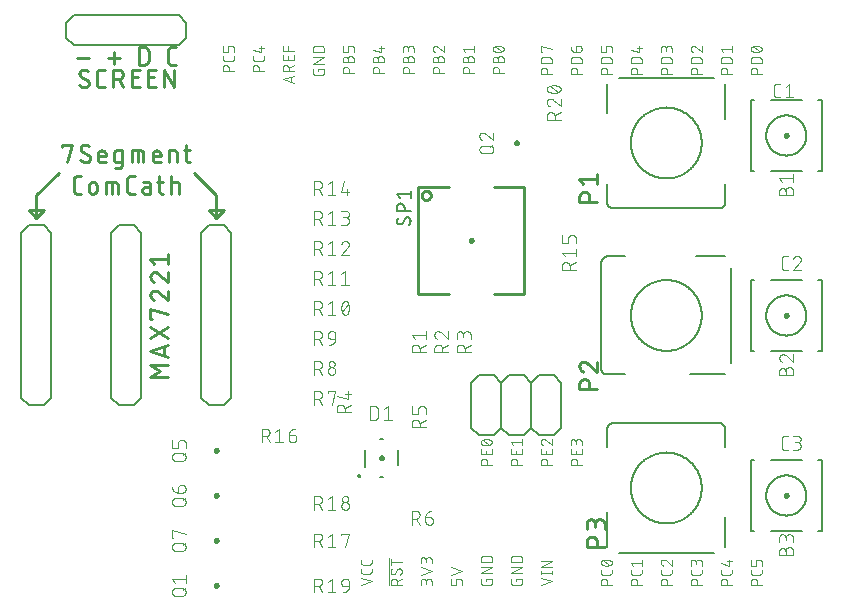
<source format=gto>
G04 EAGLE Gerber RS-274X export*
G75*
%MOMM*%
%FSLAX34Y34*%
%LPD*%
%INSilkscreen Top*%
%IPPOS*%
%AMOC8*
5,1,8,0,0,1.08239X$1,22.5*%
G01*
%ADD10C,0.279400*%
%ADD11C,0.254000*%
%ADD12C,0.203200*%
%ADD13C,0.127000*%
%ADD14C,0.101600*%
%ADD15C,0.076200*%
%ADD16C,0.152400*%


D10*
X66481Y453517D02*
X66595Y453519D01*
X66708Y453525D01*
X66822Y453534D01*
X66934Y453548D01*
X67047Y453565D01*
X67159Y453587D01*
X67269Y453612D01*
X67379Y453640D01*
X67488Y453673D01*
X67596Y453709D01*
X67703Y453749D01*
X67808Y453793D01*
X67911Y453840D01*
X68013Y453890D01*
X68113Y453944D01*
X68211Y454002D01*
X68307Y454063D01*
X68401Y454127D01*
X68493Y454194D01*
X68583Y454264D01*
X68670Y454337D01*
X68754Y454413D01*
X68836Y454492D01*
X68915Y454574D01*
X68991Y454659D01*
X69064Y454745D01*
X69134Y454835D01*
X69202Y454927D01*
X69265Y455021D01*
X69326Y455117D01*
X69384Y455215D01*
X69438Y455315D01*
X69488Y455417D01*
X69535Y455520D01*
X69579Y455625D01*
X69619Y455732D01*
X69655Y455840D01*
X69688Y455949D01*
X69716Y456059D01*
X69741Y456169D01*
X69763Y456281D01*
X69780Y456394D01*
X69794Y456506D01*
X69803Y456620D01*
X69809Y456733D01*
X69811Y456847D01*
X66481Y453517D02*
X66313Y453519D01*
X66145Y453525D01*
X65977Y453535D01*
X65809Y453549D01*
X65641Y453567D01*
X65475Y453589D01*
X65308Y453615D01*
X65143Y453645D01*
X64978Y453679D01*
X64814Y453717D01*
X64651Y453759D01*
X64489Y453805D01*
X64328Y453855D01*
X64168Y453908D01*
X64010Y453965D01*
X63853Y454026D01*
X63698Y454091D01*
X63544Y454159D01*
X63392Y454232D01*
X63242Y454307D01*
X63093Y454387D01*
X62946Y454469D01*
X62802Y454556D01*
X62660Y454645D01*
X62519Y454739D01*
X62381Y454835D01*
X62246Y454935D01*
X62113Y455038D01*
X61982Y455144D01*
X61854Y455253D01*
X61728Y455365D01*
X61606Y455480D01*
X61486Y455598D01*
X61902Y465173D02*
X61904Y465287D01*
X61910Y465400D01*
X61919Y465514D01*
X61933Y465626D01*
X61950Y465739D01*
X61972Y465851D01*
X61997Y465961D01*
X62025Y466071D01*
X62058Y466180D01*
X62094Y466288D01*
X62134Y466395D01*
X62178Y466500D01*
X62225Y466603D01*
X62275Y466705D01*
X62329Y466805D01*
X62387Y466903D01*
X62448Y466999D01*
X62511Y467093D01*
X62579Y467185D01*
X62649Y467275D01*
X62722Y467361D01*
X62798Y467446D01*
X62877Y467528D01*
X62959Y467607D01*
X63044Y467683D01*
X63130Y467756D01*
X63220Y467826D01*
X63312Y467894D01*
X63406Y467957D01*
X63502Y468018D01*
X63600Y468076D01*
X63700Y468130D01*
X63802Y468180D01*
X63905Y468227D01*
X64010Y468271D01*
X64117Y468311D01*
X64225Y468347D01*
X64334Y468380D01*
X64444Y468408D01*
X64554Y468433D01*
X64666Y468455D01*
X64779Y468472D01*
X64891Y468486D01*
X65005Y468495D01*
X65118Y468501D01*
X65232Y468503D01*
X65387Y468501D01*
X65541Y468495D01*
X65695Y468486D01*
X65849Y468472D01*
X66003Y468455D01*
X66156Y468434D01*
X66308Y468410D01*
X66460Y468381D01*
X66611Y468349D01*
X66762Y468313D01*
X66911Y468273D01*
X67059Y468230D01*
X67207Y468183D01*
X67353Y468132D01*
X67497Y468078D01*
X67641Y468020D01*
X67782Y467958D01*
X67923Y467894D01*
X68061Y467825D01*
X68198Y467754D01*
X68333Y467678D01*
X68466Y467600D01*
X68598Y467518D01*
X68727Y467433D01*
X68854Y467345D01*
X68978Y467254D01*
X63567Y462259D02*
X63470Y462318D01*
X63376Y462381D01*
X63283Y462446D01*
X63193Y462515D01*
X63105Y462586D01*
X63020Y462661D01*
X62937Y462738D01*
X62857Y462818D01*
X62779Y462900D01*
X62705Y462986D01*
X62633Y463073D01*
X62564Y463163D01*
X62498Y463255D01*
X62436Y463350D01*
X62376Y463446D01*
X62320Y463544D01*
X62267Y463645D01*
X62218Y463747D01*
X62172Y463850D01*
X62129Y463955D01*
X62090Y464061D01*
X62054Y464169D01*
X62023Y464278D01*
X61995Y464387D01*
X61970Y464498D01*
X61949Y464609D01*
X61932Y464721D01*
X61919Y464834D01*
X61910Y464947D01*
X61904Y465060D01*
X61902Y465173D01*
X68146Y459761D02*
X68243Y459702D01*
X68337Y459639D01*
X68430Y459574D01*
X68520Y459505D01*
X68608Y459434D01*
X68693Y459359D01*
X68776Y459282D01*
X68856Y459202D01*
X68934Y459120D01*
X69008Y459034D01*
X69080Y458947D01*
X69149Y458857D01*
X69215Y458765D01*
X69277Y458670D01*
X69337Y458574D01*
X69393Y458476D01*
X69446Y458375D01*
X69495Y458273D01*
X69542Y458170D01*
X69584Y458065D01*
X69623Y457959D01*
X69659Y457851D01*
X69690Y457742D01*
X69718Y457633D01*
X69743Y457522D01*
X69764Y457411D01*
X69781Y457299D01*
X69794Y457186D01*
X69803Y457073D01*
X69809Y456960D01*
X69811Y456847D01*
X68146Y459761D02*
X63567Y462259D01*
X79866Y453517D02*
X83197Y453517D01*
X79866Y453517D02*
X79752Y453519D01*
X79639Y453525D01*
X79525Y453534D01*
X79413Y453548D01*
X79300Y453565D01*
X79188Y453587D01*
X79078Y453612D01*
X78968Y453640D01*
X78859Y453673D01*
X78751Y453709D01*
X78644Y453749D01*
X78539Y453793D01*
X78436Y453840D01*
X78334Y453890D01*
X78234Y453944D01*
X78136Y454002D01*
X78040Y454063D01*
X77946Y454126D01*
X77854Y454194D01*
X77764Y454264D01*
X77678Y454337D01*
X77593Y454413D01*
X77511Y454492D01*
X77432Y454574D01*
X77356Y454659D01*
X77283Y454745D01*
X77213Y454835D01*
X77145Y454927D01*
X77082Y455021D01*
X77021Y455117D01*
X76963Y455215D01*
X76909Y455315D01*
X76859Y455417D01*
X76812Y455520D01*
X76768Y455625D01*
X76728Y455732D01*
X76692Y455840D01*
X76659Y455949D01*
X76631Y456059D01*
X76606Y456169D01*
X76584Y456281D01*
X76567Y456394D01*
X76553Y456506D01*
X76544Y456620D01*
X76538Y456733D01*
X76536Y456847D01*
X76536Y465173D01*
X76538Y465287D01*
X76544Y465400D01*
X76553Y465514D01*
X76567Y465626D01*
X76584Y465739D01*
X76606Y465851D01*
X76631Y465961D01*
X76659Y466071D01*
X76692Y466180D01*
X76728Y466288D01*
X76768Y466395D01*
X76812Y466500D01*
X76859Y466603D01*
X76909Y466705D01*
X76963Y466805D01*
X77021Y466903D01*
X77082Y466999D01*
X77145Y467093D01*
X77213Y467185D01*
X77283Y467275D01*
X77356Y467361D01*
X77432Y467446D01*
X77511Y467528D01*
X77593Y467607D01*
X77677Y467683D01*
X77764Y467756D01*
X77854Y467826D01*
X77946Y467893D01*
X78040Y467957D01*
X78136Y468018D01*
X78234Y468076D01*
X78334Y468130D01*
X78436Y468180D01*
X78539Y468227D01*
X78644Y468271D01*
X78751Y468311D01*
X78859Y468347D01*
X78968Y468380D01*
X79078Y468408D01*
X79188Y468433D01*
X79300Y468455D01*
X79413Y468472D01*
X79525Y468486D01*
X79639Y468495D01*
X79752Y468501D01*
X79866Y468503D01*
X83197Y468503D01*
X90281Y468503D02*
X90281Y453517D01*
X90281Y468503D02*
X94444Y468503D01*
X94572Y468501D01*
X94700Y468495D01*
X94828Y468485D01*
X94956Y468471D01*
X95083Y468454D01*
X95209Y468432D01*
X95335Y468407D01*
X95459Y468377D01*
X95583Y468344D01*
X95706Y468307D01*
X95828Y468266D01*
X95948Y468222D01*
X96067Y468174D01*
X96184Y468122D01*
X96300Y468067D01*
X96413Y468008D01*
X96526Y467945D01*
X96636Y467879D01*
X96743Y467810D01*
X96849Y467738D01*
X96953Y467662D01*
X97054Y467583D01*
X97153Y467501D01*
X97249Y467416D01*
X97342Y467329D01*
X97433Y467238D01*
X97520Y467145D01*
X97605Y467049D01*
X97687Y466950D01*
X97766Y466849D01*
X97842Y466745D01*
X97914Y466639D01*
X97983Y466532D01*
X98049Y466422D01*
X98112Y466309D01*
X98171Y466196D01*
X98226Y466080D01*
X98278Y465963D01*
X98326Y465844D01*
X98370Y465724D01*
X98411Y465602D01*
X98448Y465479D01*
X98481Y465355D01*
X98511Y465231D01*
X98536Y465105D01*
X98558Y464979D01*
X98575Y464852D01*
X98589Y464724D01*
X98599Y464596D01*
X98605Y464468D01*
X98607Y464340D01*
X98605Y464212D01*
X98599Y464084D01*
X98589Y463956D01*
X98575Y463828D01*
X98558Y463701D01*
X98536Y463575D01*
X98511Y463449D01*
X98481Y463325D01*
X98448Y463201D01*
X98411Y463078D01*
X98370Y462956D01*
X98326Y462836D01*
X98278Y462717D01*
X98226Y462600D01*
X98171Y462484D01*
X98112Y462371D01*
X98049Y462259D01*
X97983Y462148D01*
X97914Y462041D01*
X97842Y461935D01*
X97766Y461831D01*
X97687Y461730D01*
X97605Y461631D01*
X97520Y461535D01*
X97433Y461442D01*
X97342Y461351D01*
X97249Y461264D01*
X97153Y461179D01*
X97054Y461097D01*
X96953Y461018D01*
X96849Y460942D01*
X96743Y460870D01*
X96636Y460801D01*
X96526Y460735D01*
X96413Y460672D01*
X96300Y460613D01*
X96184Y460558D01*
X96067Y460506D01*
X95948Y460458D01*
X95828Y460414D01*
X95706Y460373D01*
X95583Y460336D01*
X95459Y460303D01*
X95335Y460273D01*
X95209Y460248D01*
X95083Y460226D01*
X94956Y460209D01*
X94828Y460195D01*
X94700Y460185D01*
X94572Y460179D01*
X94444Y460177D01*
X90281Y460177D01*
X95276Y460177D02*
X98606Y453517D01*
X106340Y453517D02*
X113000Y453517D01*
X106340Y453517D02*
X106340Y468503D01*
X113000Y468503D01*
X111335Y461843D02*
X106340Y461843D01*
X119887Y453517D02*
X126547Y453517D01*
X119887Y453517D02*
X119887Y468503D01*
X126547Y468503D01*
X124882Y461843D02*
X119887Y461843D01*
X133389Y468503D02*
X133389Y453517D01*
X141715Y453517D02*
X133389Y468503D01*
X141715Y468503D02*
X141715Y453517D01*
X137033Y208096D02*
X122047Y208096D01*
X130373Y213091D01*
X122047Y218086D01*
X137033Y218086D01*
X137033Y225290D02*
X122047Y230285D01*
X137033Y235281D01*
X133287Y234032D02*
X133287Y226539D01*
X137033Y240921D02*
X122047Y250912D01*
X122047Y240921D02*
X137033Y250912D01*
X123712Y257385D02*
X122047Y257385D01*
X122047Y265711D01*
X137033Y261548D01*
X122047Y277595D02*
X122049Y277715D01*
X122055Y277835D01*
X122064Y277955D01*
X122078Y278074D01*
X122095Y278193D01*
X122116Y278311D01*
X122141Y278429D01*
X122170Y278545D01*
X122202Y278661D01*
X122238Y278776D01*
X122278Y278889D01*
X122321Y279001D01*
X122368Y279112D01*
X122418Y279221D01*
X122472Y279328D01*
X122529Y279434D01*
X122590Y279537D01*
X122654Y279639D01*
X122721Y279739D01*
X122791Y279836D01*
X122864Y279931D01*
X122941Y280024D01*
X123020Y280114D01*
X123102Y280202D01*
X123187Y280287D01*
X123275Y280369D01*
X123365Y280448D01*
X123458Y280525D01*
X123553Y280598D01*
X123650Y280668D01*
X123750Y280735D01*
X123852Y280799D01*
X123955Y280860D01*
X124061Y280917D01*
X124168Y280971D01*
X124277Y281021D01*
X124388Y281068D01*
X124500Y281111D01*
X124613Y281151D01*
X124728Y281187D01*
X124844Y281219D01*
X124960Y281248D01*
X125078Y281273D01*
X125196Y281294D01*
X125315Y281311D01*
X125434Y281325D01*
X125554Y281334D01*
X125674Y281340D01*
X125794Y281342D01*
X122047Y277595D02*
X122049Y277457D01*
X122055Y277320D01*
X122065Y277183D01*
X122078Y277046D01*
X122096Y276910D01*
X122118Y276774D01*
X122143Y276638D01*
X122172Y276504D01*
X122205Y276371D01*
X122242Y276238D01*
X122283Y276107D01*
X122327Y275976D01*
X122375Y275848D01*
X122427Y275720D01*
X122483Y275594D01*
X122542Y275470D01*
X122604Y275347D01*
X122670Y275227D01*
X122739Y275108D01*
X122812Y274991D01*
X122888Y274877D01*
X122968Y274764D01*
X123050Y274654D01*
X123136Y274546D01*
X123224Y274441D01*
X123316Y274339D01*
X123410Y274239D01*
X123508Y274141D01*
X123608Y274047D01*
X123711Y273956D01*
X123816Y273867D01*
X123924Y273782D01*
X124034Y273699D01*
X124146Y273620D01*
X124261Y273544D01*
X124378Y273471D01*
X124497Y273402D01*
X124617Y273336D01*
X124740Y273274D01*
X124864Y273215D01*
X124990Y273160D01*
X125118Y273108D01*
X125247Y273060D01*
X125377Y273016D01*
X128708Y280093D02*
X128620Y280183D01*
X128529Y280269D01*
X128436Y280353D01*
X128340Y280434D01*
X128242Y280512D01*
X128142Y280586D01*
X128039Y280658D01*
X127934Y280726D01*
X127826Y280791D01*
X127717Y280853D01*
X127606Y280911D01*
X127494Y280965D01*
X127379Y281017D01*
X127263Y281064D01*
X127146Y281108D01*
X127027Y281148D01*
X126907Y281185D01*
X126786Y281218D01*
X126664Y281247D01*
X126542Y281272D01*
X126418Y281293D01*
X126294Y281311D01*
X126169Y281324D01*
X126044Y281334D01*
X125919Y281340D01*
X125794Y281342D01*
X128707Y280093D02*
X137033Y273016D01*
X137033Y281342D01*
X122047Y293227D02*
X122049Y293347D01*
X122055Y293467D01*
X122064Y293587D01*
X122078Y293706D01*
X122095Y293825D01*
X122116Y293943D01*
X122141Y294061D01*
X122170Y294177D01*
X122202Y294293D01*
X122238Y294408D01*
X122278Y294521D01*
X122321Y294633D01*
X122368Y294744D01*
X122418Y294853D01*
X122472Y294960D01*
X122529Y295066D01*
X122590Y295169D01*
X122654Y295271D01*
X122721Y295371D01*
X122791Y295468D01*
X122864Y295563D01*
X122941Y295656D01*
X123020Y295746D01*
X123102Y295834D01*
X123187Y295919D01*
X123275Y296001D01*
X123365Y296080D01*
X123458Y296157D01*
X123553Y296230D01*
X123650Y296300D01*
X123750Y296367D01*
X123852Y296431D01*
X123955Y296492D01*
X124061Y296549D01*
X124168Y296603D01*
X124277Y296653D01*
X124388Y296700D01*
X124500Y296743D01*
X124613Y296783D01*
X124728Y296819D01*
X124844Y296851D01*
X124960Y296880D01*
X125078Y296905D01*
X125196Y296926D01*
X125315Y296943D01*
X125434Y296957D01*
X125554Y296966D01*
X125674Y296972D01*
X125794Y296974D01*
X122047Y293227D02*
X122049Y293089D01*
X122055Y292952D01*
X122065Y292815D01*
X122078Y292678D01*
X122096Y292542D01*
X122118Y292406D01*
X122143Y292270D01*
X122172Y292136D01*
X122205Y292003D01*
X122242Y291870D01*
X122283Y291739D01*
X122327Y291608D01*
X122375Y291480D01*
X122427Y291352D01*
X122483Y291226D01*
X122542Y291102D01*
X122604Y290979D01*
X122670Y290859D01*
X122739Y290740D01*
X122812Y290623D01*
X122888Y290509D01*
X122968Y290396D01*
X123050Y290286D01*
X123136Y290178D01*
X123224Y290073D01*
X123316Y289971D01*
X123410Y289871D01*
X123508Y289773D01*
X123608Y289679D01*
X123711Y289588D01*
X123816Y289499D01*
X123924Y289414D01*
X124034Y289331D01*
X124146Y289252D01*
X124261Y289176D01*
X124378Y289103D01*
X124497Y289034D01*
X124617Y288968D01*
X124740Y288906D01*
X124864Y288847D01*
X124990Y288792D01*
X125118Y288740D01*
X125247Y288692D01*
X125377Y288648D01*
X128708Y295724D02*
X128620Y295814D01*
X128529Y295900D01*
X128436Y295984D01*
X128340Y296065D01*
X128242Y296143D01*
X128142Y296217D01*
X128039Y296289D01*
X127934Y296357D01*
X127826Y296422D01*
X127717Y296484D01*
X127606Y296542D01*
X127494Y296596D01*
X127379Y296648D01*
X127263Y296695D01*
X127146Y296739D01*
X127027Y296779D01*
X126907Y296816D01*
X126786Y296849D01*
X126664Y296878D01*
X126542Y296903D01*
X126418Y296924D01*
X126294Y296942D01*
X126169Y296955D01*
X126044Y296965D01*
X125919Y296971D01*
X125794Y296973D01*
X128707Y295724D02*
X137033Y288648D01*
X137033Y296973D01*
X125377Y304279D02*
X122047Y308442D01*
X137033Y308442D01*
X137033Y312604D02*
X137033Y304279D01*
X47556Y403338D02*
X47556Y405003D01*
X55881Y405003D01*
X51719Y390017D01*
X67661Y390017D02*
X67775Y390019D01*
X67888Y390025D01*
X68002Y390034D01*
X68114Y390048D01*
X68227Y390065D01*
X68339Y390087D01*
X68449Y390112D01*
X68559Y390140D01*
X68668Y390173D01*
X68776Y390209D01*
X68883Y390249D01*
X68988Y390293D01*
X69091Y390340D01*
X69193Y390390D01*
X69293Y390444D01*
X69391Y390502D01*
X69487Y390563D01*
X69581Y390627D01*
X69673Y390694D01*
X69763Y390764D01*
X69850Y390837D01*
X69934Y390913D01*
X70016Y390992D01*
X70095Y391074D01*
X70171Y391159D01*
X70244Y391245D01*
X70314Y391335D01*
X70382Y391427D01*
X70445Y391521D01*
X70506Y391617D01*
X70564Y391715D01*
X70618Y391815D01*
X70668Y391917D01*
X70715Y392020D01*
X70759Y392125D01*
X70799Y392232D01*
X70835Y392340D01*
X70868Y392449D01*
X70896Y392559D01*
X70921Y392669D01*
X70943Y392781D01*
X70960Y392894D01*
X70974Y393006D01*
X70983Y393120D01*
X70989Y393233D01*
X70991Y393347D01*
X67661Y390017D02*
X67493Y390019D01*
X67325Y390025D01*
X67157Y390035D01*
X66989Y390049D01*
X66821Y390067D01*
X66655Y390089D01*
X66488Y390115D01*
X66323Y390145D01*
X66158Y390179D01*
X65994Y390217D01*
X65831Y390259D01*
X65669Y390305D01*
X65508Y390355D01*
X65348Y390408D01*
X65190Y390465D01*
X65033Y390526D01*
X64878Y390591D01*
X64724Y390659D01*
X64572Y390732D01*
X64422Y390807D01*
X64273Y390887D01*
X64126Y390969D01*
X63982Y391056D01*
X63840Y391145D01*
X63699Y391239D01*
X63561Y391335D01*
X63426Y391435D01*
X63293Y391538D01*
X63162Y391644D01*
X63034Y391753D01*
X62908Y391865D01*
X62786Y391980D01*
X62666Y392098D01*
X63083Y401673D02*
X63085Y401787D01*
X63091Y401900D01*
X63100Y402014D01*
X63114Y402126D01*
X63131Y402239D01*
X63153Y402351D01*
X63178Y402461D01*
X63206Y402571D01*
X63239Y402680D01*
X63275Y402788D01*
X63315Y402895D01*
X63359Y403000D01*
X63406Y403103D01*
X63456Y403205D01*
X63510Y403305D01*
X63568Y403403D01*
X63629Y403499D01*
X63692Y403593D01*
X63760Y403685D01*
X63830Y403775D01*
X63903Y403861D01*
X63979Y403946D01*
X64058Y404028D01*
X64140Y404107D01*
X64225Y404183D01*
X64311Y404256D01*
X64401Y404326D01*
X64493Y404394D01*
X64587Y404457D01*
X64683Y404518D01*
X64781Y404576D01*
X64881Y404630D01*
X64983Y404680D01*
X65086Y404727D01*
X65191Y404771D01*
X65298Y404811D01*
X65406Y404847D01*
X65515Y404880D01*
X65625Y404908D01*
X65735Y404933D01*
X65847Y404955D01*
X65960Y404972D01*
X66072Y404986D01*
X66186Y404995D01*
X66299Y405001D01*
X66413Y405003D01*
X66568Y405001D01*
X66722Y404995D01*
X66876Y404986D01*
X67030Y404972D01*
X67184Y404955D01*
X67337Y404934D01*
X67489Y404910D01*
X67641Y404881D01*
X67792Y404849D01*
X67943Y404813D01*
X68092Y404773D01*
X68240Y404730D01*
X68388Y404683D01*
X68534Y404632D01*
X68678Y404578D01*
X68822Y404520D01*
X68963Y404458D01*
X69104Y404394D01*
X69242Y404325D01*
X69379Y404254D01*
X69514Y404178D01*
X69647Y404100D01*
X69779Y404018D01*
X69908Y403933D01*
X70035Y403845D01*
X70159Y403754D01*
X64748Y398759D02*
X64651Y398818D01*
X64557Y398881D01*
X64464Y398946D01*
X64374Y399015D01*
X64286Y399086D01*
X64201Y399161D01*
X64118Y399238D01*
X64038Y399318D01*
X63960Y399400D01*
X63886Y399486D01*
X63814Y399573D01*
X63745Y399663D01*
X63679Y399755D01*
X63617Y399850D01*
X63557Y399946D01*
X63501Y400044D01*
X63448Y400145D01*
X63399Y400247D01*
X63353Y400350D01*
X63310Y400455D01*
X63271Y400561D01*
X63235Y400669D01*
X63204Y400778D01*
X63176Y400887D01*
X63151Y400998D01*
X63130Y401109D01*
X63113Y401221D01*
X63100Y401334D01*
X63091Y401447D01*
X63085Y401560D01*
X63083Y401673D01*
X69326Y396261D02*
X69423Y396202D01*
X69517Y396139D01*
X69610Y396074D01*
X69700Y396005D01*
X69788Y395934D01*
X69873Y395859D01*
X69956Y395782D01*
X70036Y395702D01*
X70114Y395620D01*
X70188Y395534D01*
X70260Y395447D01*
X70329Y395357D01*
X70395Y395265D01*
X70457Y395170D01*
X70517Y395074D01*
X70573Y394976D01*
X70626Y394875D01*
X70675Y394773D01*
X70722Y394670D01*
X70764Y394565D01*
X70803Y394459D01*
X70839Y394351D01*
X70870Y394242D01*
X70898Y394133D01*
X70923Y394022D01*
X70944Y393911D01*
X70961Y393799D01*
X70974Y393686D01*
X70983Y393573D01*
X70989Y393460D01*
X70991Y393347D01*
X69327Y396261D02*
X64747Y398759D01*
X80064Y390017D02*
X84227Y390017D01*
X80064Y390017D02*
X79966Y390019D01*
X79868Y390025D01*
X79770Y390034D01*
X79673Y390048D01*
X79577Y390065D01*
X79481Y390086D01*
X79386Y390111D01*
X79292Y390139D01*
X79199Y390171D01*
X79108Y390207D01*
X79018Y390246D01*
X78930Y390289D01*
X78843Y390336D01*
X78759Y390385D01*
X78676Y390438D01*
X78596Y390494D01*
X78518Y390553D01*
X78442Y390616D01*
X78368Y390681D01*
X78298Y390749D01*
X78230Y390819D01*
X78165Y390893D01*
X78102Y390969D01*
X78043Y391047D01*
X77987Y391127D01*
X77934Y391210D01*
X77885Y391294D01*
X77838Y391381D01*
X77795Y391469D01*
X77756Y391559D01*
X77720Y391650D01*
X77688Y391743D01*
X77660Y391837D01*
X77635Y391932D01*
X77614Y392028D01*
X77597Y392124D01*
X77583Y392221D01*
X77574Y392319D01*
X77568Y392417D01*
X77566Y392515D01*
X77567Y392515D02*
X77567Y396677D01*
X77569Y396791D01*
X77575Y396904D01*
X77584Y397018D01*
X77598Y397130D01*
X77615Y397243D01*
X77637Y397355D01*
X77662Y397465D01*
X77690Y397575D01*
X77723Y397684D01*
X77759Y397792D01*
X77799Y397899D01*
X77843Y398004D01*
X77890Y398107D01*
X77940Y398209D01*
X77994Y398309D01*
X78052Y398407D01*
X78113Y398503D01*
X78176Y398597D01*
X78244Y398689D01*
X78314Y398779D01*
X78387Y398865D01*
X78463Y398950D01*
X78542Y399032D01*
X78624Y399111D01*
X78709Y399187D01*
X78795Y399260D01*
X78885Y399330D01*
X78977Y399398D01*
X79071Y399461D01*
X79167Y399522D01*
X79265Y399580D01*
X79365Y399634D01*
X79467Y399684D01*
X79570Y399731D01*
X79675Y399775D01*
X79782Y399815D01*
X79890Y399851D01*
X79999Y399884D01*
X80109Y399912D01*
X80219Y399937D01*
X80331Y399959D01*
X80444Y399976D01*
X80556Y399990D01*
X80670Y399999D01*
X80783Y400005D01*
X80897Y400007D01*
X81011Y400005D01*
X81124Y399999D01*
X81238Y399990D01*
X81350Y399976D01*
X81463Y399959D01*
X81575Y399937D01*
X81685Y399912D01*
X81795Y399884D01*
X81904Y399851D01*
X82012Y399815D01*
X82119Y399775D01*
X82224Y399731D01*
X82327Y399684D01*
X82429Y399634D01*
X82529Y399580D01*
X82627Y399522D01*
X82723Y399461D01*
X82817Y399398D01*
X82909Y399330D01*
X82999Y399260D01*
X83085Y399187D01*
X83170Y399111D01*
X83252Y399032D01*
X83331Y398950D01*
X83407Y398865D01*
X83480Y398779D01*
X83550Y398689D01*
X83618Y398597D01*
X83681Y398503D01*
X83742Y398407D01*
X83800Y398309D01*
X83854Y398209D01*
X83904Y398107D01*
X83951Y398004D01*
X83995Y397899D01*
X84035Y397792D01*
X84071Y397684D01*
X84104Y397575D01*
X84132Y397465D01*
X84157Y397355D01*
X84179Y397243D01*
X84196Y397130D01*
X84210Y397018D01*
X84219Y396904D01*
X84225Y396791D01*
X84227Y396677D01*
X84227Y395012D01*
X77567Y395012D01*
X93501Y390017D02*
X97664Y390017D01*
X93501Y390017D02*
X93403Y390019D01*
X93305Y390025D01*
X93207Y390034D01*
X93110Y390048D01*
X93014Y390065D01*
X92918Y390086D01*
X92823Y390111D01*
X92729Y390139D01*
X92636Y390171D01*
X92545Y390207D01*
X92455Y390246D01*
X92367Y390289D01*
X92280Y390336D01*
X92196Y390385D01*
X92113Y390438D01*
X92033Y390494D01*
X91955Y390553D01*
X91879Y390616D01*
X91805Y390681D01*
X91735Y390749D01*
X91667Y390819D01*
X91602Y390893D01*
X91539Y390969D01*
X91480Y391047D01*
X91424Y391127D01*
X91371Y391210D01*
X91322Y391294D01*
X91275Y391381D01*
X91232Y391469D01*
X91193Y391559D01*
X91157Y391650D01*
X91125Y391743D01*
X91097Y391837D01*
X91072Y391932D01*
X91051Y392028D01*
X91034Y392124D01*
X91020Y392221D01*
X91011Y392319D01*
X91005Y392417D01*
X91003Y392515D01*
X91003Y397510D01*
X91005Y397608D01*
X91011Y397706D01*
X91020Y397804D01*
X91034Y397901D01*
X91051Y397997D01*
X91072Y398093D01*
X91097Y398188D01*
X91125Y398282D01*
X91157Y398375D01*
X91193Y398466D01*
X91232Y398556D01*
X91275Y398644D01*
X91322Y398731D01*
X91371Y398815D01*
X91424Y398898D01*
X91480Y398978D01*
X91539Y399057D01*
X91602Y399132D01*
X91667Y399206D01*
X91735Y399276D01*
X91805Y399344D01*
X91879Y399410D01*
X91955Y399472D01*
X92033Y399531D01*
X92113Y399587D01*
X92196Y399640D01*
X92280Y399690D01*
X92367Y399736D01*
X92455Y399779D01*
X92545Y399818D01*
X92636Y399854D01*
X92729Y399886D01*
X92823Y399914D01*
X92918Y399939D01*
X93014Y399960D01*
X93110Y399977D01*
X93207Y399991D01*
X93305Y400000D01*
X93403Y400006D01*
X93501Y400008D01*
X97664Y400008D01*
X97664Y387519D01*
X97662Y387421D01*
X97656Y387323D01*
X97647Y387225D01*
X97633Y387128D01*
X97616Y387032D01*
X97595Y386936D01*
X97570Y386841D01*
X97542Y386747D01*
X97510Y386654D01*
X97474Y386563D01*
X97435Y386473D01*
X97392Y386385D01*
X97345Y386298D01*
X97296Y386214D01*
X97243Y386131D01*
X97187Y386051D01*
X97128Y385972D01*
X97065Y385897D01*
X97000Y385823D01*
X96932Y385753D01*
X96862Y385685D01*
X96788Y385619D01*
X96712Y385557D01*
X96634Y385498D01*
X96554Y385442D01*
X96471Y385389D01*
X96387Y385339D01*
X96300Y385293D01*
X96212Y385250D01*
X96122Y385211D01*
X96031Y385175D01*
X95938Y385143D01*
X95844Y385115D01*
X95749Y385090D01*
X95653Y385069D01*
X95557Y385052D01*
X95460Y385038D01*
X95362Y385029D01*
X95264Y385023D01*
X95166Y385021D01*
X95166Y385022D02*
X91836Y385022D01*
X106122Y390017D02*
X106122Y400008D01*
X113615Y400008D01*
X113713Y400006D01*
X113811Y400000D01*
X113909Y399991D01*
X114006Y399977D01*
X114102Y399960D01*
X114198Y399939D01*
X114293Y399914D01*
X114387Y399886D01*
X114480Y399854D01*
X114571Y399818D01*
X114661Y399779D01*
X114749Y399736D01*
X114836Y399689D01*
X114920Y399640D01*
X115003Y399587D01*
X115083Y399531D01*
X115161Y399472D01*
X115237Y399409D01*
X115311Y399344D01*
X115381Y399276D01*
X115449Y399206D01*
X115514Y399132D01*
X115577Y399056D01*
X115636Y398978D01*
X115692Y398898D01*
X115745Y398815D01*
X115794Y398731D01*
X115841Y398644D01*
X115884Y398556D01*
X115923Y398466D01*
X115959Y398375D01*
X115991Y398282D01*
X116019Y398188D01*
X116044Y398093D01*
X116065Y397997D01*
X116082Y397901D01*
X116096Y397804D01*
X116105Y397706D01*
X116111Y397608D01*
X116113Y397510D01*
X116113Y390017D01*
X111117Y390017D02*
X111117Y400008D01*
X126437Y390017D02*
X130600Y390017D01*
X126437Y390017D02*
X126339Y390019D01*
X126241Y390025D01*
X126143Y390034D01*
X126046Y390048D01*
X125950Y390065D01*
X125854Y390086D01*
X125759Y390111D01*
X125665Y390139D01*
X125572Y390171D01*
X125481Y390207D01*
X125391Y390246D01*
X125303Y390289D01*
X125216Y390336D01*
X125132Y390385D01*
X125049Y390438D01*
X124969Y390494D01*
X124891Y390553D01*
X124815Y390616D01*
X124741Y390681D01*
X124671Y390749D01*
X124603Y390819D01*
X124538Y390893D01*
X124475Y390969D01*
X124416Y391047D01*
X124360Y391127D01*
X124307Y391210D01*
X124258Y391294D01*
X124211Y391381D01*
X124168Y391469D01*
X124129Y391559D01*
X124093Y391650D01*
X124061Y391743D01*
X124033Y391837D01*
X124008Y391932D01*
X123987Y392028D01*
X123970Y392124D01*
X123956Y392221D01*
X123947Y392319D01*
X123941Y392417D01*
X123939Y392515D01*
X123939Y396677D01*
X123940Y396677D02*
X123942Y396791D01*
X123948Y396904D01*
X123957Y397018D01*
X123971Y397130D01*
X123988Y397243D01*
X124010Y397355D01*
X124035Y397465D01*
X124063Y397575D01*
X124096Y397684D01*
X124132Y397792D01*
X124172Y397899D01*
X124216Y398004D01*
X124263Y398107D01*
X124313Y398209D01*
X124367Y398309D01*
X124425Y398407D01*
X124486Y398503D01*
X124549Y398597D01*
X124617Y398689D01*
X124687Y398779D01*
X124760Y398865D01*
X124836Y398950D01*
X124915Y399032D01*
X124997Y399111D01*
X125082Y399187D01*
X125168Y399260D01*
X125258Y399330D01*
X125350Y399398D01*
X125444Y399461D01*
X125540Y399522D01*
X125638Y399580D01*
X125738Y399634D01*
X125840Y399684D01*
X125943Y399731D01*
X126048Y399775D01*
X126155Y399815D01*
X126263Y399851D01*
X126372Y399884D01*
X126482Y399912D01*
X126592Y399937D01*
X126704Y399959D01*
X126817Y399976D01*
X126929Y399990D01*
X127043Y399999D01*
X127156Y400005D01*
X127270Y400007D01*
X127384Y400005D01*
X127497Y399999D01*
X127611Y399990D01*
X127723Y399976D01*
X127836Y399959D01*
X127948Y399937D01*
X128058Y399912D01*
X128168Y399884D01*
X128277Y399851D01*
X128385Y399815D01*
X128492Y399775D01*
X128597Y399731D01*
X128700Y399684D01*
X128802Y399634D01*
X128902Y399580D01*
X129000Y399522D01*
X129096Y399461D01*
X129190Y399398D01*
X129282Y399330D01*
X129372Y399260D01*
X129458Y399187D01*
X129543Y399111D01*
X129625Y399032D01*
X129704Y398950D01*
X129780Y398865D01*
X129853Y398779D01*
X129923Y398689D01*
X129991Y398597D01*
X130054Y398503D01*
X130115Y398407D01*
X130173Y398309D01*
X130227Y398209D01*
X130277Y398107D01*
X130324Y398004D01*
X130368Y397899D01*
X130408Y397792D01*
X130444Y397684D01*
X130477Y397575D01*
X130505Y397465D01*
X130530Y397355D01*
X130552Y397243D01*
X130569Y397130D01*
X130583Y397018D01*
X130592Y396904D01*
X130598Y396791D01*
X130600Y396677D01*
X130600Y395012D01*
X123939Y395012D01*
X138007Y390017D02*
X138007Y400008D01*
X142170Y400008D01*
X142268Y400006D01*
X142366Y400000D01*
X142464Y399991D01*
X142561Y399977D01*
X142657Y399960D01*
X142753Y399939D01*
X142848Y399914D01*
X142942Y399886D01*
X143035Y399854D01*
X143126Y399818D01*
X143216Y399779D01*
X143304Y399736D01*
X143391Y399690D01*
X143475Y399640D01*
X143558Y399587D01*
X143638Y399531D01*
X143716Y399472D01*
X143792Y399410D01*
X143866Y399344D01*
X143936Y399276D01*
X144004Y399206D01*
X144069Y399132D01*
X144132Y399057D01*
X144191Y398978D01*
X144247Y398898D01*
X144300Y398815D01*
X144349Y398731D01*
X144396Y398644D01*
X144439Y398556D01*
X144478Y398466D01*
X144514Y398375D01*
X144546Y398282D01*
X144574Y398188D01*
X144599Y398093D01*
X144620Y397997D01*
X144637Y397901D01*
X144651Y397804D01*
X144660Y397706D01*
X144666Y397608D01*
X144668Y397510D01*
X144668Y390017D01*
X150649Y400008D02*
X155644Y400008D01*
X152314Y405003D02*
X152314Y392515D01*
X152316Y392417D01*
X152322Y392319D01*
X152331Y392221D01*
X152345Y392124D01*
X152362Y392028D01*
X152383Y391932D01*
X152408Y391837D01*
X152436Y391743D01*
X152468Y391650D01*
X152504Y391559D01*
X152543Y391469D01*
X152586Y391381D01*
X152633Y391294D01*
X152682Y391210D01*
X152735Y391127D01*
X152791Y391047D01*
X152850Y390969D01*
X152913Y390893D01*
X152978Y390819D01*
X153046Y390749D01*
X153116Y390681D01*
X153190Y390616D01*
X153266Y390553D01*
X153344Y390494D01*
X153424Y390438D01*
X153507Y390385D01*
X153591Y390336D01*
X153678Y390289D01*
X153766Y390246D01*
X153856Y390207D01*
X153947Y390171D01*
X154040Y390139D01*
X154134Y390111D01*
X154229Y390086D01*
X154325Y390065D01*
X154421Y390048D01*
X154518Y390034D01*
X154616Y390025D01*
X154714Y390019D01*
X154812Y390017D01*
X155644Y390017D01*
X63582Y363347D02*
X60252Y363347D01*
X60138Y363349D01*
X60025Y363355D01*
X59911Y363364D01*
X59799Y363378D01*
X59686Y363395D01*
X59574Y363417D01*
X59464Y363442D01*
X59354Y363470D01*
X59245Y363503D01*
X59137Y363539D01*
X59030Y363579D01*
X58925Y363623D01*
X58822Y363670D01*
X58720Y363720D01*
X58620Y363774D01*
X58522Y363832D01*
X58426Y363893D01*
X58332Y363956D01*
X58240Y364024D01*
X58150Y364094D01*
X58064Y364167D01*
X57979Y364243D01*
X57897Y364322D01*
X57818Y364404D01*
X57742Y364489D01*
X57669Y364575D01*
X57599Y364665D01*
X57531Y364757D01*
X57468Y364851D01*
X57407Y364947D01*
X57349Y365045D01*
X57295Y365145D01*
X57245Y365247D01*
X57198Y365350D01*
X57154Y365455D01*
X57114Y365562D01*
X57078Y365670D01*
X57045Y365779D01*
X57017Y365889D01*
X56992Y365999D01*
X56970Y366111D01*
X56953Y366224D01*
X56939Y366336D01*
X56930Y366450D01*
X56924Y366563D01*
X56922Y366677D01*
X56922Y375003D01*
X56924Y375117D01*
X56930Y375230D01*
X56939Y375344D01*
X56953Y375456D01*
X56970Y375569D01*
X56992Y375681D01*
X57017Y375791D01*
X57045Y375901D01*
X57078Y376010D01*
X57114Y376118D01*
X57154Y376225D01*
X57198Y376330D01*
X57245Y376433D01*
X57295Y376535D01*
X57349Y376635D01*
X57407Y376733D01*
X57468Y376829D01*
X57531Y376923D01*
X57599Y377015D01*
X57669Y377105D01*
X57742Y377191D01*
X57818Y377276D01*
X57897Y377358D01*
X57979Y377437D01*
X58063Y377513D01*
X58150Y377586D01*
X58240Y377656D01*
X58332Y377723D01*
X58426Y377787D01*
X58522Y377848D01*
X58620Y377906D01*
X58720Y377960D01*
X58822Y378010D01*
X58925Y378057D01*
X59030Y378101D01*
X59137Y378141D01*
X59245Y378177D01*
X59354Y378210D01*
X59464Y378238D01*
X59574Y378263D01*
X59686Y378285D01*
X59799Y378302D01*
X59911Y378316D01*
X60025Y378325D01*
X60138Y378331D01*
X60252Y378333D01*
X63582Y378333D01*
X69798Y370007D02*
X69798Y366677D01*
X69798Y370007D02*
X69800Y370121D01*
X69806Y370234D01*
X69815Y370348D01*
X69829Y370460D01*
X69846Y370573D01*
X69868Y370685D01*
X69893Y370795D01*
X69921Y370905D01*
X69954Y371014D01*
X69990Y371122D01*
X70030Y371229D01*
X70074Y371334D01*
X70121Y371437D01*
X70171Y371539D01*
X70225Y371639D01*
X70283Y371737D01*
X70344Y371833D01*
X70407Y371927D01*
X70475Y372019D01*
X70545Y372109D01*
X70618Y372195D01*
X70694Y372280D01*
X70773Y372362D01*
X70855Y372441D01*
X70940Y372517D01*
X71026Y372590D01*
X71116Y372660D01*
X71208Y372728D01*
X71302Y372791D01*
X71398Y372852D01*
X71496Y372910D01*
X71596Y372964D01*
X71698Y373014D01*
X71801Y373061D01*
X71906Y373105D01*
X72013Y373145D01*
X72121Y373181D01*
X72230Y373214D01*
X72340Y373242D01*
X72450Y373267D01*
X72562Y373289D01*
X72675Y373306D01*
X72787Y373320D01*
X72901Y373329D01*
X73014Y373335D01*
X73128Y373337D01*
X73242Y373335D01*
X73355Y373329D01*
X73469Y373320D01*
X73581Y373306D01*
X73694Y373289D01*
X73806Y373267D01*
X73916Y373242D01*
X74026Y373214D01*
X74135Y373181D01*
X74243Y373145D01*
X74350Y373105D01*
X74455Y373061D01*
X74558Y373014D01*
X74660Y372964D01*
X74760Y372910D01*
X74858Y372852D01*
X74954Y372791D01*
X75048Y372728D01*
X75140Y372660D01*
X75230Y372590D01*
X75316Y372517D01*
X75401Y372441D01*
X75483Y372362D01*
X75562Y372280D01*
X75638Y372195D01*
X75711Y372109D01*
X75781Y372019D01*
X75849Y371927D01*
X75912Y371833D01*
X75973Y371737D01*
X76031Y371639D01*
X76085Y371539D01*
X76135Y371437D01*
X76182Y371334D01*
X76226Y371229D01*
X76266Y371122D01*
X76302Y371014D01*
X76335Y370905D01*
X76363Y370795D01*
X76388Y370685D01*
X76410Y370573D01*
X76427Y370460D01*
X76441Y370348D01*
X76450Y370234D01*
X76456Y370121D01*
X76458Y370007D01*
X76458Y366677D01*
X76456Y366563D01*
X76450Y366450D01*
X76441Y366336D01*
X76427Y366224D01*
X76410Y366111D01*
X76388Y365999D01*
X76363Y365889D01*
X76335Y365779D01*
X76302Y365670D01*
X76266Y365562D01*
X76226Y365455D01*
X76182Y365350D01*
X76135Y365247D01*
X76085Y365145D01*
X76031Y365045D01*
X75973Y364947D01*
X75912Y364851D01*
X75849Y364757D01*
X75781Y364665D01*
X75711Y364575D01*
X75638Y364489D01*
X75562Y364404D01*
X75483Y364322D01*
X75401Y364243D01*
X75316Y364167D01*
X75230Y364094D01*
X75140Y364024D01*
X75048Y363956D01*
X74954Y363893D01*
X74858Y363832D01*
X74760Y363774D01*
X74660Y363720D01*
X74558Y363670D01*
X74455Y363623D01*
X74350Y363579D01*
X74243Y363539D01*
X74135Y363503D01*
X74026Y363470D01*
X73916Y363442D01*
X73806Y363417D01*
X73694Y363395D01*
X73581Y363378D01*
X73469Y363364D01*
X73355Y363355D01*
X73242Y363349D01*
X73128Y363347D01*
X73014Y363349D01*
X72901Y363355D01*
X72787Y363364D01*
X72675Y363378D01*
X72562Y363395D01*
X72450Y363417D01*
X72340Y363442D01*
X72230Y363470D01*
X72121Y363503D01*
X72013Y363539D01*
X71906Y363579D01*
X71801Y363623D01*
X71698Y363670D01*
X71596Y363720D01*
X71496Y363774D01*
X71398Y363832D01*
X71302Y363893D01*
X71208Y363956D01*
X71116Y364024D01*
X71026Y364094D01*
X70940Y364167D01*
X70855Y364243D01*
X70773Y364322D01*
X70694Y364404D01*
X70618Y364489D01*
X70545Y364575D01*
X70475Y364665D01*
X70407Y364757D01*
X70344Y364851D01*
X70283Y364947D01*
X70225Y365045D01*
X70171Y365145D01*
X70121Y365247D01*
X70074Y365350D01*
X70030Y365455D01*
X69990Y365562D01*
X69954Y365670D01*
X69921Y365779D01*
X69893Y365889D01*
X69868Y365999D01*
X69846Y366111D01*
X69829Y366224D01*
X69815Y366336D01*
X69806Y366450D01*
X69800Y366563D01*
X69798Y366677D01*
X84285Y363347D02*
X84285Y373338D01*
X91778Y373338D01*
X91876Y373336D01*
X91974Y373330D01*
X92072Y373321D01*
X92169Y373307D01*
X92265Y373290D01*
X92361Y373269D01*
X92456Y373244D01*
X92550Y373216D01*
X92643Y373184D01*
X92734Y373148D01*
X92824Y373109D01*
X92912Y373066D01*
X92999Y373019D01*
X93083Y372970D01*
X93166Y372917D01*
X93246Y372861D01*
X93324Y372802D01*
X93400Y372739D01*
X93474Y372674D01*
X93544Y372606D01*
X93612Y372536D01*
X93677Y372462D01*
X93740Y372386D01*
X93799Y372308D01*
X93855Y372228D01*
X93908Y372145D01*
X93957Y372061D01*
X94004Y371974D01*
X94047Y371886D01*
X94086Y371796D01*
X94122Y371705D01*
X94154Y371612D01*
X94182Y371518D01*
X94207Y371423D01*
X94228Y371327D01*
X94245Y371231D01*
X94259Y371134D01*
X94268Y371036D01*
X94274Y370938D01*
X94276Y370840D01*
X94276Y363347D01*
X89281Y363347D02*
X89281Y373338D01*
X105583Y363347D02*
X108913Y363347D01*
X105583Y363347D02*
X105469Y363349D01*
X105356Y363355D01*
X105242Y363364D01*
X105130Y363378D01*
X105017Y363395D01*
X104905Y363417D01*
X104795Y363442D01*
X104685Y363470D01*
X104576Y363503D01*
X104468Y363539D01*
X104361Y363579D01*
X104256Y363623D01*
X104153Y363670D01*
X104051Y363720D01*
X103951Y363774D01*
X103853Y363832D01*
X103757Y363893D01*
X103663Y363956D01*
X103571Y364024D01*
X103481Y364094D01*
X103395Y364167D01*
X103310Y364243D01*
X103228Y364322D01*
X103149Y364404D01*
X103073Y364489D01*
X103000Y364575D01*
X102930Y364665D01*
X102862Y364757D01*
X102799Y364851D01*
X102738Y364947D01*
X102680Y365045D01*
X102626Y365145D01*
X102576Y365247D01*
X102529Y365350D01*
X102485Y365455D01*
X102445Y365562D01*
X102409Y365670D01*
X102376Y365779D01*
X102348Y365889D01*
X102323Y365999D01*
X102301Y366111D01*
X102284Y366224D01*
X102270Y366336D01*
X102261Y366450D01*
X102255Y366563D01*
X102253Y366677D01*
X102253Y375003D01*
X102255Y375117D01*
X102261Y375230D01*
X102270Y375344D01*
X102284Y375456D01*
X102301Y375569D01*
X102323Y375681D01*
X102348Y375791D01*
X102376Y375901D01*
X102409Y376010D01*
X102445Y376118D01*
X102485Y376225D01*
X102529Y376330D01*
X102576Y376433D01*
X102626Y376535D01*
X102680Y376635D01*
X102738Y376733D01*
X102799Y376829D01*
X102862Y376923D01*
X102930Y377015D01*
X103000Y377105D01*
X103073Y377191D01*
X103149Y377276D01*
X103228Y377358D01*
X103310Y377437D01*
X103394Y377513D01*
X103481Y377586D01*
X103571Y377656D01*
X103663Y377723D01*
X103757Y377787D01*
X103853Y377848D01*
X103951Y377906D01*
X104051Y377960D01*
X104153Y378010D01*
X104256Y378057D01*
X104361Y378101D01*
X104468Y378141D01*
X104576Y378177D01*
X104685Y378210D01*
X104795Y378238D01*
X104905Y378263D01*
X105017Y378285D01*
X105130Y378302D01*
X105242Y378316D01*
X105356Y378325D01*
X105469Y378331D01*
X105583Y378333D01*
X108913Y378333D01*
X117932Y369175D02*
X121679Y369175D01*
X117932Y369175D02*
X117826Y369173D01*
X117719Y369167D01*
X117613Y369158D01*
X117508Y369144D01*
X117403Y369127D01*
X117298Y369105D01*
X117195Y369080D01*
X117092Y369051D01*
X116991Y369019D01*
X116891Y368983D01*
X116792Y368943D01*
X116695Y368899D01*
X116600Y368853D01*
X116506Y368802D01*
X116414Y368748D01*
X116324Y368691D01*
X116236Y368631D01*
X116151Y368567D01*
X116068Y368501D01*
X115987Y368431D01*
X115909Y368359D01*
X115834Y368284D01*
X115762Y368206D01*
X115692Y368125D01*
X115626Y368042D01*
X115562Y367957D01*
X115502Y367869D01*
X115445Y367779D01*
X115391Y367687D01*
X115340Y367593D01*
X115294Y367498D01*
X115250Y367401D01*
X115210Y367302D01*
X115174Y367202D01*
X115142Y367101D01*
X115113Y366998D01*
X115088Y366895D01*
X115066Y366790D01*
X115049Y366685D01*
X115035Y366580D01*
X115026Y366474D01*
X115020Y366367D01*
X115018Y366261D01*
X115020Y366155D01*
X115026Y366048D01*
X115035Y365942D01*
X115049Y365837D01*
X115066Y365732D01*
X115088Y365627D01*
X115113Y365524D01*
X115142Y365421D01*
X115174Y365320D01*
X115210Y365220D01*
X115250Y365121D01*
X115294Y365024D01*
X115340Y364929D01*
X115391Y364835D01*
X115445Y364743D01*
X115502Y364653D01*
X115562Y364565D01*
X115626Y364480D01*
X115692Y364397D01*
X115762Y364316D01*
X115834Y364238D01*
X115909Y364163D01*
X115987Y364091D01*
X116068Y364021D01*
X116151Y363955D01*
X116236Y363891D01*
X116324Y363831D01*
X116414Y363774D01*
X116506Y363720D01*
X116600Y363669D01*
X116695Y363623D01*
X116792Y363579D01*
X116891Y363539D01*
X116991Y363503D01*
X117092Y363471D01*
X117195Y363442D01*
X117298Y363417D01*
X117403Y363395D01*
X117508Y363378D01*
X117613Y363364D01*
X117719Y363355D01*
X117826Y363349D01*
X117932Y363347D01*
X121679Y363347D01*
X121679Y370840D01*
X121677Y370938D01*
X121671Y371036D01*
X121662Y371134D01*
X121648Y371231D01*
X121631Y371327D01*
X121610Y371423D01*
X121585Y371518D01*
X121557Y371612D01*
X121525Y371705D01*
X121489Y371796D01*
X121450Y371886D01*
X121407Y371974D01*
X121360Y372061D01*
X121311Y372145D01*
X121258Y372228D01*
X121202Y372308D01*
X121143Y372387D01*
X121080Y372462D01*
X121015Y372536D01*
X120947Y372606D01*
X120877Y372674D01*
X120803Y372740D01*
X120727Y372802D01*
X120649Y372861D01*
X120569Y372917D01*
X120486Y372970D01*
X120402Y373020D01*
X120315Y373066D01*
X120227Y373109D01*
X120137Y373148D01*
X120046Y373184D01*
X119953Y373216D01*
X119859Y373244D01*
X119764Y373269D01*
X119668Y373290D01*
X119572Y373307D01*
X119475Y373321D01*
X119377Y373330D01*
X119279Y373336D01*
X119181Y373338D01*
X115851Y373338D01*
X127770Y373338D02*
X132765Y373338D01*
X129435Y378333D02*
X129435Y365845D01*
X129437Y365747D01*
X129443Y365649D01*
X129452Y365551D01*
X129466Y365454D01*
X129483Y365358D01*
X129504Y365262D01*
X129529Y365167D01*
X129557Y365073D01*
X129589Y364980D01*
X129625Y364889D01*
X129664Y364799D01*
X129707Y364711D01*
X129754Y364624D01*
X129803Y364540D01*
X129856Y364457D01*
X129912Y364377D01*
X129971Y364299D01*
X130034Y364223D01*
X130099Y364149D01*
X130167Y364079D01*
X130237Y364011D01*
X130311Y363946D01*
X130387Y363883D01*
X130465Y363824D01*
X130545Y363768D01*
X130628Y363715D01*
X130712Y363666D01*
X130799Y363619D01*
X130887Y363576D01*
X130977Y363537D01*
X131068Y363501D01*
X131161Y363469D01*
X131255Y363441D01*
X131350Y363416D01*
X131446Y363395D01*
X131542Y363378D01*
X131639Y363364D01*
X131737Y363355D01*
X131835Y363349D01*
X131933Y363347D01*
X132765Y363347D01*
X139618Y363347D02*
X139618Y378333D01*
X139618Y373338D02*
X143780Y373338D01*
X143878Y373336D01*
X143976Y373330D01*
X144074Y373321D01*
X144171Y373307D01*
X144267Y373290D01*
X144363Y373269D01*
X144458Y373244D01*
X144552Y373216D01*
X144645Y373184D01*
X144736Y373148D01*
X144826Y373109D01*
X144914Y373066D01*
X145001Y373020D01*
X145085Y372970D01*
X145168Y372917D01*
X145248Y372861D01*
X145326Y372802D01*
X145402Y372740D01*
X145476Y372674D01*
X145546Y372606D01*
X145614Y372536D01*
X145679Y372462D01*
X145742Y372387D01*
X145801Y372308D01*
X145857Y372228D01*
X145910Y372145D01*
X145959Y372061D01*
X146006Y371974D01*
X146049Y371886D01*
X146088Y371796D01*
X146124Y371705D01*
X146156Y371612D01*
X146184Y371518D01*
X146209Y371423D01*
X146230Y371327D01*
X146247Y371231D01*
X146261Y371134D01*
X146270Y371036D01*
X146276Y370938D01*
X146278Y370840D01*
X146278Y363347D01*
D11*
X44450Y381000D02*
X25400Y361950D01*
X25400Y342900D01*
X31750Y349250D01*
X19050Y349250D01*
X25400Y342900D01*
X158750Y381000D02*
X177800Y361950D01*
X177800Y342900D01*
X171450Y349250D01*
X184150Y349250D01*
X177800Y342900D01*
D10*
X485267Y356741D02*
X500253Y356741D01*
X485267Y356741D02*
X485267Y360904D01*
X485269Y361032D01*
X485275Y361160D01*
X485285Y361288D01*
X485299Y361416D01*
X485316Y361543D01*
X485338Y361669D01*
X485363Y361795D01*
X485393Y361919D01*
X485426Y362043D01*
X485463Y362166D01*
X485504Y362288D01*
X485548Y362408D01*
X485596Y362527D01*
X485648Y362644D01*
X485703Y362760D01*
X485762Y362873D01*
X485825Y362986D01*
X485891Y363096D01*
X485960Y363203D01*
X486032Y363309D01*
X486108Y363413D01*
X486187Y363514D01*
X486269Y363613D01*
X486354Y363709D01*
X486441Y363802D01*
X486532Y363893D01*
X486625Y363980D01*
X486721Y364065D01*
X486820Y364147D01*
X486921Y364226D01*
X487025Y364302D01*
X487131Y364374D01*
X487238Y364443D01*
X487349Y364509D01*
X487461Y364572D01*
X487574Y364631D01*
X487690Y364686D01*
X487807Y364738D01*
X487926Y364786D01*
X488046Y364830D01*
X488168Y364871D01*
X488291Y364908D01*
X488415Y364941D01*
X488539Y364971D01*
X488665Y364996D01*
X488791Y365018D01*
X488918Y365035D01*
X489046Y365049D01*
X489174Y365059D01*
X489302Y365065D01*
X489430Y365067D01*
X489558Y365065D01*
X489686Y365059D01*
X489814Y365049D01*
X489942Y365035D01*
X490069Y365018D01*
X490195Y364996D01*
X490321Y364971D01*
X490445Y364941D01*
X490569Y364908D01*
X490692Y364871D01*
X490814Y364830D01*
X490934Y364786D01*
X491053Y364738D01*
X491170Y364686D01*
X491286Y364631D01*
X491399Y364572D01*
X491512Y364509D01*
X491622Y364443D01*
X491729Y364374D01*
X491835Y364302D01*
X491939Y364226D01*
X492040Y364147D01*
X492139Y364065D01*
X492235Y363980D01*
X492328Y363893D01*
X492419Y363802D01*
X492506Y363709D01*
X492591Y363613D01*
X492673Y363514D01*
X492752Y363413D01*
X492828Y363309D01*
X492900Y363203D01*
X492969Y363096D01*
X493035Y362986D01*
X493098Y362873D01*
X493157Y362760D01*
X493212Y362644D01*
X493264Y362527D01*
X493312Y362408D01*
X493356Y362288D01*
X493397Y362166D01*
X493434Y362043D01*
X493467Y361919D01*
X493497Y361795D01*
X493522Y361669D01*
X493544Y361543D01*
X493561Y361416D01*
X493575Y361288D01*
X493585Y361160D01*
X493591Y361032D01*
X493593Y360904D01*
X493593Y356741D01*
X488597Y371533D02*
X485267Y375696D01*
X500253Y375696D01*
X500253Y371533D02*
X500253Y379859D01*
X500253Y197991D02*
X485267Y197991D01*
X485267Y202154D01*
X485269Y202282D01*
X485275Y202410D01*
X485285Y202538D01*
X485299Y202666D01*
X485316Y202793D01*
X485338Y202919D01*
X485363Y203045D01*
X485393Y203169D01*
X485426Y203293D01*
X485463Y203416D01*
X485504Y203538D01*
X485548Y203658D01*
X485596Y203777D01*
X485648Y203894D01*
X485703Y204010D01*
X485762Y204123D01*
X485825Y204236D01*
X485891Y204346D01*
X485960Y204453D01*
X486032Y204559D01*
X486108Y204663D01*
X486187Y204764D01*
X486269Y204863D01*
X486354Y204959D01*
X486441Y205052D01*
X486532Y205143D01*
X486625Y205230D01*
X486721Y205315D01*
X486820Y205397D01*
X486921Y205476D01*
X487025Y205552D01*
X487131Y205624D01*
X487238Y205693D01*
X487349Y205759D01*
X487461Y205822D01*
X487574Y205881D01*
X487690Y205936D01*
X487807Y205988D01*
X487926Y206036D01*
X488046Y206080D01*
X488168Y206121D01*
X488291Y206158D01*
X488415Y206191D01*
X488539Y206221D01*
X488665Y206246D01*
X488791Y206268D01*
X488918Y206285D01*
X489046Y206299D01*
X489174Y206309D01*
X489302Y206315D01*
X489430Y206317D01*
X489558Y206315D01*
X489686Y206309D01*
X489814Y206299D01*
X489942Y206285D01*
X490069Y206268D01*
X490195Y206246D01*
X490321Y206221D01*
X490445Y206191D01*
X490569Y206158D01*
X490692Y206121D01*
X490814Y206080D01*
X490934Y206036D01*
X491053Y205988D01*
X491170Y205936D01*
X491286Y205881D01*
X491399Y205822D01*
X491512Y205759D01*
X491622Y205693D01*
X491729Y205624D01*
X491835Y205552D01*
X491939Y205476D01*
X492040Y205397D01*
X492139Y205315D01*
X492235Y205230D01*
X492328Y205143D01*
X492419Y205052D01*
X492506Y204959D01*
X492591Y204863D01*
X492673Y204764D01*
X492752Y204663D01*
X492828Y204559D01*
X492900Y204453D01*
X492969Y204346D01*
X493035Y204236D01*
X493098Y204123D01*
X493157Y204010D01*
X493212Y203894D01*
X493264Y203777D01*
X493312Y203658D01*
X493356Y203538D01*
X493397Y203416D01*
X493434Y203293D01*
X493467Y203169D01*
X493497Y203045D01*
X493522Y202919D01*
X493544Y202793D01*
X493561Y202666D01*
X493575Y202538D01*
X493585Y202410D01*
X493591Y202282D01*
X493593Y202154D01*
X493593Y197991D01*
X485267Y217362D02*
X485269Y217482D01*
X485275Y217602D01*
X485284Y217722D01*
X485298Y217841D01*
X485315Y217960D01*
X485336Y218078D01*
X485361Y218196D01*
X485390Y218312D01*
X485422Y218428D01*
X485458Y218543D01*
X485498Y218656D01*
X485541Y218768D01*
X485588Y218879D01*
X485638Y218988D01*
X485692Y219095D01*
X485749Y219201D01*
X485810Y219304D01*
X485874Y219406D01*
X485941Y219506D01*
X486011Y219603D01*
X486084Y219698D01*
X486161Y219791D01*
X486240Y219881D01*
X486322Y219969D01*
X486407Y220054D01*
X486495Y220136D01*
X486585Y220215D01*
X486678Y220292D01*
X486773Y220365D01*
X486870Y220435D01*
X486970Y220502D01*
X487072Y220566D01*
X487175Y220627D01*
X487281Y220684D01*
X487388Y220738D01*
X487497Y220788D01*
X487608Y220835D01*
X487720Y220878D01*
X487833Y220918D01*
X487948Y220954D01*
X488064Y220986D01*
X488180Y221015D01*
X488298Y221040D01*
X488416Y221061D01*
X488535Y221078D01*
X488654Y221092D01*
X488774Y221101D01*
X488894Y221107D01*
X489014Y221109D01*
X485267Y217362D02*
X485269Y217224D01*
X485275Y217087D01*
X485285Y216950D01*
X485298Y216813D01*
X485316Y216677D01*
X485338Y216541D01*
X485363Y216405D01*
X485392Y216271D01*
X485425Y216138D01*
X485462Y216005D01*
X485503Y215874D01*
X485547Y215743D01*
X485595Y215615D01*
X485647Y215487D01*
X485703Y215361D01*
X485762Y215237D01*
X485824Y215114D01*
X485890Y214994D01*
X485959Y214875D01*
X486032Y214758D01*
X486108Y214644D01*
X486188Y214531D01*
X486270Y214421D01*
X486356Y214313D01*
X486444Y214208D01*
X486536Y214106D01*
X486630Y214006D01*
X486728Y213908D01*
X486828Y213814D01*
X486931Y213723D01*
X487036Y213634D01*
X487144Y213549D01*
X487254Y213466D01*
X487366Y213387D01*
X487481Y213311D01*
X487598Y213238D01*
X487717Y213169D01*
X487837Y213103D01*
X487960Y213041D01*
X488084Y212982D01*
X488210Y212927D01*
X488338Y212875D01*
X488467Y212827D01*
X488597Y212783D01*
X491928Y219860D02*
X491840Y219950D01*
X491749Y220036D01*
X491656Y220120D01*
X491560Y220201D01*
X491462Y220279D01*
X491362Y220353D01*
X491259Y220425D01*
X491154Y220493D01*
X491046Y220558D01*
X490937Y220620D01*
X490826Y220678D01*
X490714Y220732D01*
X490599Y220784D01*
X490483Y220831D01*
X490366Y220875D01*
X490247Y220915D01*
X490127Y220952D01*
X490006Y220985D01*
X489884Y221014D01*
X489762Y221039D01*
X489638Y221060D01*
X489514Y221078D01*
X489389Y221091D01*
X489264Y221101D01*
X489139Y221107D01*
X489014Y221109D01*
X491927Y219860D02*
X500253Y212783D01*
X500253Y221109D01*
X506603Y64641D02*
X491617Y64641D01*
X491617Y68804D01*
X491619Y68932D01*
X491625Y69060D01*
X491635Y69188D01*
X491649Y69316D01*
X491666Y69443D01*
X491688Y69569D01*
X491713Y69695D01*
X491743Y69819D01*
X491776Y69943D01*
X491813Y70066D01*
X491854Y70188D01*
X491898Y70308D01*
X491946Y70427D01*
X491998Y70544D01*
X492053Y70660D01*
X492112Y70773D01*
X492175Y70886D01*
X492241Y70996D01*
X492310Y71103D01*
X492382Y71209D01*
X492458Y71313D01*
X492537Y71414D01*
X492619Y71513D01*
X492704Y71609D01*
X492791Y71702D01*
X492882Y71793D01*
X492975Y71880D01*
X493071Y71965D01*
X493170Y72047D01*
X493271Y72126D01*
X493375Y72202D01*
X493481Y72274D01*
X493588Y72343D01*
X493699Y72409D01*
X493811Y72472D01*
X493924Y72531D01*
X494040Y72586D01*
X494157Y72638D01*
X494276Y72686D01*
X494396Y72730D01*
X494518Y72771D01*
X494641Y72808D01*
X494765Y72841D01*
X494889Y72871D01*
X495015Y72896D01*
X495141Y72918D01*
X495268Y72935D01*
X495396Y72949D01*
X495524Y72959D01*
X495652Y72965D01*
X495780Y72967D01*
X495908Y72965D01*
X496036Y72959D01*
X496164Y72949D01*
X496292Y72935D01*
X496419Y72918D01*
X496545Y72896D01*
X496671Y72871D01*
X496795Y72841D01*
X496919Y72808D01*
X497042Y72771D01*
X497164Y72730D01*
X497284Y72686D01*
X497403Y72638D01*
X497520Y72586D01*
X497636Y72531D01*
X497749Y72472D01*
X497862Y72409D01*
X497972Y72343D01*
X498079Y72274D01*
X498185Y72202D01*
X498289Y72126D01*
X498390Y72047D01*
X498489Y71965D01*
X498585Y71880D01*
X498678Y71793D01*
X498769Y71702D01*
X498856Y71609D01*
X498941Y71513D01*
X499023Y71414D01*
X499102Y71313D01*
X499178Y71209D01*
X499250Y71103D01*
X499319Y70996D01*
X499385Y70886D01*
X499448Y70773D01*
X499507Y70660D01*
X499562Y70544D01*
X499614Y70427D01*
X499662Y70308D01*
X499706Y70188D01*
X499747Y70066D01*
X499784Y69943D01*
X499817Y69819D01*
X499847Y69695D01*
X499872Y69569D01*
X499894Y69443D01*
X499911Y69316D01*
X499925Y69188D01*
X499935Y69060D01*
X499941Y68932D01*
X499943Y68804D01*
X499943Y64641D01*
X506603Y79433D02*
X506603Y83596D01*
X506601Y83724D01*
X506595Y83852D01*
X506585Y83980D01*
X506571Y84108D01*
X506554Y84235D01*
X506532Y84361D01*
X506507Y84487D01*
X506477Y84611D01*
X506444Y84735D01*
X506407Y84858D01*
X506366Y84980D01*
X506322Y85100D01*
X506274Y85219D01*
X506222Y85336D01*
X506167Y85452D01*
X506108Y85565D01*
X506045Y85678D01*
X505979Y85788D01*
X505910Y85895D01*
X505838Y86001D01*
X505762Y86105D01*
X505683Y86206D01*
X505601Y86305D01*
X505516Y86401D01*
X505429Y86494D01*
X505338Y86585D01*
X505245Y86672D01*
X505149Y86757D01*
X505050Y86839D01*
X504949Y86918D01*
X504845Y86994D01*
X504739Y87066D01*
X504632Y87135D01*
X504522Y87201D01*
X504409Y87264D01*
X504296Y87323D01*
X504180Y87378D01*
X504063Y87430D01*
X503944Y87478D01*
X503824Y87522D01*
X503702Y87563D01*
X503579Y87600D01*
X503455Y87633D01*
X503331Y87663D01*
X503205Y87688D01*
X503079Y87710D01*
X502952Y87727D01*
X502824Y87741D01*
X502696Y87751D01*
X502568Y87757D01*
X502440Y87759D01*
X502312Y87757D01*
X502184Y87751D01*
X502056Y87741D01*
X501928Y87727D01*
X501801Y87710D01*
X501675Y87688D01*
X501549Y87663D01*
X501425Y87633D01*
X501301Y87600D01*
X501178Y87563D01*
X501056Y87522D01*
X500936Y87478D01*
X500817Y87430D01*
X500700Y87378D01*
X500584Y87323D01*
X500471Y87264D01*
X500359Y87201D01*
X500248Y87135D01*
X500141Y87066D01*
X500035Y86994D01*
X499931Y86918D01*
X499830Y86839D01*
X499731Y86757D01*
X499635Y86672D01*
X499542Y86585D01*
X499451Y86494D01*
X499364Y86401D01*
X499279Y86305D01*
X499197Y86206D01*
X499118Y86105D01*
X499042Y86001D01*
X498970Y85895D01*
X498901Y85788D01*
X498835Y85678D01*
X498772Y85565D01*
X498713Y85452D01*
X498658Y85336D01*
X498606Y85219D01*
X498558Y85100D01*
X498514Y84980D01*
X498473Y84858D01*
X498436Y84735D01*
X498403Y84611D01*
X498373Y84487D01*
X498348Y84361D01*
X498326Y84235D01*
X498309Y84108D01*
X498295Y83980D01*
X498285Y83852D01*
X498279Y83724D01*
X498277Y83596D01*
X491617Y84429D02*
X491617Y79433D01*
X491617Y84429D02*
X491619Y84543D01*
X491625Y84656D01*
X491634Y84770D01*
X491648Y84882D01*
X491665Y84995D01*
X491687Y85107D01*
X491712Y85217D01*
X491740Y85327D01*
X491773Y85436D01*
X491809Y85544D01*
X491849Y85651D01*
X491893Y85756D01*
X491940Y85859D01*
X491990Y85961D01*
X492044Y86061D01*
X492102Y86159D01*
X492163Y86255D01*
X492226Y86349D01*
X492294Y86441D01*
X492364Y86531D01*
X492437Y86617D01*
X492513Y86702D01*
X492592Y86784D01*
X492674Y86863D01*
X492759Y86939D01*
X492845Y87012D01*
X492935Y87082D01*
X493027Y87150D01*
X493121Y87213D01*
X493217Y87274D01*
X493315Y87332D01*
X493415Y87386D01*
X493517Y87436D01*
X493620Y87483D01*
X493725Y87527D01*
X493832Y87567D01*
X493940Y87603D01*
X494049Y87636D01*
X494159Y87664D01*
X494269Y87689D01*
X494381Y87711D01*
X494494Y87728D01*
X494606Y87742D01*
X494720Y87751D01*
X494833Y87757D01*
X494947Y87759D01*
X495061Y87757D01*
X495174Y87751D01*
X495288Y87742D01*
X495400Y87728D01*
X495513Y87711D01*
X495625Y87689D01*
X495735Y87664D01*
X495845Y87636D01*
X495954Y87603D01*
X496062Y87567D01*
X496169Y87527D01*
X496274Y87483D01*
X496377Y87436D01*
X496479Y87386D01*
X496579Y87332D01*
X496677Y87274D01*
X496773Y87213D01*
X496867Y87150D01*
X496959Y87082D01*
X497049Y87012D01*
X497135Y86939D01*
X497220Y86863D01*
X497302Y86784D01*
X497381Y86702D01*
X497457Y86617D01*
X497530Y86531D01*
X497600Y86441D01*
X497668Y86349D01*
X497731Y86255D01*
X497792Y86159D01*
X497850Y86061D01*
X497904Y85961D01*
X497954Y85859D01*
X498001Y85756D01*
X498045Y85651D01*
X498085Y85544D01*
X498121Y85436D01*
X498154Y85327D01*
X498182Y85217D01*
X498207Y85107D01*
X498229Y84995D01*
X498246Y84882D01*
X498260Y84770D01*
X498269Y84656D01*
X498275Y84543D01*
X498277Y84429D01*
X498277Y81098D01*
D12*
X31750Y336550D02*
X19050Y336550D01*
X31750Y336550D02*
X38100Y330200D01*
X38100Y190500D01*
X31750Y184150D01*
X19050Y184150D01*
X12700Y190500D01*
X12700Y330200D01*
X19050Y336550D01*
X184150Y336550D02*
X190500Y330200D01*
X190500Y190500D01*
X184150Y184150D01*
X171450Y184150D01*
X165100Y190500D01*
X165100Y330200D01*
X171450Y336550D01*
X184150Y336550D01*
D10*
X69838Y478395D02*
X59847Y478395D01*
X85899Y478395D02*
X95890Y478395D01*
X90895Y473400D02*
X90895Y483390D01*
X112263Y487553D02*
X112263Y472567D01*
X112263Y487553D02*
X116426Y487553D01*
X116554Y487551D01*
X116682Y487545D01*
X116810Y487535D01*
X116938Y487521D01*
X117065Y487504D01*
X117191Y487482D01*
X117317Y487457D01*
X117441Y487427D01*
X117565Y487394D01*
X117688Y487357D01*
X117810Y487316D01*
X117930Y487272D01*
X118049Y487224D01*
X118166Y487172D01*
X118282Y487117D01*
X118395Y487058D01*
X118508Y486995D01*
X118618Y486929D01*
X118725Y486860D01*
X118831Y486788D01*
X118935Y486712D01*
X119036Y486633D01*
X119135Y486551D01*
X119231Y486466D01*
X119324Y486379D01*
X119415Y486288D01*
X119502Y486195D01*
X119587Y486099D01*
X119669Y486000D01*
X119748Y485899D01*
X119824Y485795D01*
X119896Y485689D01*
X119965Y485582D01*
X120031Y485472D01*
X120094Y485359D01*
X120153Y485246D01*
X120208Y485130D01*
X120260Y485013D01*
X120308Y484894D01*
X120352Y484774D01*
X120393Y484652D01*
X120430Y484529D01*
X120463Y484405D01*
X120493Y484281D01*
X120518Y484155D01*
X120540Y484029D01*
X120557Y483902D01*
X120571Y483774D01*
X120581Y483646D01*
X120587Y483518D01*
X120589Y483390D01*
X120588Y483390D02*
X120588Y476730D01*
X120589Y476730D02*
X120587Y476602D01*
X120581Y476474D01*
X120571Y476346D01*
X120557Y476218D01*
X120540Y476091D01*
X120518Y475965D01*
X120493Y475839D01*
X120463Y475715D01*
X120430Y475591D01*
X120393Y475468D01*
X120352Y475346D01*
X120308Y475226D01*
X120260Y475107D01*
X120208Y474990D01*
X120153Y474874D01*
X120094Y474761D01*
X120031Y474649D01*
X119965Y474538D01*
X119896Y474431D01*
X119824Y474325D01*
X119748Y474221D01*
X119669Y474120D01*
X119587Y474021D01*
X119502Y473925D01*
X119415Y473832D01*
X119324Y473741D01*
X119231Y473654D01*
X119135Y473569D01*
X119036Y473487D01*
X118935Y473408D01*
X118831Y473332D01*
X118725Y473260D01*
X118618Y473191D01*
X118508Y473125D01*
X118395Y473062D01*
X118282Y473003D01*
X118166Y472948D01*
X118049Y472896D01*
X117930Y472848D01*
X117810Y472804D01*
X117688Y472763D01*
X117565Y472726D01*
X117441Y472693D01*
X117317Y472663D01*
X117191Y472638D01*
X117065Y472616D01*
X116938Y472599D01*
X116810Y472585D01*
X116682Y472575D01*
X116554Y472569D01*
X116426Y472567D01*
X112263Y472567D01*
X140022Y472567D02*
X143353Y472567D01*
X140022Y472567D02*
X139908Y472569D01*
X139795Y472575D01*
X139681Y472584D01*
X139569Y472598D01*
X139456Y472615D01*
X139344Y472637D01*
X139234Y472662D01*
X139124Y472690D01*
X139015Y472723D01*
X138907Y472759D01*
X138800Y472799D01*
X138695Y472843D01*
X138592Y472890D01*
X138490Y472940D01*
X138390Y472994D01*
X138292Y473052D01*
X138196Y473113D01*
X138102Y473176D01*
X138010Y473244D01*
X137920Y473314D01*
X137834Y473387D01*
X137749Y473463D01*
X137667Y473542D01*
X137588Y473624D01*
X137512Y473709D01*
X137439Y473795D01*
X137369Y473885D01*
X137301Y473977D01*
X137238Y474071D01*
X137177Y474167D01*
X137119Y474265D01*
X137065Y474365D01*
X137015Y474467D01*
X136968Y474570D01*
X136924Y474675D01*
X136884Y474782D01*
X136848Y474890D01*
X136815Y474999D01*
X136787Y475109D01*
X136762Y475219D01*
X136740Y475331D01*
X136723Y475444D01*
X136709Y475556D01*
X136700Y475670D01*
X136694Y475783D01*
X136692Y475897D01*
X136692Y484223D01*
X136693Y484223D02*
X136695Y484337D01*
X136701Y484450D01*
X136710Y484564D01*
X136724Y484676D01*
X136741Y484789D01*
X136763Y484901D01*
X136788Y485011D01*
X136816Y485121D01*
X136849Y485230D01*
X136885Y485338D01*
X136925Y485445D01*
X136969Y485550D01*
X137016Y485653D01*
X137066Y485755D01*
X137120Y485855D01*
X137178Y485953D01*
X137239Y486049D01*
X137302Y486143D01*
X137370Y486235D01*
X137440Y486325D01*
X137513Y486411D01*
X137589Y486496D01*
X137668Y486578D01*
X137750Y486657D01*
X137834Y486733D01*
X137921Y486806D01*
X138011Y486876D01*
X138103Y486943D01*
X138197Y487007D01*
X138293Y487068D01*
X138391Y487126D01*
X138491Y487180D01*
X138593Y487230D01*
X138696Y487277D01*
X138801Y487321D01*
X138908Y487361D01*
X139016Y487397D01*
X139125Y487430D01*
X139235Y487458D01*
X139345Y487483D01*
X139457Y487505D01*
X139570Y487522D01*
X139682Y487536D01*
X139796Y487545D01*
X139909Y487551D01*
X140023Y487553D01*
X140022Y487553D02*
X143353Y487553D01*
D11*
X348700Y368850D02*
X348700Y278850D01*
X348700Y368850D02*
X374700Y368850D01*
X412700Y368850D02*
X438700Y368850D01*
X438700Y278850D01*
X412700Y278850D01*
X374700Y278850D02*
X348700Y278850D01*
X351790Y361950D02*
X351792Y362073D01*
X351798Y362197D01*
X351808Y362320D01*
X351822Y362442D01*
X351840Y362564D01*
X351862Y362686D01*
X351887Y362806D01*
X351917Y362926D01*
X351951Y363045D01*
X351988Y363163D01*
X352029Y363279D01*
X352074Y363394D01*
X352123Y363507D01*
X352175Y363619D01*
X352231Y363729D01*
X352290Y363837D01*
X352353Y363943D01*
X352419Y364047D01*
X352489Y364149D01*
X352562Y364249D01*
X352638Y364346D01*
X352717Y364441D01*
X352799Y364533D01*
X352884Y364622D01*
X352972Y364709D01*
X353063Y364792D01*
X353156Y364873D01*
X353252Y364951D01*
X353351Y365025D01*
X353451Y365096D01*
X353554Y365164D01*
X353659Y365229D01*
X353767Y365290D01*
X353876Y365348D01*
X353987Y365402D01*
X354099Y365452D01*
X354214Y365499D01*
X354329Y365542D01*
X354446Y365581D01*
X354564Y365617D01*
X354684Y365648D01*
X354804Y365676D01*
X354925Y365700D01*
X355047Y365720D01*
X355169Y365736D01*
X355292Y365748D01*
X355415Y365756D01*
X355538Y365760D01*
X355662Y365760D01*
X355785Y365756D01*
X355908Y365748D01*
X356031Y365736D01*
X356153Y365720D01*
X356275Y365700D01*
X356396Y365676D01*
X356516Y365648D01*
X356636Y365617D01*
X356754Y365581D01*
X356871Y365542D01*
X356986Y365499D01*
X357101Y365452D01*
X357213Y365402D01*
X357324Y365348D01*
X357433Y365290D01*
X357541Y365229D01*
X357646Y365164D01*
X357749Y365096D01*
X357849Y365025D01*
X357948Y364951D01*
X358044Y364873D01*
X358137Y364792D01*
X358228Y364709D01*
X358316Y364622D01*
X358401Y364533D01*
X358483Y364441D01*
X358562Y364346D01*
X358638Y364249D01*
X358711Y364149D01*
X358781Y364047D01*
X358847Y363943D01*
X358910Y363837D01*
X358969Y363729D01*
X359025Y363619D01*
X359077Y363507D01*
X359126Y363394D01*
X359171Y363279D01*
X359212Y363163D01*
X359249Y363045D01*
X359283Y362926D01*
X359313Y362806D01*
X359338Y362686D01*
X359360Y362564D01*
X359378Y362442D01*
X359392Y362320D01*
X359402Y362197D01*
X359408Y362073D01*
X359410Y361950D01*
X359408Y361827D01*
X359402Y361703D01*
X359392Y361580D01*
X359378Y361458D01*
X359360Y361336D01*
X359338Y361214D01*
X359313Y361094D01*
X359283Y360974D01*
X359249Y360855D01*
X359212Y360737D01*
X359171Y360621D01*
X359126Y360506D01*
X359077Y360393D01*
X359025Y360281D01*
X358969Y360171D01*
X358910Y360063D01*
X358847Y359957D01*
X358781Y359853D01*
X358711Y359751D01*
X358638Y359651D01*
X358562Y359554D01*
X358483Y359459D01*
X358401Y359367D01*
X358316Y359278D01*
X358228Y359191D01*
X358137Y359108D01*
X358044Y359027D01*
X357948Y358949D01*
X357849Y358875D01*
X357749Y358804D01*
X357646Y358736D01*
X357541Y358671D01*
X357433Y358610D01*
X357324Y358552D01*
X357213Y358498D01*
X357101Y358448D01*
X356986Y358401D01*
X356871Y358358D01*
X356754Y358319D01*
X356636Y358283D01*
X356516Y358252D01*
X356396Y358224D01*
X356275Y358200D01*
X356153Y358180D01*
X356031Y358164D01*
X355908Y358152D01*
X355785Y358144D01*
X355662Y358140D01*
X355538Y358140D01*
X355415Y358144D01*
X355292Y358152D01*
X355169Y358164D01*
X355047Y358180D01*
X354925Y358200D01*
X354804Y358224D01*
X354684Y358252D01*
X354564Y358283D01*
X354446Y358319D01*
X354329Y358358D01*
X354214Y358401D01*
X354099Y358448D01*
X353987Y358498D01*
X353876Y358552D01*
X353767Y358610D01*
X353659Y358671D01*
X353554Y358736D01*
X353451Y358804D01*
X353351Y358875D01*
X353252Y358949D01*
X353156Y359027D01*
X353063Y359108D01*
X352972Y359191D01*
X352884Y359278D01*
X352799Y359367D01*
X352717Y359459D01*
X352638Y359554D01*
X352562Y359651D01*
X352489Y359751D01*
X352419Y359853D01*
X352353Y359957D01*
X352290Y360063D01*
X352231Y360171D01*
X352175Y360281D01*
X352123Y360393D01*
X352074Y360506D01*
X352029Y360621D01*
X351988Y360737D01*
X351951Y360855D01*
X351917Y360974D01*
X351887Y361094D01*
X351862Y361214D01*
X351840Y361336D01*
X351822Y361458D01*
X351808Y361580D01*
X351798Y361703D01*
X351792Y361827D01*
X351790Y361950D01*
X392430Y323850D02*
X392432Y323921D01*
X392438Y323992D01*
X392448Y324063D01*
X392462Y324133D01*
X392480Y324202D01*
X392501Y324269D01*
X392527Y324336D01*
X392556Y324401D01*
X392588Y324464D01*
X392625Y324526D01*
X392664Y324585D01*
X392707Y324642D01*
X392753Y324696D01*
X392802Y324748D01*
X392854Y324797D01*
X392908Y324843D01*
X392965Y324886D01*
X393024Y324925D01*
X393086Y324962D01*
X393149Y324994D01*
X393214Y325023D01*
X393281Y325049D01*
X393348Y325070D01*
X393417Y325088D01*
X393487Y325102D01*
X393558Y325112D01*
X393629Y325118D01*
X393700Y325120D01*
X393771Y325118D01*
X393842Y325112D01*
X393913Y325102D01*
X393983Y325088D01*
X394052Y325070D01*
X394119Y325049D01*
X394186Y325023D01*
X394251Y324994D01*
X394314Y324962D01*
X394376Y324925D01*
X394435Y324886D01*
X394492Y324843D01*
X394546Y324797D01*
X394598Y324748D01*
X394647Y324696D01*
X394693Y324642D01*
X394736Y324585D01*
X394775Y324526D01*
X394812Y324464D01*
X394844Y324401D01*
X394873Y324336D01*
X394899Y324269D01*
X394920Y324202D01*
X394938Y324133D01*
X394952Y324063D01*
X394962Y323992D01*
X394968Y323921D01*
X394970Y323850D01*
X394968Y323779D01*
X394962Y323708D01*
X394952Y323637D01*
X394938Y323567D01*
X394920Y323498D01*
X394899Y323431D01*
X394873Y323364D01*
X394844Y323299D01*
X394812Y323236D01*
X394775Y323174D01*
X394736Y323115D01*
X394693Y323058D01*
X394647Y323004D01*
X394598Y322952D01*
X394546Y322903D01*
X394492Y322857D01*
X394435Y322814D01*
X394376Y322775D01*
X394314Y322738D01*
X394251Y322706D01*
X394186Y322677D01*
X394119Y322651D01*
X394052Y322630D01*
X393983Y322612D01*
X393913Y322598D01*
X393842Y322588D01*
X393771Y322582D01*
X393700Y322580D01*
X393629Y322582D01*
X393558Y322588D01*
X393487Y322598D01*
X393417Y322612D01*
X393348Y322630D01*
X393281Y322651D01*
X393214Y322677D01*
X393149Y322706D01*
X393086Y322738D01*
X393024Y322775D01*
X392965Y322814D01*
X392908Y322857D01*
X392854Y322903D01*
X392802Y322952D01*
X392753Y323004D01*
X392707Y323058D01*
X392664Y323115D01*
X392625Y323174D01*
X392588Y323236D01*
X392556Y323299D01*
X392527Y323364D01*
X392501Y323431D01*
X392480Y323498D01*
X392462Y323567D01*
X392448Y323637D01*
X392438Y323708D01*
X392432Y323779D01*
X392430Y323850D01*
D13*
X342265Y340995D02*
X342263Y341095D01*
X342257Y341194D01*
X342247Y341294D01*
X342234Y341392D01*
X342216Y341491D01*
X342195Y341588D01*
X342170Y341684D01*
X342141Y341780D01*
X342108Y341874D01*
X342072Y341967D01*
X342032Y342058D01*
X341988Y342148D01*
X341941Y342236D01*
X341891Y342322D01*
X341837Y342406D01*
X341780Y342488D01*
X341720Y342567D01*
X341656Y342645D01*
X341590Y342719D01*
X341521Y342791D01*
X341449Y342860D01*
X341375Y342926D01*
X341297Y342990D01*
X341218Y343050D01*
X341136Y343107D01*
X341052Y343161D01*
X340966Y343211D01*
X340878Y343258D01*
X340788Y343302D01*
X340697Y343342D01*
X340604Y343378D01*
X340510Y343411D01*
X340414Y343440D01*
X340318Y343465D01*
X340221Y343486D01*
X340122Y343504D01*
X340024Y343517D01*
X339924Y343527D01*
X339825Y343533D01*
X339725Y343535D01*
X342265Y340995D02*
X342263Y340854D01*
X342258Y340713D01*
X342248Y340572D01*
X342235Y340431D01*
X342219Y340291D01*
X342198Y340151D01*
X342174Y340012D01*
X342146Y339873D01*
X342115Y339736D01*
X342080Y339599D01*
X342042Y339463D01*
X342000Y339328D01*
X341954Y339195D01*
X341905Y339062D01*
X341852Y338931D01*
X341796Y338802D01*
X341737Y338673D01*
X341674Y338547D01*
X341608Y338422D01*
X341539Y338299D01*
X341466Y338178D01*
X341390Y338059D01*
X341311Y337941D01*
X341230Y337826D01*
X341145Y337714D01*
X341057Y337603D01*
X340966Y337495D01*
X340873Y337389D01*
X340776Y337286D01*
X340677Y337185D01*
X333375Y337503D02*
X333275Y337505D01*
X333176Y337511D01*
X333076Y337521D01*
X332978Y337534D01*
X332879Y337552D01*
X332782Y337573D01*
X332686Y337598D01*
X332590Y337627D01*
X332496Y337660D01*
X332403Y337696D01*
X332312Y337736D01*
X332222Y337780D01*
X332134Y337827D01*
X332048Y337877D01*
X331964Y337931D01*
X331882Y337988D01*
X331803Y338048D01*
X331725Y338112D01*
X331651Y338178D01*
X331579Y338247D01*
X331510Y338319D01*
X331444Y338393D01*
X331380Y338471D01*
X331320Y338550D01*
X331263Y338632D01*
X331209Y338716D01*
X331159Y338802D01*
X331112Y338890D01*
X331068Y338980D01*
X331028Y339071D01*
X330992Y339164D01*
X330959Y339258D01*
X330930Y339354D01*
X330905Y339450D01*
X330884Y339547D01*
X330866Y339646D01*
X330853Y339744D01*
X330843Y339844D01*
X330837Y339943D01*
X330835Y340043D01*
X330837Y340176D01*
X330842Y340309D01*
X330852Y340442D01*
X330865Y340575D01*
X330882Y340707D01*
X330902Y340839D01*
X330926Y340970D01*
X330954Y341100D01*
X330985Y341230D01*
X331020Y341358D01*
X331059Y341486D01*
X331101Y341612D01*
X331147Y341737D01*
X331196Y341861D01*
X331248Y341984D01*
X331304Y342105D01*
X331364Y342224D01*
X331426Y342342D01*
X331492Y342457D01*
X331561Y342571D01*
X331634Y342683D01*
X331709Y342793D01*
X331788Y342901D01*
X335598Y338772D02*
X335546Y338688D01*
X335491Y338605D01*
X335432Y338525D01*
X335371Y338447D01*
X335307Y338372D01*
X335239Y338299D01*
X335169Y338228D01*
X335097Y338161D01*
X335022Y338096D01*
X334944Y338034D01*
X334864Y337975D01*
X334782Y337919D01*
X334698Y337867D01*
X334612Y337818D01*
X334524Y337772D01*
X334434Y337729D01*
X334343Y337690D01*
X334250Y337655D01*
X334156Y337623D01*
X334061Y337595D01*
X333965Y337570D01*
X333868Y337550D01*
X333770Y337532D01*
X333672Y337519D01*
X333573Y337510D01*
X333474Y337504D01*
X333375Y337502D01*
X337502Y342265D02*
X337554Y342349D01*
X337609Y342432D01*
X337668Y342512D01*
X337729Y342590D01*
X337793Y342665D01*
X337861Y342738D01*
X337931Y342809D01*
X338003Y342876D01*
X338078Y342941D01*
X338156Y343003D01*
X338236Y343062D01*
X338318Y343118D01*
X338402Y343170D01*
X338488Y343219D01*
X338576Y343265D01*
X338666Y343308D01*
X338757Y343347D01*
X338850Y343382D01*
X338944Y343414D01*
X339039Y343442D01*
X339135Y343467D01*
X339232Y343487D01*
X339330Y343505D01*
X339428Y343518D01*
X339527Y343527D01*
X339626Y343533D01*
X339725Y343535D01*
X337503Y342265D02*
X335598Y338773D01*
X330835Y348806D02*
X342265Y348806D01*
X330835Y348806D02*
X330835Y351981D01*
X330837Y352092D01*
X330843Y352202D01*
X330852Y352313D01*
X330866Y352423D01*
X330883Y352532D01*
X330904Y352641D01*
X330929Y352749D01*
X330958Y352856D01*
X330990Y352962D01*
X331026Y353067D01*
X331066Y353170D01*
X331109Y353272D01*
X331156Y353373D01*
X331207Y353472D01*
X331260Y353569D01*
X331317Y353663D01*
X331378Y353756D01*
X331441Y353847D01*
X331508Y353936D01*
X331578Y354022D01*
X331651Y354105D01*
X331726Y354187D01*
X331804Y354265D01*
X331886Y354340D01*
X331969Y354413D01*
X332055Y354483D01*
X332144Y354550D01*
X332235Y354613D01*
X332328Y354674D01*
X332423Y354731D01*
X332519Y354784D01*
X332618Y354835D01*
X332719Y354882D01*
X332821Y354925D01*
X332924Y354965D01*
X333029Y355001D01*
X333135Y355033D01*
X333242Y355062D01*
X333350Y355087D01*
X333459Y355108D01*
X333568Y355125D01*
X333678Y355139D01*
X333789Y355148D01*
X333899Y355154D01*
X334010Y355156D01*
X334121Y355154D01*
X334231Y355148D01*
X334342Y355139D01*
X334452Y355125D01*
X334561Y355108D01*
X334670Y355087D01*
X334778Y355062D01*
X334885Y355033D01*
X334991Y355001D01*
X335096Y354965D01*
X335199Y354925D01*
X335301Y354882D01*
X335402Y354835D01*
X335501Y354784D01*
X335598Y354731D01*
X335692Y354674D01*
X335785Y354613D01*
X335876Y354550D01*
X335965Y354483D01*
X336051Y354413D01*
X336134Y354340D01*
X336216Y354265D01*
X336294Y354187D01*
X336369Y354105D01*
X336442Y354022D01*
X336512Y353936D01*
X336579Y353847D01*
X336642Y353756D01*
X336703Y353663D01*
X336760Y353569D01*
X336813Y353472D01*
X336864Y353373D01*
X336911Y353272D01*
X336954Y353170D01*
X336994Y353067D01*
X337030Y352962D01*
X337062Y352856D01*
X337091Y352749D01*
X337116Y352641D01*
X337137Y352532D01*
X337154Y352423D01*
X337168Y352313D01*
X337177Y352202D01*
X337183Y352092D01*
X337185Y351981D01*
X337185Y348806D01*
X333375Y359664D02*
X330835Y362839D01*
X342265Y362839D01*
X342265Y359664D02*
X342265Y366014D01*
D14*
X652789Y445008D02*
X655386Y445008D01*
X652789Y445008D02*
X652690Y445010D01*
X652590Y445016D01*
X652491Y445025D01*
X652393Y445038D01*
X652295Y445055D01*
X652197Y445076D01*
X652101Y445101D01*
X652006Y445129D01*
X651912Y445161D01*
X651819Y445196D01*
X651727Y445235D01*
X651637Y445278D01*
X651549Y445323D01*
X651462Y445373D01*
X651378Y445425D01*
X651295Y445481D01*
X651215Y445539D01*
X651137Y445601D01*
X651062Y445666D01*
X650989Y445734D01*
X650919Y445804D01*
X650851Y445877D01*
X650786Y445952D01*
X650724Y446030D01*
X650666Y446110D01*
X650610Y446193D01*
X650558Y446277D01*
X650508Y446364D01*
X650463Y446452D01*
X650420Y446542D01*
X650381Y446634D01*
X650346Y446727D01*
X650314Y446821D01*
X650286Y446916D01*
X650261Y447012D01*
X650240Y447110D01*
X650223Y447208D01*
X650210Y447306D01*
X650201Y447405D01*
X650195Y447505D01*
X650193Y447604D01*
X650193Y454096D01*
X650195Y454195D01*
X650201Y454295D01*
X650210Y454394D01*
X650223Y454492D01*
X650240Y454590D01*
X650261Y454688D01*
X650286Y454784D01*
X650314Y454879D01*
X650346Y454973D01*
X650381Y455066D01*
X650420Y455158D01*
X650463Y455248D01*
X650508Y455336D01*
X650558Y455423D01*
X650610Y455507D01*
X650666Y455590D01*
X650724Y455670D01*
X650786Y455748D01*
X650851Y455823D01*
X650919Y455896D01*
X650989Y455966D01*
X651062Y456034D01*
X651137Y456099D01*
X651215Y456161D01*
X651295Y456219D01*
X651378Y456275D01*
X651462Y456327D01*
X651549Y456377D01*
X651637Y456422D01*
X651727Y456465D01*
X651819Y456504D01*
X651911Y456539D01*
X652006Y456571D01*
X652101Y456599D01*
X652197Y456624D01*
X652295Y456645D01*
X652393Y456662D01*
X652491Y456675D01*
X652590Y456684D01*
X652690Y456690D01*
X652789Y456692D01*
X655386Y456692D01*
X659751Y454096D02*
X662996Y456692D01*
X662996Y445008D01*
X659751Y445008D02*
X666242Y445008D01*
X661736Y298958D02*
X659139Y298958D01*
X659040Y298960D01*
X658940Y298966D01*
X658841Y298975D01*
X658743Y298988D01*
X658645Y299005D01*
X658547Y299026D01*
X658451Y299051D01*
X658356Y299079D01*
X658262Y299111D01*
X658169Y299146D01*
X658077Y299185D01*
X657987Y299228D01*
X657899Y299273D01*
X657812Y299323D01*
X657728Y299375D01*
X657645Y299431D01*
X657565Y299489D01*
X657487Y299551D01*
X657412Y299616D01*
X657339Y299684D01*
X657269Y299754D01*
X657201Y299827D01*
X657136Y299902D01*
X657074Y299980D01*
X657016Y300060D01*
X656960Y300143D01*
X656908Y300227D01*
X656858Y300314D01*
X656813Y300402D01*
X656770Y300492D01*
X656731Y300584D01*
X656696Y300677D01*
X656664Y300771D01*
X656636Y300866D01*
X656611Y300962D01*
X656590Y301060D01*
X656573Y301158D01*
X656560Y301256D01*
X656551Y301355D01*
X656545Y301455D01*
X656543Y301554D01*
X656543Y308046D01*
X656545Y308145D01*
X656551Y308245D01*
X656560Y308344D01*
X656573Y308442D01*
X656590Y308540D01*
X656611Y308638D01*
X656636Y308734D01*
X656664Y308829D01*
X656696Y308923D01*
X656731Y309016D01*
X656770Y309108D01*
X656813Y309198D01*
X656858Y309286D01*
X656908Y309373D01*
X656960Y309457D01*
X657016Y309540D01*
X657074Y309620D01*
X657136Y309698D01*
X657201Y309773D01*
X657269Y309846D01*
X657339Y309916D01*
X657412Y309984D01*
X657487Y310049D01*
X657565Y310111D01*
X657645Y310169D01*
X657728Y310225D01*
X657812Y310277D01*
X657899Y310327D01*
X657987Y310372D01*
X658077Y310415D01*
X658169Y310454D01*
X658261Y310489D01*
X658356Y310521D01*
X658451Y310549D01*
X658547Y310574D01*
X658645Y310595D01*
X658743Y310612D01*
X658841Y310625D01*
X658940Y310634D01*
X659040Y310640D01*
X659139Y310642D01*
X661736Y310642D01*
X669671Y310642D02*
X669778Y310640D01*
X669884Y310634D01*
X669990Y310624D01*
X670096Y310611D01*
X670202Y310593D01*
X670306Y310572D01*
X670410Y310547D01*
X670513Y310518D01*
X670614Y310486D01*
X670714Y310449D01*
X670813Y310409D01*
X670911Y310366D01*
X671007Y310319D01*
X671101Y310268D01*
X671193Y310214D01*
X671283Y310157D01*
X671371Y310097D01*
X671456Y310033D01*
X671539Y309966D01*
X671620Y309896D01*
X671698Y309824D01*
X671774Y309748D01*
X671846Y309670D01*
X671916Y309589D01*
X671983Y309506D01*
X672047Y309421D01*
X672107Y309333D01*
X672164Y309243D01*
X672218Y309151D01*
X672269Y309057D01*
X672316Y308961D01*
X672359Y308863D01*
X672399Y308764D01*
X672436Y308664D01*
X672468Y308563D01*
X672497Y308460D01*
X672522Y308356D01*
X672543Y308252D01*
X672561Y308146D01*
X672574Y308040D01*
X672584Y307934D01*
X672590Y307828D01*
X672592Y307721D01*
X669671Y310642D02*
X669550Y310640D01*
X669429Y310634D01*
X669309Y310624D01*
X669188Y310611D01*
X669069Y310593D01*
X668949Y310572D01*
X668831Y310547D01*
X668714Y310518D01*
X668597Y310485D01*
X668482Y310449D01*
X668368Y310408D01*
X668255Y310365D01*
X668143Y310317D01*
X668034Y310266D01*
X667926Y310211D01*
X667819Y310153D01*
X667715Y310092D01*
X667613Y310027D01*
X667513Y309959D01*
X667415Y309888D01*
X667319Y309814D01*
X667226Y309737D01*
X667136Y309656D01*
X667048Y309573D01*
X666963Y309487D01*
X666880Y309398D01*
X666801Y309307D01*
X666724Y309213D01*
X666651Y309117D01*
X666581Y309019D01*
X666514Y308918D01*
X666450Y308815D01*
X666390Y308710D01*
X666333Y308603D01*
X666279Y308495D01*
X666229Y308385D01*
X666183Y308273D01*
X666140Y308160D01*
X666101Y308045D01*
X671619Y305449D02*
X671698Y305526D01*
X671774Y305607D01*
X671847Y305690D01*
X671917Y305775D01*
X671984Y305863D01*
X672048Y305953D01*
X672108Y306045D01*
X672165Y306140D01*
X672219Y306236D01*
X672270Y306334D01*
X672317Y306434D01*
X672361Y306536D01*
X672401Y306639D01*
X672437Y306743D01*
X672469Y306849D01*
X672498Y306955D01*
X672523Y307063D01*
X672545Y307171D01*
X672562Y307281D01*
X672576Y307390D01*
X672585Y307500D01*
X672591Y307611D01*
X672593Y307721D01*
X671618Y305449D02*
X666101Y298958D01*
X672592Y298958D01*
X661736Y146558D02*
X659139Y146558D01*
X659040Y146560D01*
X658940Y146566D01*
X658841Y146575D01*
X658743Y146588D01*
X658645Y146605D01*
X658547Y146626D01*
X658451Y146651D01*
X658356Y146679D01*
X658262Y146711D01*
X658169Y146746D01*
X658077Y146785D01*
X657987Y146828D01*
X657899Y146873D01*
X657812Y146923D01*
X657728Y146975D01*
X657645Y147031D01*
X657565Y147089D01*
X657487Y147151D01*
X657412Y147216D01*
X657339Y147284D01*
X657269Y147354D01*
X657201Y147427D01*
X657136Y147502D01*
X657074Y147580D01*
X657016Y147660D01*
X656960Y147743D01*
X656908Y147827D01*
X656858Y147914D01*
X656813Y148002D01*
X656770Y148092D01*
X656731Y148184D01*
X656696Y148277D01*
X656664Y148371D01*
X656636Y148466D01*
X656611Y148562D01*
X656590Y148660D01*
X656573Y148758D01*
X656560Y148856D01*
X656551Y148955D01*
X656545Y149055D01*
X656543Y149154D01*
X656543Y155646D01*
X656545Y155745D01*
X656551Y155845D01*
X656560Y155944D01*
X656573Y156042D01*
X656590Y156140D01*
X656611Y156238D01*
X656636Y156334D01*
X656664Y156429D01*
X656696Y156523D01*
X656731Y156616D01*
X656770Y156708D01*
X656813Y156798D01*
X656858Y156886D01*
X656908Y156973D01*
X656960Y157057D01*
X657016Y157140D01*
X657074Y157220D01*
X657136Y157298D01*
X657201Y157373D01*
X657269Y157446D01*
X657339Y157516D01*
X657412Y157584D01*
X657487Y157649D01*
X657565Y157711D01*
X657645Y157769D01*
X657728Y157825D01*
X657812Y157877D01*
X657899Y157927D01*
X657987Y157972D01*
X658077Y158015D01*
X658169Y158054D01*
X658261Y158089D01*
X658356Y158121D01*
X658451Y158149D01*
X658547Y158174D01*
X658645Y158195D01*
X658743Y158212D01*
X658841Y158225D01*
X658940Y158234D01*
X659040Y158240D01*
X659139Y158242D01*
X661736Y158242D01*
X666101Y146558D02*
X669346Y146558D01*
X669459Y146560D01*
X669572Y146566D01*
X669685Y146576D01*
X669798Y146590D01*
X669910Y146607D01*
X670021Y146629D01*
X670131Y146654D01*
X670241Y146684D01*
X670349Y146717D01*
X670456Y146754D01*
X670562Y146794D01*
X670666Y146839D01*
X670769Y146887D01*
X670870Y146938D01*
X670969Y146993D01*
X671066Y147051D01*
X671161Y147113D01*
X671254Y147178D01*
X671344Y147246D01*
X671432Y147317D01*
X671518Y147392D01*
X671601Y147469D01*
X671681Y147549D01*
X671758Y147632D01*
X671833Y147718D01*
X671904Y147806D01*
X671972Y147896D01*
X672037Y147989D01*
X672099Y148084D01*
X672157Y148181D01*
X672212Y148280D01*
X672263Y148381D01*
X672311Y148484D01*
X672356Y148588D01*
X672396Y148694D01*
X672433Y148801D01*
X672466Y148909D01*
X672496Y149019D01*
X672521Y149129D01*
X672543Y149240D01*
X672560Y149352D01*
X672574Y149465D01*
X672584Y149578D01*
X672590Y149691D01*
X672592Y149804D01*
X672590Y149917D01*
X672584Y150030D01*
X672574Y150143D01*
X672560Y150256D01*
X672543Y150368D01*
X672521Y150479D01*
X672496Y150589D01*
X672466Y150699D01*
X672433Y150807D01*
X672396Y150914D01*
X672356Y151020D01*
X672311Y151124D01*
X672263Y151227D01*
X672212Y151328D01*
X672157Y151427D01*
X672099Y151524D01*
X672037Y151619D01*
X671972Y151712D01*
X671904Y151802D01*
X671833Y151890D01*
X671758Y151976D01*
X671681Y152059D01*
X671601Y152139D01*
X671518Y152216D01*
X671432Y152291D01*
X671344Y152362D01*
X671254Y152430D01*
X671161Y152495D01*
X671066Y152557D01*
X670969Y152615D01*
X670870Y152670D01*
X670769Y152721D01*
X670666Y152769D01*
X670562Y152814D01*
X670456Y152854D01*
X670349Y152891D01*
X670241Y152924D01*
X670131Y152954D01*
X670021Y152979D01*
X669910Y153001D01*
X669798Y153018D01*
X669685Y153032D01*
X669572Y153042D01*
X669459Y153048D01*
X669346Y153050D01*
X669996Y158242D02*
X666101Y158242D01*
X669996Y158242D02*
X670097Y158240D01*
X670197Y158234D01*
X670297Y158224D01*
X670397Y158211D01*
X670496Y158193D01*
X670595Y158172D01*
X670692Y158147D01*
X670789Y158118D01*
X670884Y158085D01*
X670978Y158049D01*
X671070Y158009D01*
X671161Y157966D01*
X671250Y157919D01*
X671337Y157869D01*
X671423Y157815D01*
X671506Y157758D01*
X671586Y157698D01*
X671665Y157635D01*
X671741Y157568D01*
X671814Y157499D01*
X671884Y157427D01*
X671952Y157353D01*
X672017Y157276D01*
X672078Y157196D01*
X672137Y157114D01*
X672192Y157030D01*
X672244Y156944D01*
X672293Y156856D01*
X672338Y156766D01*
X672380Y156674D01*
X672418Y156581D01*
X672452Y156486D01*
X672483Y156391D01*
X672510Y156294D01*
X672533Y156196D01*
X672553Y156097D01*
X672568Y155997D01*
X672580Y155897D01*
X672588Y155797D01*
X672592Y155696D01*
X672592Y155596D01*
X672588Y155495D01*
X672580Y155395D01*
X672568Y155295D01*
X672553Y155195D01*
X672533Y155096D01*
X672510Y154998D01*
X672483Y154901D01*
X672452Y154806D01*
X672418Y154711D01*
X672380Y154618D01*
X672338Y154526D01*
X672293Y154436D01*
X672244Y154348D01*
X672192Y154262D01*
X672137Y154178D01*
X672078Y154096D01*
X672017Y154016D01*
X671952Y153939D01*
X671884Y153865D01*
X671814Y153793D01*
X671741Y153724D01*
X671665Y153657D01*
X671586Y153594D01*
X671506Y153534D01*
X671423Y153477D01*
X671337Y153423D01*
X671250Y153373D01*
X671161Y153326D01*
X671070Y153283D01*
X670978Y153243D01*
X670884Y153207D01*
X670789Y153174D01*
X670692Y153145D01*
X670595Y153120D01*
X670496Y153099D01*
X670397Y153081D01*
X670297Y153068D01*
X670197Y153058D01*
X670097Y153052D01*
X669996Y153050D01*
X669996Y153049D02*
X667399Y153049D01*
X355092Y229108D02*
X343408Y229108D01*
X343408Y232354D01*
X343410Y232467D01*
X343416Y232580D01*
X343426Y232693D01*
X343440Y232806D01*
X343457Y232918D01*
X343479Y233029D01*
X343504Y233139D01*
X343534Y233249D01*
X343567Y233357D01*
X343604Y233464D01*
X343644Y233570D01*
X343689Y233674D01*
X343737Y233777D01*
X343788Y233878D01*
X343843Y233977D01*
X343901Y234074D01*
X343963Y234169D01*
X344028Y234262D01*
X344096Y234352D01*
X344167Y234440D01*
X344242Y234526D01*
X344319Y234609D01*
X344399Y234689D01*
X344482Y234766D01*
X344568Y234841D01*
X344656Y234912D01*
X344746Y234980D01*
X344839Y235045D01*
X344934Y235107D01*
X345031Y235165D01*
X345130Y235220D01*
X345231Y235271D01*
X345334Y235319D01*
X345438Y235364D01*
X345544Y235404D01*
X345651Y235441D01*
X345759Y235474D01*
X345869Y235504D01*
X345979Y235529D01*
X346090Y235551D01*
X346202Y235568D01*
X346315Y235582D01*
X346428Y235592D01*
X346541Y235598D01*
X346654Y235600D01*
X346767Y235598D01*
X346880Y235592D01*
X346993Y235582D01*
X347106Y235568D01*
X347218Y235551D01*
X347329Y235529D01*
X347439Y235504D01*
X347549Y235474D01*
X347657Y235441D01*
X347764Y235404D01*
X347870Y235364D01*
X347974Y235319D01*
X348077Y235271D01*
X348178Y235220D01*
X348277Y235165D01*
X348374Y235107D01*
X348469Y235045D01*
X348562Y234980D01*
X348652Y234912D01*
X348740Y234841D01*
X348826Y234766D01*
X348909Y234689D01*
X348989Y234609D01*
X349066Y234526D01*
X349141Y234440D01*
X349212Y234352D01*
X349280Y234262D01*
X349345Y234169D01*
X349407Y234074D01*
X349465Y233977D01*
X349520Y233878D01*
X349571Y233777D01*
X349619Y233674D01*
X349664Y233570D01*
X349704Y233464D01*
X349741Y233357D01*
X349774Y233249D01*
X349804Y233139D01*
X349829Y233029D01*
X349851Y232918D01*
X349868Y232806D01*
X349882Y232693D01*
X349892Y232580D01*
X349898Y232467D01*
X349900Y232354D01*
X349899Y232354D02*
X349899Y229108D01*
X349899Y233003D02*
X355092Y235599D01*
X346004Y240464D02*
X343408Y243710D01*
X355092Y243710D01*
X355092Y246955D02*
X355092Y240464D01*
X362458Y229108D02*
X374142Y229108D01*
X362458Y229108D02*
X362458Y232354D01*
X362460Y232467D01*
X362466Y232580D01*
X362476Y232693D01*
X362490Y232806D01*
X362507Y232918D01*
X362529Y233029D01*
X362554Y233139D01*
X362584Y233249D01*
X362617Y233357D01*
X362654Y233464D01*
X362694Y233570D01*
X362739Y233674D01*
X362787Y233777D01*
X362838Y233878D01*
X362893Y233977D01*
X362951Y234074D01*
X363013Y234169D01*
X363078Y234262D01*
X363146Y234352D01*
X363217Y234440D01*
X363292Y234526D01*
X363369Y234609D01*
X363449Y234689D01*
X363532Y234766D01*
X363618Y234841D01*
X363706Y234912D01*
X363796Y234980D01*
X363889Y235045D01*
X363984Y235107D01*
X364081Y235165D01*
X364180Y235220D01*
X364281Y235271D01*
X364384Y235319D01*
X364488Y235364D01*
X364594Y235404D01*
X364701Y235441D01*
X364809Y235474D01*
X364919Y235504D01*
X365029Y235529D01*
X365140Y235551D01*
X365252Y235568D01*
X365365Y235582D01*
X365478Y235592D01*
X365591Y235598D01*
X365704Y235600D01*
X365817Y235598D01*
X365930Y235592D01*
X366043Y235582D01*
X366156Y235568D01*
X366268Y235551D01*
X366379Y235529D01*
X366489Y235504D01*
X366599Y235474D01*
X366707Y235441D01*
X366814Y235404D01*
X366920Y235364D01*
X367024Y235319D01*
X367127Y235271D01*
X367228Y235220D01*
X367327Y235165D01*
X367424Y235107D01*
X367519Y235045D01*
X367612Y234980D01*
X367702Y234912D01*
X367790Y234841D01*
X367876Y234766D01*
X367959Y234689D01*
X368039Y234609D01*
X368116Y234526D01*
X368191Y234440D01*
X368262Y234352D01*
X368330Y234262D01*
X368395Y234169D01*
X368457Y234074D01*
X368515Y233977D01*
X368570Y233878D01*
X368621Y233777D01*
X368669Y233674D01*
X368714Y233570D01*
X368754Y233464D01*
X368791Y233357D01*
X368824Y233249D01*
X368854Y233139D01*
X368879Y233029D01*
X368901Y232918D01*
X368918Y232806D01*
X368932Y232693D01*
X368942Y232580D01*
X368948Y232467D01*
X368950Y232354D01*
X368949Y232354D02*
X368949Y229108D01*
X368949Y233003D02*
X374142Y235599D01*
X365379Y246955D02*
X365272Y246953D01*
X365166Y246947D01*
X365060Y246937D01*
X364954Y246924D01*
X364848Y246906D01*
X364744Y246885D01*
X364640Y246860D01*
X364537Y246831D01*
X364436Y246799D01*
X364336Y246762D01*
X364237Y246722D01*
X364139Y246679D01*
X364043Y246632D01*
X363949Y246581D01*
X363857Y246527D01*
X363767Y246470D01*
X363679Y246410D01*
X363594Y246346D01*
X363511Y246279D01*
X363430Y246209D01*
X363352Y246137D01*
X363276Y246061D01*
X363204Y245983D01*
X363134Y245902D01*
X363067Y245819D01*
X363003Y245734D01*
X362943Y245646D01*
X362886Y245556D01*
X362832Y245464D01*
X362781Y245370D01*
X362734Y245274D01*
X362691Y245176D01*
X362651Y245077D01*
X362614Y244977D01*
X362582Y244876D01*
X362553Y244773D01*
X362528Y244669D01*
X362507Y244565D01*
X362489Y244459D01*
X362476Y244353D01*
X362466Y244247D01*
X362460Y244141D01*
X362458Y244034D01*
X362460Y243913D01*
X362466Y243792D01*
X362476Y243672D01*
X362489Y243551D01*
X362507Y243432D01*
X362528Y243312D01*
X362553Y243194D01*
X362582Y243077D01*
X362615Y242960D01*
X362651Y242845D01*
X362692Y242731D01*
X362735Y242618D01*
X362783Y242506D01*
X362834Y242397D01*
X362889Y242289D01*
X362947Y242182D01*
X363008Y242078D01*
X363073Y241976D01*
X363141Y241876D01*
X363212Y241778D01*
X363286Y241682D01*
X363363Y241589D01*
X363444Y241499D01*
X363527Y241411D01*
X363613Y241326D01*
X363702Y241243D01*
X363793Y241164D01*
X363887Y241087D01*
X363983Y241014D01*
X364081Y240944D01*
X364182Y240877D01*
X364285Y240813D01*
X364390Y240753D01*
X364497Y240695D01*
X364605Y240642D01*
X364715Y240592D01*
X364827Y240546D01*
X364940Y240503D01*
X365055Y240464D01*
X367651Y245981D02*
X367573Y246060D01*
X367493Y246136D01*
X367410Y246209D01*
X367324Y246279D01*
X367237Y246346D01*
X367146Y246410D01*
X367054Y246470D01*
X366960Y246528D01*
X366863Y246582D01*
X366765Y246632D01*
X366665Y246679D01*
X366564Y246723D01*
X366461Y246763D01*
X366356Y246799D01*
X366251Y246831D01*
X366144Y246860D01*
X366037Y246885D01*
X365928Y246907D01*
X365819Y246924D01*
X365710Y246938D01*
X365600Y246947D01*
X365489Y246953D01*
X365379Y246955D01*
X367651Y245982D02*
X374142Y240464D01*
X374142Y246955D01*
X381508Y229108D02*
X393192Y229108D01*
X381508Y229108D02*
X381508Y232354D01*
X381510Y232467D01*
X381516Y232580D01*
X381526Y232693D01*
X381540Y232806D01*
X381557Y232918D01*
X381579Y233029D01*
X381604Y233139D01*
X381634Y233249D01*
X381667Y233357D01*
X381704Y233464D01*
X381744Y233570D01*
X381789Y233674D01*
X381837Y233777D01*
X381888Y233878D01*
X381943Y233977D01*
X382001Y234074D01*
X382063Y234169D01*
X382128Y234262D01*
X382196Y234352D01*
X382267Y234440D01*
X382342Y234526D01*
X382419Y234609D01*
X382499Y234689D01*
X382582Y234766D01*
X382668Y234841D01*
X382756Y234912D01*
X382846Y234980D01*
X382939Y235045D01*
X383034Y235107D01*
X383131Y235165D01*
X383230Y235220D01*
X383331Y235271D01*
X383434Y235319D01*
X383538Y235364D01*
X383644Y235404D01*
X383751Y235441D01*
X383859Y235474D01*
X383969Y235504D01*
X384079Y235529D01*
X384190Y235551D01*
X384302Y235568D01*
X384415Y235582D01*
X384528Y235592D01*
X384641Y235598D01*
X384754Y235600D01*
X384867Y235598D01*
X384980Y235592D01*
X385093Y235582D01*
X385206Y235568D01*
X385318Y235551D01*
X385429Y235529D01*
X385539Y235504D01*
X385649Y235474D01*
X385757Y235441D01*
X385864Y235404D01*
X385970Y235364D01*
X386074Y235319D01*
X386177Y235271D01*
X386278Y235220D01*
X386377Y235165D01*
X386474Y235107D01*
X386569Y235045D01*
X386662Y234980D01*
X386752Y234912D01*
X386840Y234841D01*
X386926Y234766D01*
X387009Y234689D01*
X387089Y234609D01*
X387166Y234526D01*
X387241Y234440D01*
X387312Y234352D01*
X387380Y234262D01*
X387445Y234169D01*
X387507Y234074D01*
X387565Y233977D01*
X387620Y233878D01*
X387671Y233777D01*
X387719Y233674D01*
X387764Y233570D01*
X387804Y233464D01*
X387841Y233357D01*
X387874Y233249D01*
X387904Y233139D01*
X387929Y233029D01*
X387951Y232918D01*
X387968Y232806D01*
X387982Y232693D01*
X387992Y232580D01*
X387998Y232467D01*
X388000Y232354D01*
X387999Y232354D02*
X387999Y229108D01*
X387999Y233003D02*
X393192Y235599D01*
X393192Y240464D02*
X393192Y243710D01*
X393190Y243823D01*
X393184Y243936D01*
X393174Y244049D01*
X393160Y244162D01*
X393143Y244274D01*
X393121Y244385D01*
X393096Y244495D01*
X393066Y244605D01*
X393033Y244713D01*
X392996Y244820D01*
X392956Y244926D01*
X392911Y245030D01*
X392863Y245133D01*
X392812Y245234D01*
X392757Y245333D01*
X392699Y245430D01*
X392637Y245525D01*
X392572Y245618D01*
X392504Y245708D01*
X392433Y245796D01*
X392358Y245882D01*
X392281Y245965D01*
X392201Y246045D01*
X392118Y246122D01*
X392032Y246197D01*
X391944Y246268D01*
X391854Y246336D01*
X391761Y246401D01*
X391666Y246463D01*
X391569Y246521D01*
X391470Y246576D01*
X391369Y246627D01*
X391266Y246675D01*
X391162Y246720D01*
X391056Y246760D01*
X390949Y246797D01*
X390841Y246830D01*
X390731Y246860D01*
X390621Y246885D01*
X390510Y246907D01*
X390398Y246924D01*
X390285Y246938D01*
X390172Y246948D01*
X390059Y246954D01*
X389946Y246956D01*
X389833Y246954D01*
X389720Y246948D01*
X389607Y246938D01*
X389494Y246924D01*
X389382Y246907D01*
X389271Y246885D01*
X389161Y246860D01*
X389051Y246830D01*
X388943Y246797D01*
X388836Y246760D01*
X388730Y246720D01*
X388626Y246675D01*
X388523Y246627D01*
X388422Y246576D01*
X388323Y246521D01*
X388226Y246463D01*
X388131Y246401D01*
X388038Y246336D01*
X387948Y246268D01*
X387860Y246197D01*
X387774Y246122D01*
X387691Y246045D01*
X387611Y245965D01*
X387534Y245882D01*
X387459Y245796D01*
X387388Y245708D01*
X387320Y245618D01*
X387255Y245525D01*
X387193Y245430D01*
X387135Y245333D01*
X387080Y245234D01*
X387029Y245133D01*
X386981Y245030D01*
X386936Y244926D01*
X386896Y244820D01*
X386859Y244713D01*
X386826Y244605D01*
X386796Y244495D01*
X386771Y244385D01*
X386749Y244274D01*
X386732Y244162D01*
X386718Y244049D01*
X386708Y243936D01*
X386702Y243823D01*
X386700Y243710D01*
X381508Y244359D02*
X381508Y240464D01*
X381508Y244359D02*
X381510Y244460D01*
X381516Y244560D01*
X381526Y244660D01*
X381539Y244760D01*
X381557Y244859D01*
X381578Y244958D01*
X381603Y245055D01*
X381632Y245152D01*
X381665Y245247D01*
X381701Y245341D01*
X381741Y245433D01*
X381784Y245524D01*
X381831Y245613D01*
X381881Y245700D01*
X381935Y245786D01*
X381992Y245869D01*
X382052Y245949D01*
X382115Y246028D01*
X382182Y246104D01*
X382251Y246177D01*
X382323Y246247D01*
X382397Y246315D01*
X382474Y246380D01*
X382554Y246441D01*
X382636Y246500D01*
X382720Y246555D01*
X382806Y246607D01*
X382894Y246656D01*
X382984Y246701D01*
X383076Y246743D01*
X383169Y246781D01*
X383264Y246815D01*
X383359Y246846D01*
X383456Y246873D01*
X383554Y246896D01*
X383653Y246916D01*
X383753Y246931D01*
X383853Y246943D01*
X383953Y246951D01*
X384054Y246955D01*
X384154Y246955D01*
X384255Y246951D01*
X384355Y246943D01*
X384455Y246931D01*
X384555Y246916D01*
X384654Y246896D01*
X384752Y246873D01*
X384849Y246846D01*
X384944Y246815D01*
X385039Y246781D01*
X385132Y246743D01*
X385224Y246701D01*
X385314Y246656D01*
X385402Y246607D01*
X385488Y246555D01*
X385572Y246500D01*
X385654Y246441D01*
X385734Y246380D01*
X385811Y246315D01*
X385885Y246247D01*
X385957Y246177D01*
X386026Y246104D01*
X386093Y246028D01*
X386156Y245949D01*
X386216Y245869D01*
X386273Y245786D01*
X386327Y245700D01*
X386377Y245613D01*
X386424Y245524D01*
X386467Y245433D01*
X386507Y245341D01*
X386543Y245247D01*
X386576Y245152D01*
X386605Y245055D01*
X386630Y244958D01*
X386651Y244859D01*
X386669Y244760D01*
X386682Y244660D01*
X386692Y244560D01*
X386698Y244460D01*
X386700Y244359D01*
X386701Y244359D02*
X386701Y241763D01*
X291592Y178308D02*
X279908Y178308D01*
X279908Y181554D01*
X279910Y181667D01*
X279916Y181780D01*
X279926Y181893D01*
X279940Y182006D01*
X279957Y182118D01*
X279979Y182229D01*
X280004Y182339D01*
X280034Y182449D01*
X280067Y182557D01*
X280104Y182664D01*
X280144Y182770D01*
X280189Y182874D01*
X280237Y182977D01*
X280288Y183078D01*
X280343Y183177D01*
X280401Y183274D01*
X280463Y183369D01*
X280528Y183462D01*
X280596Y183552D01*
X280667Y183640D01*
X280742Y183726D01*
X280819Y183809D01*
X280899Y183889D01*
X280982Y183966D01*
X281068Y184041D01*
X281156Y184112D01*
X281246Y184180D01*
X281339Y184245D01*
X281434Y184307D01*
X281531Y184365D01*
X281630Y184420D01*
X281731Y184471D01*
X281834Y184519D01*
X281938Y184564D01*
X282044Y184604D01*
X282151Y184641D01*
X282259Y184674D01*
X282369Y184704D01*
X282479Y184729D01*
X282590Y184751D01*
X282702Y184768D01*
X282815Y184782D01*
X282928Y184792D01*
X283041Y184798D01*
X283154Y184800D01*
X283267Y184798D01*
X283380Y184792D01*
X283493Y184782D01*
X283606Y184768D01*
X283718Y184751D01*
X283829Y184729D01*
X283939Y184704D01*
X284049Y184674D01*
X284157Y184641D01*
X284264Y184604D01*
X284370Y184564D01*
X284474Y184519D01*
X284577Y184471D01*
X284678Y184420D01*
X284777Y184365D01*
X284874Y184307D01*
X284969Y184245D01*
X285062Y184180D01*
X285152Y184112D01*
X285240Y184041D01*
X285326Y183966D01*
X285409Y183889D01*
X285489Y183809D01*
X285566Y183726D01*
X285641Y183640D01*
X285712Y183552D01*
X285780Y183462D01*
X285845Y183369D01*
X285907Y183274D01*
X285965Y183177D01*
X286020Y183078D01*
X286071Y182977D01*
X286119Y182874D01*
X286164Y182770D01*
X286204Y182664D01*
X286241Y182557D01*
X286274Y182449D01*
X286304Y182339D01*
X286329Y182229D01*
X286351Y182118D01*
X286368Y182006D01*
X286382Y181893D01*
X286392Y181780D01*
X286398Y181667D01*
X286400Y181554D01*
X286399Y181554D02*
X286399Y178308D01*
X286399Y182203D02*
X291592Y184799D01*
X288996Y189664D02*
X279908Y192261D01*
X288996Y189664D02*
X288996Y196155D01*
X286399Y194208D02*
X291592Y194208D01*
X343408Y165608D02*
X355092Y165608D01*
X343408Y165608D02*
X343408Y168854D01*
X343410Y168967D01*
X343416Y169080D01*
X343426Y169193D01*
X343440Y169306D01*
X343457Y169418D01*
X343479Y169529D01*
X343504Y169639D01*
X343534Y169749D01*
X343567Y169857D01*
X343604Y169964D01*
X343644Y170070D01*
X343689Y170174D01*
X343737Y170277D01*
X343788Y170378D01*
X343843Y170477D01*
X343901Y170574D01*
X343963Y170669D01*
X344028Y170762D01*
X344096Y170852D01*
X344167Y170940D01*
X344242Y171026D01*
X344319Y171109D01*
X344399Y171189D01*
X344482Y171266D01*
X344568Y171341D01*
X344656Y171412D01*
X344746Y171480D01*
X344839Y171545D01*
X344934Y171607D01*
X345031Y171665D01*
X345130Y171720D01*
X345231Y171771D01*
X345334Y171819D01*
X345438Y171864D01*
X345544Y171904D01*
X345651Y171941D01*
X345759Y171974D01*
X345869Y172004D01*
X345979Y172029D01*
X346090Y172051D01*
X346202Y172068D01*
X346315Y172082D01*
X346428Y172092D01*
X346541Y172098D01*
X346654Y172100D01*
X346767Y172098D01*
X346880Y172092D01*
X346993Y172082D01*
X347106Y172068D01*
X347218Y172051D01*
X347329Y172029D01*
X347439Y172004D01*
X347549Y171974D01*
X347657Y171941D01*
X347764Y171904D01*
X347870Y171864D01*
X347974Y171819D01*
X348077Y171771D01*
X348178Y171720D01*
X348277Y171665D01*
X348374Y171607D01*
X348469Y171545D01*
X348562Y171480D01*
X348652Y171412D01*
X348740Y171341D01*
X348826Y171266D01*
X348909Y171189D01*
X348989Y171109D01*
X349066Y171026D01*
X349141Y170940D01*
X349212Y170852D01*
X349280Y170762D01*
X349345Y170669D01*
X349407Y170574D01*
X349465Y170477D01*
X349520Y170378D01*
X349571Y170277D01*
X349619Y170174D01*
X349664Y170070D01*
X349704Y169964D01*
X349741Y169857D01*
X349774Y169749D01*
X349804Y169639D01*
X349829Y169529D01*
X349851Y169418D01*
X349868Y169306D01*
X349882Y169193D01*
X349892Y169080D01*
X349898Y168967D01*
X349900Y168854D01*
X349899Y168854D02*
X349899Y165608D01*
X349899Y169503D02*
X355092Y172099D01*
X355092Y176964D02*
X355092Y180859D01*
X355090Y180958D01*
X355084Y181058D01*
X355075Y181157D01*
X355062Y181255D01*
X355045Y181353D01*
X355024Y181451D01*
X354999Y181547D01*
X354971Y181642D01*
X354939Y181736D01*
X354904Y181829D01*
X354865Y181921D01*
X354822Y182011D01*
X354777Y182099D01*
X354727Y182186D01*
X354675Y182270D01*
X354619Y182353D01*
X354561Y182433D01*
X354499Y182511D01*
X354434Y182586D01*
X354366Y182659D01*
X354296Y182729D01*
X354223Y182797D01*
X354148Y182862D01*
X354070Y182924D01*
X353990Y182982D01*
X353907Y183038D01*
X353823Y183090D01*
X353736Y183140D01*
X353648Y183185D01*
X353558Y183228D01*
X353466Y183267D01*
X353373Y183302D01*
X353279Y183334D01*
X353184Y183362D01*
X353088Y183387D01*
X352990Y183408D01*
X352892Y183425D01*
X352794Y183438D01*
X352695Y183447D01*
X352595Y183453D01*
X352496Y183455D01*
X351197Y183455D01*
X351098Y183453D01*
X350998Y183447D01*
X350899Y183438D01*
X350801Y183425D01*
X350703Y183408D01*
X350605Y183387D01*
X350509Y183362D01*
X350414Y183334D01*
X350320Y183302D01*
X350227Y183267D01*
X350135Y183228D01*
X350045Y183185D01*
X349957Y183140D01*
X349870Y183090D01*
X349786Y183038D01*
X349703Y182982D01*
X349623Y182924D01*
X349545Y182862D01*
X349470Y182797D01*
X349397Y182729D01*
X349327Y182659D01*
X349259Y182586D01*
X349194Y182511D01*
X349132Y182433D01*
X349074Y182353D01*
X349018Y182270D01*
X348966Y182186D01*
X348916Y182099D01*
X348871Y182011D01*
X348828Y181921D01*
X348789Y181829D01*
X348754Y181736D01*
X348722Y181642D01*
X348694Y181547D01*
X348669Y181451D01*
X348648Y181353D01*
X348631Y181255D01*
X348618Y181157D01*
X348609Y181058D01*
X348603Y180958D01*
X348601Y180859D01*
X348601Y176964D01*
X343408Y176964D01*
X343408Y183455D01*
X343408Y94742D02*
X343408Y83058D01*
X343408Y94742D02*
X346654Y94742D01*
X346767Y94740D01*
X346880Y94734D01*
X346993Y94724D01*
X347106Y94710D01*
X347218Y94693D01*
X347329Y94671D01*
X347439Y94646D01*
X347549Y94616D01*
X347657Y94583D01*
X347764Y94546D01*
X347870Y94506D01*
X347974Y94461D01*
X348077Y94413D01*
X348178Y94362D01*
X348277Y94307D01*
X348374Y94249D01*
X348469Y94187D01*
X348562Y94122D01*
X348652Y94054D01*
X348740Y93983D01*
X348826Y93908D01*
X348909Y93831D01*
X348989Y93751D01*
X349066Y93668D01*
X349141Y93582D01*
X349212Y93494D01*
X349280Y93404D01*
X349345Y93311D01*
X349407Y93216D01*
X349465Y93119D01*
X349520Y93020D01*
X349571Y92919D01*
X349619Y92816D01*
X349664Y92712D01*
X349704Y92606D01*
X349741Y92499D01*
X349774Y92391D01*
X349804Y92281D01*
X349829Y92171D01*
X349851Y92060D01*
X349868Y91948D01*
X349882Y91835D01*
X349892Y91722D01*
X349898Y91609D01*
X349900Y91496D01*
X349898Y91383D01*
X349892Y91270D01*
X349882Y91157D01*
X349868Y91044D01*
X349851Y90932D01*
X349829Y90821D01*
X349804Y90711D01*
X349774Y90601D01*
X349741Y90493D01*
X349704Y90386D01*
X349664Y90280D01*
X349619Y90176D01*
X349571Y90073D01*
X349520Y89972D01*
X349465Y89873D01*
X349407Y89776D01*
X349345Y89681D01*
X349280Y89588D01*
X349212Y89498D01*
X349141Y89410D01*
X349066Y89324D01*
X348989Y89241D01*
X348909Y89161D01*
X348826Y89084D01*
X348740Y89009D01*
X348652Y88938D01*
X348562Y88870D01*
X348469Y88805D01*
X348374Y88743D01*
X348277Y88685D01*
X348178Y88630D01*
X348077Y88579D01*
X347974Y88531D01*
X347870Y88486D01*
X347764Y88446D01*
X347657Y88409D01*
X347549Y88376D01*
X347439Y88346D01*
X347329Y88321D01*
X347218Y88299D01*
X347106Y88282D01*
X346993Y88268D01*
X346880Y88258D01*
X346767Y88252D01*
X346654Y88250D01*
X346654Y88251D02*
X343408Y88251D01*
X347303Y88251D02*
X349899Y83058D01*
X354764Y89549D02*
X358659Y89549D01*
X358758Y89547D01*
X358858Y89541D01*
X358957Y89532D01*
X359055Y89519D01*
X359153Y89502D01*
X359251Y89481D01*
X359347Y89456D01*
X359442Y89428D01*
X359536Y89396D01*
X359629Y89361D01*
X359721Y89322D01*
X359811Y89279D01*
X359899Y89234D01*
X359986Y89184D01*
X360070Y89132D01*
X360153Y89076D01*
X360233Y89018D01*
X360311Y88956D01*
X360386Y88891D01*
X360459Y88823D01*
X360529Y88753D01*
X360597Y88680D01*
X360662Y88605D01*
X360724Y88527D01*
X360782Y88447D01*
X360838Y88364D01*
X360890Y88280D01*
X360940Y88193D01*
X360985Y88105D01*
X361028Y88015D01*
X361067Y87923D01*
X361102Y87830D01*
X361134Y87736D01*
X361162Y87641D01*
X361187Y87545D01*
X361208Y87447D01*
X361225Y87349D01*
X361238Y87251D01*
X361247Y87152D01*
X361253Y87052D01*
X361255Y86953D01*
X361255Y86304D01*
X361256Y86304D02*
X361254Y86191D01*
X361248Y86078D01*
X361238Y85965D01*
X361224Y85852D01*
X361207Y85740D01*
X361185Y85629D01*
X361160Y85519D01*
X361130Y85409D01*
X361097Y85301D01*
X361060Y85194D01*
X361020Y85088D01*
X360975Y84984D01*
X360927Y84881D01*
X360876Y84780D01*
X360821Y84681D01*
X360763Y84584D01*
X360701Y84489D01*
X360636Y84396D01*
X360568Y84306D01*
X360497Y84218D01*
X360422Y84132D01*
X360345Y84049D01*
X360265Y83969D01*
X360182Y83892D01*
X360096Y83817D01*
X360008Y83746D01*
X359918Y83678D01*
X359825Y83613D01*
X359730Y83551D01*
X359633Y83493D01*
X359534Y83438D01*
X359433Y83387D01*
X359330Y83339D01*
X359226Y83294D01*
X359120Y83254D01*
X359013Y83217D01*
X358905Y83184D01*
X358795Y83154D01*
X358685Y83129D01*
X358574Y83107D01*
X358462Y83090D01*
X358349Y83076D01*
X358236Y83066D01*
X358123Y83060D01*
X358010Y83058D01*
X357897Y83060D01*
X357784Y83066D01*
X357671Y83076D01*
X357558Y83090D01*
X357446Y83107D01*
X357335Y83129D01*
X357225Y83154D01*
X357115Y83184D01*
X357007Y83217D01*
X356900Y83254D01*
X356794Y83294D01*
X356690Y83339D01*
X356587Y83387D01*
X356486Y83438D01*
X356387Y83493D01*
X356290Y83551D01*
X356195Y83613D01*
X356102Y83678D01*
X356012Y83746D01*
X355924Y83817D01*
X355838Y83892D01*
X355755Y83969D01*
X355675Y84049D01*
X355598Y84132D01*
X355523Y84218D01*
X355452Y84306D01*
X355384Y84396D01*
X355319Y84489D01*
X355257Y84584D01*
X355199Y84681D01*
X355144Y84780D01*
X355093Y84881D01*
X355045Y84984D01*
X355000Y85088D01*
X354960Y85194D01*
X354923Y85301D01*
X354890Y85409D01*
X354860Y85519D01*
X354835Y85629D01*
X354813Y85740D01*
X354796Y85852D01*
X354782Y85965D01*
X354772Y86078D01*
X354766Y86191D01*
X354764Y86304D01*
X354764Y89549D01*
X354766Y89692D01*
X354772Y89835D01*
X354782Y89978D01*
X354796Y90120D01*
X354813Y90262D01*
X354835Y90404D01*
X354860Y90545D01*
X354890Y90685D01*
X354923Y90824D01*
X354960Y90962D01*
X355001Y91099D01*
X355045Y91235D01*
X355094Y91370D01*
X355146Y91503D01*
X355201Y91635D01*
X355261Y91765D01*
X355324Y91894D01*
X355390Y92021D01*
X355460Y92145D01*
X355533Y92268D01*
X355610Y92389D01*
X355690Y92508D01*
X355773Y92624D01*
X355859Y92739D01*
X355948Y92850D01*
X356041Y92960D01*
X356136Y93066D01*
X356235Y93170D01*
X356336Y93271D01*
X356440Y93370D01*
X356546Y93465D01*
X356656Y93558D01*
X356767Y93647D01*
X356882Y93733D01*
X356998Y93816D01*
X357117Y93896D01*
X357238Y93973D01*
X357360Y94046D01*
X357485Y94116D01*
X357612Y94182D01*
X357741Y94245D01*
X357871Y94305D01*
X358003Y94360D01*
X358136Y94412D01*
X358271Y94461D01*
X358407Y94505D01*
X358544Y94546D01*
X358682Y94583D01*
X358821Y94616D01*
X358961Y94646D01*
X359102Y94671D01*
X359244Y94693D01*
X359386Y94710D01*
X359528Y94724D01*
X359671Y94734D01*
X359814Y94740D01*
X359957Y94742D01*
X260858Y184658D02*
X260858Y196342D01*
X264104Y196342D01*
X264217Y196340D01*
X264330Y196334D01*
X264443Y196324D01*
X264556Y196310D01*
X264668Y196293D01*
X264779Y196271D01*
X264889Y196246D01*
X264999Y196216D01*
X265107Y196183D01*
X265214Y196146D01*
X265320Y196106D01*
X265424Y196061D01*
X265527Y196013D01*
X265628Y195962D01*
X265727Y195907D01*
X265824Y195849D01*
X265919Y195787D01*
X266012Y195722D01*
X266102Y195654D01*
X266190Y195583D01*
X266276Y195508D01*
X266359Y195431D01*
X266439Y195351D01*
X266516Y195268D01*
X266591Y195182D01*
X266662Y195094D01*
X266730Y195004D01*
X266795Y194911D01*
X266857Y194816D01*
X266915Y194719D01*
X266970Y194620D01*
X267021Y194519D01*
X267069Y194416D01*
X267114Y194312D01*
X267154Y194206D01*
X267191Y194099D01*
X267224Y193991D01*
X267254Y193881D01*
X267279Y193771D01*
X267301Y193660D01*
X267318Y193548D01*
X267332Y193435D01*
X267342Y193322D01*
X267348Y193209D01*
X267350Y193096D01*
X267348Y192983D01*
X267342Y192870D01*
X267332Y192757D01*
X267318Y192644D01*
X267301Y192532D01*
X267279Y192421D01*
X267254Y192311D01*
X267224Y192201D01*
X267191Y192093D01*
X267154Y191986D01*
X267114Y191880D01*
X267069Y191776D01*
X267021Y191673D01*
X266970Y191572D01*
X266915Y191473D01*
X266857Y191376D01*
X266795Y191281D01*
X266730Y191188D01*
X266662Y191098D01*
X266591Y191010D01*
X266516Y190924D01*
X266439Y190841D01*
X266359Y190761D01*
X266276Y190684D01*
X266190Y190609D01*
X266102Y190538D01*
X266012Y190470D01*
X265919Y190405D01*
X265824Y190343D01*
X265727Y190285D01*
X265628Y190230D01*
X265527Y190179D01*
X265424Y190131D01*
X265320Y190086D01*
X265214Y190046D01*
X265107Y190009D01*
X264999Y189976D01*
X264889Y189946D01*
X264779Y189921D01*
X264668Y189899D01*
X264556Y189882D01*
X264443Y189868D01*
X264330Y189858D01*
X264217Y189852D01*
X264104Y189850D01*
X264104Y189851D02*
X260858Y189851D01*
X264753Y189851D02*
X267349Y184658D01*
X272214Y195044D02*
X272214Y196342D01*
X278705Y196342D01*
X275460Y184658D01*
X260858Y210058D02*
X260858Y221742D01*
X264104Y221742D01*
X264217Y221740D01*
X264330Y221734D01*
X264443Y221724D01*
X264556Y221710D01*
X264668Y221693D01*
X264779Y221671D01*
X264889Y221646D01*
X264999Y221616D01*
X265107Y221583D01*
X265214Y221546D01*
X265320Y221506D01*
X265424Y221461D01*
X265527Y221413D01*
X265628Y221362D01*
X265727Y221307D01*
X265824Y221249D01*
X265919Y221187D01*
X266012Y221122D01*
X266102Y221054D01*
X266190Y220983D01*
X266276Y220908D01*
X266359Y220831D01*
X266439Y220751D01*
X266516Y220668D01*
X266591Y220582D01*
X266662Y220494D01*
X266730Y220404D01*
X266795Y220311D01*
X266857Y220216D01*
X266915Y220119D01*
X266970Y220020D01*
X267021Y219919D01*
X267069Y219816D01*
X267114Y219712D01*
X267154Y219606D01*
X267191Y219499D01*
X267224Y219391D01*
X267254Y219281D01*
X267279Y219171D01*
X267301Y219060D01*
X267318Y218948D01*
X267332Y218835D01*
X267342Y218722D01*
X267348Y218609D01*
X267350Y218496D01*
X267348Y218383D01*
X267342Y218270D01*
X267332Y218157D01*
X267318Y218044D01*
X267301Y217932D01*
X267279Y217821D01*
X267254Y217711D01*
X267224Y217601D01*
X267191Y217493D01*
X267154Y217386D01*
X267114Y217280D01*
X267069Y217176D01*
X267021Y217073D01*
X266970Y216972D01*
X266915Y216873D01*
X266857Y216776D01*
X266795Y216681D01*
X266730Y216588D01*
X266662Y216498D01*
X266591Y216410D01*
X266516Y216324D01*
X266439Y216241D01*
X266359Y216161D01*
X266276Y216084D01*
X266190Y216009D01*
X266102Y215938D01*
X266012Y215870D01*
X265919Y215805D01*
X265824Y215743D01*
X265727Y215685D01*
X265628Y215630D01*
X265527Y215579D01*
X265424Y215531D01*
X265320Y215486D01*
X265214Y215446D01*
X265107Y215409D01*
X264999Y215376D01*
X264889Y215346D01*
X264779Y215321D01*
X264668Y215299D01*
X264556Y215282D01*
X264443Y215268D01*
X264330Y215258D01*
X264217Y215252D01*
X264104Y215250D01*
X264104Y215251D02*
X260858Y215251D01*
X264753Y215251D02*
X267349Y210058D01*
X272214Y213304D02*
X272216Y213417D01*
X272222Y213530D01*
X272232Y213643D01*
X272246Y213756D01*
X272263Y213868D01*
X272285Y213979D01*
X272310Y214089D01*
X272340Y214199D01*
X272373Y214307D01*
X272410Y214414D01*
X272450Y214520D01*
X272495Y214624D01*
X272543Y214727D01*
X272594Y214828D01*
X272649Y214927D01*
X272707Y215024D01*
X272769Y215119D01*
X272834Y215212D01*
X272902Y215302D01*
X272973Y215390D01*
X273048Y215476D01*
X273125Y215559D01*
X273205Y215639D01*
X273288Y215716D01*
X273374Y215791D01*
X273462Y215862D01*
X273552Y215930D01*
X273645Y215995D01*
X273740Y216057D01*
X273837Y216115D01*
X273936Y216170D01*
X274037Y216221D01*
X274140Y216269D01*
X274244Y216314D01*
X274350Y216354D01*
X274457Y216391D01*
X274565Y216424D01*
X274675Y216454D01*
X274785Y216479D01*
X274896Y216501D01*
X275008Y216518D01*
X275121Y216532D01*
X275234Y216542D01*
X275347Y216548D01*
X275460Y216550D01*
X275573Y216548D01*
X275686Y216542D01*
X275799Y216532D01*
X275912Y216518D01*
X276024Y216501D01*
X276135Y216479D01*
X276245Y216454D01*
X276355Y216424D01*
X276463Y216391D01*
X276570Y216354D01*
X276676Y216314D01*
X276780Y216269D01*
X276883Y216221D01*
X276984Y216170D01*
X277083Y216115D01*
X277180Y216057D01*
X277275Y215995D01*
X277368Y215930D01*
X277458Y215862D01*
X277546Y215791D01*
X277632Y215716D01*
X277715Y215639D01*
X277795Y215559D01*
X277872Y215476D01*
X277947Y215390D01*
X278018Y215302D01*
X278086Y215212D01*
X278151Y215119D01*
X278213Y215024D01*
X278271Y214927D01*
X278326Y214828D01*
X278377Y214727D01*
X278425Y214624D01*
X278470Y214520D01*
X278510Y214414D01*
X278547Y214307D01*
X278580Y214199D01*
X278610Y214089D01*
X278635Y213979D01*
X278657Y213868D01*
X278674Y213756D01*
X278688Y213643D01*
X278698Y213530D01*
X278704Y213417D01*
X278706Y213304D01*
X278704Y213191D01*
X278698Y213078D01*
X278688Y212965D01*
X278674Y212852D01*
X278657Y212740D01*
X278635Y212629D01*
X278610Y212519D01*
X278580Y212409D01*
X278547Y212301D01*
X278510Y212194D01*
X278470Y212088D01*
X278425Y211984D01*
X278377Y211881D01*
X278326Y211780D01*
X278271Y211681D01*
X278213Y211584D01*
X278151Y211489D01*
X278086Y211396D01*
X278018Y211306D01*
X277947Y211218D01*
X277872Y211132D01*
X277795Y211049D01*
X277715Y210969D01*
X277632Y210892D01*
X277546Y210817D01*
X277458Y210746D01*
X277368Y210678D01*
X277275Y210613D01*
X277180Y210551D01*
X277083Y210493D01*
X276984Y210438D01*
X276883Y210387D01*
X276780Y210339D01*
X276676Y210294D01*
X276570Y210254D01*
X276463Y210217D01*
X276355Y210184D01*
X276245Y210154D01*
X276135Y210129D01*
X276024Y210107D01*
X275912Y210090D01*
X275799Y210076D01*
X275686Y210066D01*
X275573Y210060D01*
X275460Y210058D01*
X275347Y210060D01*
X275234Y210066D01*
X275121Y210076D01*
X275008Y210090D01*
X274896Y210107D01*
X274785Y210129D01*
X274675Y210154D01*
X274565Y210184D01*
X274457Y210217D01*
X274350Y210254D01*
X274244Y210294D01*
X274140Y210339D01*
X274037Y210387D01*
X273936Y210438D01*
X273837Y210493D01*
X273740Y210551D01*
X273645Y210613D01*
X273552Y210678D01*
X273462Y210746D01*
X273374Y210817D01*
X273288Y210892D01*
X273205Y210969D01*
X273125Y211049D01*
X273048Y211132D01*
X272973Y211218D01*
X272902Y211306D01*
X272834Y211396D01*
X272769Y211489D01*
X272707Y211584D01*
X272649Y211681D01*
X272594Y211780D01*
X272543Y211881D01*
X272495Y211984D01*
X272450Y212088D01*
X272410Y212194D01*
X272373Y212301D01*
X272340Y212409D01*
X272310Y212519D01*
X272285Y212629D01*
X272263Y212740D01*
X272246Y212852D01*
X272232Y212965D01*
X272222Y213078D01*
X272216Y213191D01*
X272214Y213304D01*
X272864Y219146D02*
X272866Y219247D01*
X272872Y219347D01*
X272882Y219447D01*
X272895Y219547D01*
X272913Y219646D01*
X272934Y219745D01*
X272959Y219842D01*
X272988Y219939D01*
X273021Y220034D01*
X273057Y220128D01*
X273097Y220220D01*
X273140Y220311D01*
X273187Y220400D01*
X273237Y220487D01*
X273291Y220573D01*
X273348Y220656D01*
X273408Y220736D01*
X273471Y220815D01*
X273538Y220891D01*
X273607Y220964D01*
X273679Y221034D01*
X273753Y221102D01*
X273830Y221167D01*
X273910Y221228D01*
X273992Y221287D01*
X274076Y221342D01*
X274162Y221394D01*
X274250Y221443D01*
X274340Y221488D01*
X274432Y221530D01*
X274525Y221568D01*
X274620Y221602D01*
X274715Y221633D01*
X274812Y221660D01*
X274910Y221683D01*
X275009Y221703D01*
X275109Y221718D01*
X275209Y221730D01*
X275309Y221738D01*
X275410Y221742D01*
X275510Y221742D01*
X275611Y221738D01*
X275711Y221730D01*
X275811Y221718D01*
X275911Y221703D01*
X276010Y221683D01*
X276108Y221660D01*
X276205Y221633D01*
X276300Y221602D01*
X276395Y221568D01*
X276488Y221530D01*
X276580Y221488D01*
X276670Y221443D01*
X276758Y221394D01*
X276844Y221342D01*
X276928Y221287D01*
X277010Y221228D01*
X277090Y221167D01*
X277167Y221102D01*
X277241Y221034D01*
X277313Y220964D01*
X277382Y220891D01*
X277449Y220815D01*
X277512Y220736D01*
X277572Y220656D01*
X277629Y220573D01*
X277683Y220487D01*
X277733Y220400D01*
X277780Y220311D01*
X277823Y220220D01*
X277863Y220128D01*
X277899Y220034D01*
X277932Y219939D01*
X277961Y219842D01*
X277986Y219745D01*
X278007Y219646D01*
X278025Y219547D01*
X278038Y219447D01*
X278048Y219347D01*
X278054Y219247D01*
X278056Y219146D01*
X278054Y219045D01*
X278048Y218945D01*
X278038Y218845D01*
X278025Y218745D01*
X278007Y218646D01*
X277986Y218547D01*
X277961Y218450D01*
X277932Y218353D01*
X277899Y218258D01*
X277863Y218164D01*
X277823Y218072D01*
X277780Y217981D01*
X277733Y217892D01*
X277683Y217805D01*
X277629Y217719D01*
X277572Y217636D01*
X277512Y217556D01*
X277449Y217477D01*
X277382Y217401D01*
X277313Y217328D01*
X277241Y217258D01*
X277167Y217190D01*
X277090Y217125D01*
X277010Y217064D01*
X276928Y217005D01*
X276844Y216950D01*
X276758Y216898D01*
X276670Y216849D01*
X276580Y216804D01*
X276488Y216762D01*
X276395Y216724D01*
X276300Y216690D01*
X276205Y216659D01*
X276108Y216632D01*
X276010Y216609D01*
X275911Y216589D01*
X275811Y216574D01*
X275711Y216562D01*
X275611Y216554D01*
X275510Y216550D01*
X275410Y216550D01*
X275309Y216554D01*
X275209Y216562D01*
X275109Y216574D01*
X275009Y216589D01*
X274910Y216609D01*
X274812Y216632D01*
X274715Y216659D01*
X274620Y216690D01*
X274525Y216724D01*
X274432Y216762D01*
X274340Y216804D01*
X274250Y216849D01*
X274162Y216898D01*
X274076Y216950D01*
X273992Y217005D01*
X273910Y217064D01*
X273830Y217125D01*
X273753Y217190D01*
X273679Y217258D01*
X273607Y217328D01*
X273538Y217401D01*
X273471Y217477D01*
X273408Y217556D01*
X273348Y217636D01*
X273291Y217719D01*
X273237Y217805D01*
X273187Y217892D01*
X273140Y217981D01*
X273097Y218072D01*
X273057Y218164D01*
X273021Y218258D01*
X272988Y218353D01*
X272959Y218450D01*
X272934Y218547D01*
X272913Y218646D01*
X272895Y218745D01*
X272882Y218845D01*
X272872Y218945D01*
X272866Y219045D01*
X272864Y219146D01*
X260858Y235458D02*
X260858Y247142D01*
X264104Y247142D01*
X264217Y247140D01*
X264330Y247134D01*
X264443Y247124D01*
X264556Y247110D01*
X264668Y247093D01*
X264779Y247071D01*
X264889Y247046D01*
X264999Y247016D01*
X265107Y246983D01*
X265214Y246946D01*
X265320Y246906D01*
X265424Y246861D01*
X265527Y246813D01*
X265628Y246762D01*
X265727Y246707D01*
X265824Y246649D01*
X265919Y246587D01*
X266012Y246522D01*
X266102Y246454D01*
X266190Y246383D01*
X266276Y246308D01*
X266359Y246231D01*
X266439Y246151D01*
X266516Y246068D01*
X266591Y245982D01*
X266662Y245894D01*
X266730Y245804D01*
X266795Y245711D01*
X266857Y245616D01*
X266915Y245519D01*
X266970Y245420D01*
X267021Y245319D01*
X267069Y245216D01*
X267114Y245112D01*
X267154Y245006D01*
X267191Y244899D01*
X267224Y244791D01*
X267254Y244681D01*
X267279Y244571D01*
X267301Y244460D01*
X267318Y244348D01*
X267332Y244235D01*
X267342Y244122D01*
X267348Y244009D01*
X267350Y243896D01*
X267348Y243783D01*
X267342Y243670D01*
X267332Y243557D01*
X267318Y243444D01*
X267301Y243332D01*
X267279Y243221D01*
X267254Y243111D01*
X267224Y243001D01*
X267191Y242893D01*
X267154Y242786D01*
X267114Y242680D01*
X267069Y242576D01*
X267021Y242473D01*
X266970Y242372D01*
X266915Y242273D01*
X266857Y242176D01*
X266795Y242081D01*
X266730Y241988D01*
X266662Y241898D01*
X266591Y241810D01*
X266516Y241724D01*
X266439Y241641D01*
X266359Y241561D01*
X266276Y241484D01*
X266190Y241409D01*
X266102Y241338D01*
X266012Y241270D01*
X265919Y241205D01*
X265824Y241143D01*
X265727Y241085D01*
X265628Y241030D01*
X265527Y240979D01*
X265424Y240931D01*
X265320Y240886D01*
X265214Y240846D01*
X265107Y240809D01*
X264999Y240776D01*
X264889Y240746D01*
X264779Y240721D01*
X264668Y240699D01*
X264556Y240682D01*
X264443Y240668D01*
X264330Y240658D01*
X264217Y240652D01*
X264104Y240650D01*
X264104Y240651D02*
X260858Y240651D01*
X264753Y240651D02*
X267349Y235458D01*
X274811Y240651D02*
X278705Y240651D01*
X274811Y240651D02*
X274712Y240653D01*
X274612Y240659D01*
X274513Y240668D01*
X274415Y240681D01*
X274317Y240698D01*
X274219Y240719D01*
X274123Y240744D01*
X274028Y240772D01*
X273934Y240804D01*
X273841Y240839D01*
X273749Y240878D01*
X273659Y240921D01*
X273571Y240966D01*
X273484Y241016D01*
X273400Y241068D01*
X273317Y241124D01*
X273237Y241182D01*
X273159Y241244D01*
X273084Y241309D01*
X273011Y241377D01*
X272941Y241447D01*
X272873Y241520D01*
X272808Y241595D01*
X272746Y241673D01*
X272688Y241753D01*
X272632Y241836D01*
X272580Y241920D01*
X272530Y242007D01*
X272485Y242095D01*
X272442Y242185D01*
X272403Y242277D01*
X272368Y242370D01*
X272336Y242464D01*
X272308Y242559D01*
X272283Y242655D01*
X272262Y242753D01*
X272245Y242851D01*
X272232Y242949D01*
X272223Y243048D01*
X272217Y243148D01*
X272215Y243247D01*
X272214Y243247D02*
X272214Y243896D01*
X272216Y244009D01*
X272222Y244122D01*
X272232Y244235D01*
X272246Y244348D01*
X272263Y244460D01*
X272285Y244571D01*
X272310Y244681D01*
X272340Y244791D01*
X272373Y244899D01*
X272410Y245006D01*
X272450Y245112D01*
X272495Y245216D01*
X272543Y245319D01*
X272594Y245420D01*
X272649Y245519D01*
X272707Y245616D01*
X272769Y245711D01*
X272834Y245804D01*
X272902Y245894D01*
X272973Y245982D01*
X273048Y246068D01*
X273125Y246151D01*
X273205Y246231D01*
X273288Y246308D01*
X273374Y246383D01*
X273462Y246454D01*
X273552Y246522D01*
X273645Y246587D01*
X273740Y246649D01*
X273837Y246707D01*
X273936Y246762D01*
X274037Y246813D01*
X274140Y246861D01*
X274244Y246906D01*
X274350Y246946D01*
X274457Y246983D01*
X274565Y247016D01*
X274675Y247046D01*
X274785Y247071D01*
X274896Y247093D01*
X275008Y247110D01*
X275121Y247124D01*
X275234Y247134D01*
X275347Y247140D01*
X275460Y247142D01*
X275573Y247140D01*
X275686Y247134D01*
X275799Y247124D01*
X275912Y247110D01*
X276024Y247093D01*
X276135Y247071D01*
X276245Y247046D01*
X276355Y247016D01*
X276463Y246983D01*
X276570Y246946D01*
X276676Y246906D01*
X276780Y246861D01*
X276883Y246813D01*
X276984Y246762D01*
X277083Y246707D01*
X277180Y246649D01*
X277275Y246587D01*
X277368Y246522D01*
X277458Y246454D01*
X277546Y246383D01*
X277632Y246308D01*
X277715Y246231D01*
X277795Y246151D01*
X277872Y246068D01*
X277947Y245982D01*
X278018Y245894D01*
X278086Y245804D01*
X278151Y245711D01*
X278213Y245616D01*
X278271Y245519D01*
X278326Y245420D01*
X278377Y245319D01*
X278425Y245216D01*
X278470Y245112D01*
X278510Y245006D01*
X278547Y244899D01*
X278580Y244791D01*
X278610Y244681D01*
X278635Y244571D01*
X278657Y244460D01*
X278674Y244348D01*
X278688Y244235D01*
X278698Y244122D01*
X278704Y244009D01*
X278706Y243896D01*
X278705Y243896D02*
X278705Y240651D01*
X278706Y240651D02*
X278704Y240508D01*
X278698Y240365D01*
X278688Y240222D01*
X278674Y240080D01*
X278657Y239938D01*
X278635Y239796D01*
X278610Y239655D01*
X278580Y239515D01*
X278547Y239376D01*
X278510Y239238D01*
X278469Y239101D01*
X278425Y238965D01*
X278376Y238830D01*
X278324Y238697D01*
X278269Y238565D01*
X278209Y238435D01*
X278146Y238306D01*
X278080Y238179D01*
X278010Y238054D01*
X277937Y237932D01*
X277860Y237811D01*
X277780Y237692D01*
X277697Y237576D01*
X277611Y237461D01*
X277522Y237350D01*
X277429Y237240D01*
X277334Y237134D01*
X277235Y237030D01*
X277134Y236929D01*
X277030Y236830D01*
X276924Y236735D01*
X276814Y236642D01*
X276703Y236553D01*
X276588Y236467D01*
X276472Y236384D01*
X276353Y236304D01*
X276232Y236227D01*
X276110Y236154D01*
X275985Y236084D01*
X275858Y236018D01*
X275729Y235955D01*
X275599Y235895D01*
X275467Y235840D01*
X275334Y235788D01*
X275199Y235739D01*
X275063Y235695D01*
X274926Y235654D01*
X274788Y235617D01*
X274649Y235584D01*
X274509Y235554D01*
X274368Y235529D01*
X274226Y235507D01*
X274084Y235490D01*
X273942Y235476D01*
X273799Y235466D01*
X273656Y235460D01*
X273513Y235458D01*
X260858Y260858D02*
X260858Y272542D01*
X264104Y272542D01*
X264217Y272540D01*
X264330Y272534D01*
X264443Y272524D01*
X264556Y272510D01*
X264668Y272493D01*
X264779Y272471D01*
X264889Y272446D01*
X264999Y272416D01*
X265107Y272383D01*
X265214Y272346D01*
X265320Y272306D01*
X265424Y272261D01*
X265527Y272213D01*
X265628Y272162D01*
X265727Y272107D01*
X265824Y272049D01*
X265919Y271987D01*
X266012Y271922D01*
X266102Y271854D01*
X266190Y271783D01*
X266276Y271708D01*
X266359Y271631D01*
X266439Y271551D01*
X266516Y271468D01*
X266591Y271382D01*
X266662Y271294D01*
X266730Y271204D01*
X266795Y271111D01*
X266857Y271016D01*
X266915Y270919D01*
X266970Y270820D01*
X267021Y270719D01*
X267069Y270616D01*
X267114Y270512D01*
X267154Y270406D01*
X267191Y270299D01*
X267224Y270191D01*
X267254Y270081D01*
X267279Y269971D01*
X267301Y269860D01*
X267318Y269748D01*
X267332Y269635D01*
X267342Y269522D01*
X267348Y269409D01*
X267350Y269296D01*
X267348Y269183D01*
X267342Y269070D01*
X267332Y268957D01*
X267318Y268844D01*
X267301Y268732D01*
X267279Y268621D01*
X267254Y268511D01*
X267224Y268401D01*
X267191Y268293D01*
X267154Y268186D01*
X267114Y268080D01*
X267069Y267976D01*
X267021Y267873D01*
X266970Y267772D01*
X266915Y267673D01*
X266857Y267576D01*
X266795Y267481D01*
X266730Y267388D01*
X266662Y267298D01*
X266591Y267210D01*
X266516Y267124D01*
X266439Y267041D01*
X266359Y266961D01*
X266276Y266884D01*
X266190Y266809D01*
X266102Y266738D01*
X266012Y266670D01*
X265919Y266605D01*
X265824Y266543D01*
X265727Y266485D01*
X265628Y266430D01*
X265527Y266379D01*
X265424Y266331D01*
X265320Y266286D01*
X265214Y266246D01*
X265107Y266209D01*
X264999Y266176D01*
X264889Y266146D01*
X264779Y266121D01*
X264668Y266099D01*
X264556Y266082D01*
X264443Y266068D01*
X264330Y266058D01*
X264217Y266052D01*
X264104Y266050D01*
X264104Y266051D02*
X260858Y266051D01*
X264753Y266051D02*
X267349Y260858D01*
X272214Y269946D02*
X275460Y272542D01*
X275460Y260858D01*
X278705Y260858D02*
X272214Y260858D01*
X283645Y266700D02*
X283648Y266930D01*
X283656Y267160D01*
X283670Y267389D01*
X283689Y267618D01*
X283714Y267847D01*
X283744Y268074D01*
X283779Y268302D01*
X283820Y268528D01*
X283866Y268753D01*
X283918Y268977D01*
X283975Y269199D01*
X284037Y269421D01*
X284105Y269640D01*
X284178Y269858D01*
X284256Y270075D01*
X284339Y270289D01*
X284427Y270501D01*
X284520Y270711D01*
X284619Y270919D01*
X284618Y270919D02*
X284651Y271009D01*
X284687Y271098D01*
X284727Y271186D01*
X284771Y271271D01*
X284818Y271355D01*
X284868Y271437D01*
X284922Y271517D01*
X284978Y271594D01*
X285038Y271670D01*
X285101Y271743D01*
X285166Y271813D01*
X285235Y271881D01*
X285306Y271945D01*
X285379Y272007D01*
X285455Y272066D01*
X285533Y272122D01*
X285614Y272175D01*
X285696Y272224D01*
X285780Y272270D01*
X285867Y272313D01*
X285954Y272352D01*
X286044Y272388D01*
X286134Y272420D01*
X286226Y272448D01*
X286319Y272473D01*
X286413Y272494D01*
X286507Y272511D01*
X286602Y272525D01*
X286698Y272534D01*
X286794Y272540D01*
X286890Y272542D01*
X286986Y272540D01*
X287082Y272534D01*
X287178Y272525D01*
X287273Y272511D01*
X287367Y272494D01*
X287461Y272473D01*
X287554Y272448D01*
X287646Y272420D01*
X287736Y272388D01*
X287826Y272352D01*
X287913Y272313D01*
X288000Y272270D01*
X288084Y272224D01*
X288166Y272175D01*
X288247Y272122D01*
X288325Y272066D01*
X288401Y272007D01*
X288474Y271945D01*
X288545Y271881D01*
X288614Y271813D01*
X288679Y271743D01*
X288742Y271670D01*
X288802Y271594D01*
X288858Y271517D01*
X288912Y271437D01*
X288962Y271355D01*
X289009Y271271D01*
X289053Y271186D01*
X289093Y271098D01*
X289129Y271009D01*
X289162Y270919D01*
X289261Y270712D01*
X289354Y270502D01*
X289442Y270289D01*
X289525Y270075D01*
X289603Y269859D01*
X289676Y269641D01*
X289744Y269421D01*
X289806Y269200D01*
X289863Y268977D01*
X289915Y268753D01*
X289961Y268528D01*
X290002Y268302D01*
X290037Y268075D01*
X290067Y267847D01*
X290092Y267618D01*
X290111Y267389D01*
X290125Y267160D01*
X290133Y266930D01*
X290136Y266700D01*
X283644Y266700D02*
X283647Y266470D01*
X283655Y266240D01*
X283669Y266011D01*
X283688Y265782D01*
X283713Y265553D01*
X283743Y265325D01*
X283778Y265098D01*
X283819Y264872D01*
X283865Y264647D01*
X283917Y264423D01*
X283974Y264200D01*
X284036Y263979D01*
X284104Y263759D01*
X284177Y263541D01*
X284255Y263325D01*
X284338Y263111D01*
X284426Y262899D01*
X284519Y262688D01*
X284618Y262481D01*
X284651Y262391D01*
X284687Y262302D01*
X284728Y262214D01*
X284771Y262129D01*
X284818Y262045D01*
X284868Y261963D01*
X284922Y261883D01*
X284978Y261806D01*
X285038Y261730D01*
X285101Y261657D01*
X285166Y261587D01*
X285235Y261519D01*
X285306Y261455D01*
X285379Y261393D01*
X285455Y261334D01*
X285533Y261278D01*
X285614Y261225D01*
X285696Y261176D01*
X285780Y261130D01*
X285867Y261087D01*
X285954Y261048D01*
X286044Y261012D01*
X286134Y260980D01*
X286226Y260952D01*
X286319Y260927D01*
X286413Y260906D01*
X286507Y260889D01*
X286602Y260875D01*
X286698Y260866D01*
X286794Y260860D01*
X286890Y260858D01*
X289162Y262481D02*
X289261Y262688D01*
X289354Y262899D01*
X289442Y263111D01*
X289525Y263325D01*
X289603Y263541D01*
X289676Y263759D01*
X289744Y263979D01*
X289806Y264200D01*
X289863Y264423D01*
X289915Y264647D01*
X289961Y264872D01*
X290002Y265098D01*
X290037Y265325D01*
X290067Y265553D01*
X290092Y265782D01*
X290111Y266011D01*
X290125Y266240D01*
X290133Y266470D01*
X290136Y266700D01*
X289162Y262481D02*
X289129Y262391D01*
X289093Y262302D01*
X289053Y262214D01*
X289009Y262129D01*
X288962Y262045D01*
X288912Y261963D01*
X288858Y261883D01*
X288802Y261806D01*
X288742Y261730D01*
X288679Y261657D01*
X288614Y261587D01*
X288545Y261519D01*
X288474Y261455D01*
X288401Y261393D01*
X288325Y261334D01*
X288247Y261278D01*
X288166Y261225D01*
X288084Y261176D01*
X288000Y261130D01*
X287913Y261087D01*
X287826Y261048D01*
X287736Y261012D01*
X287646Y260980D01*
X287554Y260952D01*
X287461Y260927D01*
X287367Y260906D01*
X287273Y260889D01*
X287178Y260875D01*
X287082Y260866D01*
X286986Y260860D01*
X286890Y260858D01*
X284293Y263454D02*
X289486Y269946D01*
X260858Y286258D02*
X260858Y297942D01*
X264104Y297942D01*
X264217Y297940D01*
X264330Y297934D01*
X264443Y297924D01*
X264556Y297910D01*
X264668Y297893D01*
X264779Y297871D01*
X264889Y297846D01*
X264999Y297816D01*
X265107Y297783D01*
X265214Y297746D01*
X265320Y297706D01*
X265424Y297661D01*
X265527Y297613D01*
X265628Y297562D01*
X265727Y297507D01*
X265824Y297449D01*
X265919Y297387D01*
X266012Y297322D01*
X266102Y297254D01*
X266190Y297183D01*
X266276Y297108D01*
X266359Y297031D01*
X266439Y296951D01*
X266516Y296868D01*
X266591Y296782D01*
X266662Y296694D01*
X266730Y296604D01*
X266795Y296511D01*
X266857Y296416D01*
X266915Y296319D01*
X266970Y296220D01*
X267021Y296119D01*
X267069Y296016D01*
X267114Y295912D01*
X267154Y295806D01*
X267191Y295699D01*
X267224Y295591D01*
X267254Y295481D01*
X267279Y295371D01*
X267301Y295260D01*
X267318Y295148D01*
X267332Y295035D01*
X267342Y294922D01*
X267348Y294809D01*
X267350Y294696D01*
X267348Y294583D01*
X267342Y294470D01*
X267332Y294357D01*
X267318Y294244D01*
X267301Y294132D01*
X267279Y294021D01*
X267254Y293911D01*
X267224Y293801D01*
X267191Y293693D01*
X267154Y293586D01*
X267114Y293480D01*
X267069Y293376D01*
X267021Y293273D01*
X266970Y293172D01*
X266915Y293073D01*
X266857Y292976D01*
X266795Y292881D01*
X266730Y292788D01*
X266662Y292698D01*
X266591Y292610D01*
X266516Y292524D01*
X266439Y292441D01*
X266359Y292361D01*
X266276Y292284D01*
X266190Y292209D01*
X266102Y292138D01*
X266012Y292070D01*
X265919Y292005D01*
X265824Y291943D01*
X265727Y291885D01*
X265628Y291830D01*
X265527Y291779D01*
X265424Y291731D01*
X265320Y291686D01*
X265214Y291646D01*
X265107Y291609D01*
X264999Y291576D01*
X264889Y291546D01*
X264779Y291521D01*
X264668Y291499D01*
X264556Y291482D01*
X264443Y291468D01*
X264330Y291458D01*
X264217Y291452D01*
X264104Y291450D01*
X264104Y291451D02*
X260858Y291451D01*
X264753Y291451D02*
X267349Y286258D01*
X272214Y295346D02*
X275460Y297942D01*
X275460Y286258D01*
X278705Y286258D02*
X272214Y286258D01*
X283644Y295346D02*
X286890Y297942D01*
X286890Y286258D01*
X290135Y286258D02*
X283644Y286258D01*
X260858Y311658D02*
X260858Y323342D01*
X264104Y323342D01*
X264217Y323340D01*
X264330Y323334D01*
X264443Y323324D01*
X264556Y323310D01*
X264668Y323293D01*
X264779Y323271D01*
X264889Y323246D01*
X264999Y323216D01*
X265107Y323183D01*
X265214Y323146D01*
X265320Y323106D01*
X265424Y323061D01*
X265527Y323013D01*
X265628Y322962D01*
X265727Y322907D01*
X265824Y322849D01*
X265919Y322787D01*
X266012Y322722D01*
X266102Y322654D01*
X266190Y322583D01*
X266276Y322508D01*
X266359Y322431D01*
X266439Y322351D01*
X266516Y322268D01*
X266591Y322182D01*
X266662Y322094D01*
X266730Y322004D01*
X266795Y321911D01*
X266857Y321816D01*
X266915Y321719D01*
X266970Y321620D01*
X267021Y321519D01*
X267069Y321416D01*
X267114Y321312D01*
X267154Y321206D01*
X267191Y321099D01*
X267224Y320991D01*
X267254Y320881D01*
X267279Y320771D01*
X267301Y320660D01*
X267318Y320548D01*
X267332Y320435D01*
X267342Y320322D01*
X267348Y320209D01*
X267350Y320096D01*
X267348Y319983D01*
X267342Y319870D01*
X267332Y319757D01*
X267318Y319644D01*
X267301Y319532D01*
X267279Y319421D01*
X267254Y319311D01*
X267224Y319201D01*
X267191Y319093D01*
X267154Y318986D01*
X267114Y318880D01*
X267069Y318776D01*
X267021Y318673D01*
X266970Y318572D01*
X266915Y318473D01*
X266857Y318376D01*
X266795Y318281D01*
X266730Y318188D01*
X266662Y318098D01*
X266591Y318010D01*
X266516Y317924D01*
X266439Y317841D01*
X266359Y317761D01*
X266276Y317684D01*
X266190Y317609D01*
X266102Y317538D01*
X266012Y317470D01*
X265919Y317405D01*
X265824Y317343D01*
X265727Y317285D01*
X265628Y317230D01*
X265527Y317179D01*
X265424Y317131D01*
X265320Y317086D01*
X265214Y317046D01*
X265107Y317009D01*
X264999Y316976D01*
X264889Y316946D01*
X264779Y316921D01*
X264668Y316899D01*
X264556Y316882D01*
X264443Y316868D01*
X264330Y316858D01*
X264217Y316852D01*
X264104Y316850D01*
X264104Y316851D02*
X260858Y316851D01*
X264753Y316851D02*
X267349Y311658D01*
X272214Y320746D02*
X275460Y323342D01*
X275460Y311658D01*
X278705Y311658D02*
X272214Y311658D01*
X287214Y323342D02*
X287321Y323340D01*
X287427Y323334D01*
X287533Y323324D01*
X287639Y323311D01*
X287745Y323293D01*
X287849Y323272D01*
X287953Y323247D01*
X288056Y323218D01*
X288157Y323186D01*
X288257Y323149D01*
X288356Y323109D01*
X288454Y323066D01*
X288550Y323019D01*
X288644Y322968D01*
X288736Y322914D01*
X288826Y322857D01*
X288914Y322797D01*
X288999Y322733D01*
X289082Y322666D01*
X289163Y322596D01*
X289241Y322524D01*
X289317Y322448D01*
X289389Y322370D01*
X289459Y322289D01*
X289526Y322206D01*
X289590Y322121D01*
X289650Y322033D01*
X289707Y321943D01*
X289761Y321851D01*
X289812Y321757D01*
X289859Y321661D01*
X289902Y321563D01*
X289942Y321464D01*
X289979Y321364D01*
X290011Y321263D01*
X290040Y321160D01*
X290065Y321056D01*
X290086Y320952D01*
X290104Y320846D01*
X290117Y320740D01*
X290127Y320634D01*
X290133Y320528D01*
X290135Y320421D01*
X287214Y323342D02*
X287093Y323340D01*
X286972Y323334D01*
X286852Y323324D01*
X286731Y323311D01*
X286612Y323293D01*
X286492Y323272D01*
X286374Y323247D01*
X286257Y323218D01*
X286140Y323185D01*
X286025Y323149D01*
X285911Y323108D01*
X285798Y323065D01*
X285686Y323017D01*
X285577Y322966D01*
X285469Y322911D01*
X285362Y322853D01*
X285258Y322792D01*
X285156Y322727D01*
X285056Y322659D01*
X284958Y322588D01*
X284862Y322514D01*
X284769Y322437D01*
X284679Y322356D01*
X284591Y322273D01*
X284506Y322187D01*
X284423Y322098D01*
X284344Y322007D01*
X284267Y321913D01*
X284194Y321817D01*
X284124Y321719D01*
X284057Y321618D01*
X283993Y321515D01*
X283933Y321410D01*
X283876Y321303D01*
X283822Y321195D01*
X283772Y321085D01*
X283726Y320973D01*
X283683Y320860D01*
X283644Y320745D01*
X289162Y318149D02*
X289241Y318226D01*
X289317Y318307D01*
X289390Y318390D01*
X289460Y318475D01*
X289527Y318563D01*
X289591Y318653D01*
X289651Y318745D01*
X289708Y318840D01*
X289762Y318936D01*
X289813Y319034D01*
X289860Y319134D01*
X289904Y319236D01*
X289944Y319339D01*
X289980Y319443D01*
X290012Y319549D01*
X290041Y319655D01*
X290066Y319763D01*
X290088Y319871D01*
X290105Y319981D01*
X290119Y320090D01*
X290128Y320200D01*
X290134Y320311D01*
X290136Y320421D01*
X289162Y318149D02*
X283644Y311658D01*
X290135Y311658D01*
X260858Y337058D02*
X260858Y348742D01*
X264104Y348742D01*
X264217Y348740D01*
X264330Y348734D01*
X264443Y348724D01*
X264556Y348710D01*
X264668Y348693D01*
X264779Y348671D01*
X264889Y348646D01*
X264999Y348616D01*
X265107Y348583D01*
X265214Y348546D01*
X265320Y348506D01*
X265424Y348461D01*
X265527Y348413D01*
X265628Y348362D01*
X265727Y348307D01*
X265824Y348249D01*
X265919Y348187D01*
X266012Y348122D01*
X266102Y348054D01*
X266190Y347983D01*
X266276Y347908D01*
X266359Y347831D01*
X266439Y347751D01*
X266516Y347668D01*
X266591Y347582D01*
X266662Y347494D01*
X266730Y347404D01*
X266795Y347311D01*
X266857Y347216D01*
X266915Y347119D01*
X266970Y347020D01*
X267021Y346919D01*
X267069Y346816D01*
X267114Y346712D01*
X267154Y346606D01*
X267191Y346499D01*
X267224Y346391D01*
X267254Y346281D01*
X267279Y346171D01*
X267301Y346060D01*
X267318Y345948D01*
X267332Y345835D01*
X267342Y345722D01*
X267348Y345609D01*
X267350Y345496D01*
X267348Y345383D01*
X267342Y345270D01*
X267332Y345157D01*
X267318Y345044D01*
X267301Y344932D01*
X267279Y344821D01*
X267254Y344711D01*
X267224Y344601D01*
X267191Y344493D01*
X267154Y344386D01*
X267114Y344280D01*
X267069Y344176D01*
X267021Y344073D01*
X266970Y343972D01*
X266915Y343873D01*
X266857Y343776D01*
X266795Y343681D01*
X266730Y343588D01*
X266662Y343498D01*
X266591Y343410D01*
X266516Y343324D01*
X266439Y343241D01*
X266359Y343161D01*
X266276Y343084D01*
X266190Y343009D01*
X266102Y342938D01*
X266012Y342870D01*
X265919Y342805D01*
X265824Y342743D01*
X265727Y342685D01*
X265628Y342630D01*
X265527Y342579D01*
X265424Y342531D01*
X265320Y342486D01*
X265214Y342446D01*
X265107Y342409D01*
X264999Y342376D01*
X264889Y342346D01*
X264779Y342321D01*
X264668Y342299D01*
X264556Y342282D01*
X264443Y342268D01*
X264330Y342258D01*
X264217Y342252D01*
X264104Y342250D01*
X264104Y342251D02*
X260858Y342251D01*
X264753Y342251D02*
X267349Y337058D01*
X272214Y346146D02*
X275460Y348742D01*
X275460Y337058D01*
X278705Y337058D02*
X272214Y337058D01*
X283644Y337058D02*
X286890Y337058D01*
X287003Y337060D01*
X287116Y337066D01*
X287229Y337076D01*
X287342Y337090D01*
X287454Y337107D01*
X287565Y337129D01*
X287675Y337154D01*
X287785Y337184D01*
X287893Y337217D01*
X288000Y337254D01*
X288106Y337294D01*
X288210Y337339D01*
X288313Y337387D01*
X288414Y337438D01*
X288513Y337493D01*
X288610Y337551D01*
X288705Y337613D01*
X288798Y337678D01*
X288888Y337746D01*
X288976Y337817D01*
X289062Y337892D01*
X289145Y337969D01*
X289225Y338049D01*
X289302Y338132D01*
X289377Y338218D01*
X289448Y338306D01*
X289516Y338396D01*
X289581Y338489D01*
X289643Y338584D01*
X289701Y338681D01*
X289756Y338780D01*
X289807Y338881D01*
X289855Y338984D01*
X289900Y339088D01*
X289940Y339194D01*
X289977Y339301D01*
X290010Y339409D01*
X290040Y339519D01*
X290065Y339629D01*
X290087Y339740D01*
X290104Y339852D01*
X290118Y339965D01*
X290128Y340078D01*
X290134Y340191D01*
X290136Y340304D01*
X290134Y340417D01*
X290128Y340530D01*
X290118Y340643D01*
X290104Y340756D01*
X290087Y340868D01*
X290065Y340979D01*
X290040Y341089D01*
X290010Y341199D01*
X289977Y341307D01*
X289940Y341414D01*
X289900Y341520D01*
X289855Y341624D01*
X289807Y341727D01*
X289756Y341828D01*
X289701Y341927D01*
X289643Y342024D01*
X289581Y342119D01*
X289516Y342212D01*
X289448Y342302D01*
X289377Y342390D01*
X289302Y342476D01*
X289225Y342559D01*
X289145Y342639D01*
X289062Y342716D01*
X288976Y342791D01*
X288888Y342862D01*
X288798Y342930D01*
X288705Y342995D01*
X288610Y343057D01*
X288513Y343115D01*
X288414Y343170D01*
X288313Y343221D01*
X288210Y343269D01*
X288106Y343314D01*
X288000Y343354D01*
X287893Y343391D01*
X287785Y343424D01*
X287675Y343454D01*
X287565Y343479D01*
X287454Y343501D01*
X287342Y343518D01*
X287229Y343532D01*
X287116Y343542D01*
X287003Y343548D01*
X286890Y343550D01*
X287539Y348742D02*
X283644Y348742D01*
X287539Y348742D02*
X287640Y348740D01*
X287740Y348734D01*
X287840Y348724D01*
X287940Y348711D01*
X288039Y348693D01*
X288138Y348672D01*
X288235Y348647D01*
X288332Y348618D01*
X288427Y348585D01*
X288521Y348549D01*
X288613Y348509D01*
X288704Y348466D01*
X288793Y348419D01*
X288880Y348369D01*
X288966Y348315D01*
X289049Y348258D01*
X289129Y348198D01*
X289208Y348135D01*
X289284Y348068D01*
X289357Y347999D01*
X289427Y347927D01*
X289495Y347853D01*
X289560Y347776D01*
X289621Y347696D01*
X289680Y347614D01*
X289735Y347530D01*
X289787Y347444D01*
X289836Y347356D01*
X289881Y347266D01*
X289923Y347174D01*
X289961Y347081D01*
X289995Y346986D01*
X290026Y346891D01*
X290053Y346794D01*
X290076Y346696D01*
X290096Y346597D01*
X290111Y346497D01*
X290123Y346397D01*
X290131Y346297D01*
X290135Y346196D01*
X290135Y346096D01*
X290131Y345995D01*
X290123Y345895D01*
X290111Y345795D01*
X290096Y345695D01*
X290076Y345596D01*
X290053Y345498D01*
X290026Y345401D01*
X289995Y345306D01*
X289961Y345211D01*
X289923Y345118D01*
X289881Y345026D01*
X289836Y344936D01*
X289787Y344848D01*
X289735Y344762D01*
X289680Y344678D01*
X289621Y344596D01*
X289560Y344516D01*
X289495Y344439D01*
X289427Y344365D01*
X289357Y344293D01*
X289284Y344224D01*
X289208Y344157D01*
X289129Y344094D01*
X289049Y344034D01*
X288966Y343977D01*
X288880Y343923D01*
X288793Y343873D01*
X288704Y343826D01*
X288613Y343783D01*
X288521Y343743D01*
X288427Y343707D01*
X288332Y343674D01*
X288235Y343645D01*
X288138Y343620D01*
X288039Y343599D01*
X287940Y343581D01*
X287840Y343568D01*
X287740Y343558D01*
X287640Y343552D01*
X287539Y343550D01*
X287539Y343549D02*
X284943Y343549D01*
X260858Y362458D02*
X260858Y374142D01*
X264104Y374142D01*
X264217Y374140D01*
X264330Y374134D01*
X264443Y374124D01*
X264556Y374110D01*
X264668Y374093D01*
X264779Y374071D01*
X264889Y374046D01*
X264999Y374016D01*
X265107Y373983D01*
X265214Y373946D01*
X265320Y373906D01*
X265424Y373861D01*
X265527Y373813D01*
X265628Y373762D01*
X265727Y373707D01*
X265824Y373649D01*
X265919Y373587D01*
X266012Y373522D01*
X266102Y373454D01*
X266190Y373383D01*
X266276Y373308D01*
X266359Y373231D01*
X266439Y373151D01*
X266516Y373068D01*
X266591Y372982D01*
X266662Y372894D01*
X266730Y372804D01*
X266795Y372711D01*
X266857Y372616D01*
X266915Y372519D01*
X266970Y372420D01*
X267021Y372319D01*
X267069Y372216D01*
X267114Y372112D01*
X267154Y372006D01*
X267191Y371899D01*
X267224Y371791D01*
X267254Y371681D01*
X267279Y371571D01*
X267301Y371460D01*
X267318Y371348D01*
X267332Y371235D01*
X267342Y371122D01*
X267348Y371009D01*
X267350Y370896D01*
X267348Y370783D01*
X267342Y370670D01*
X267332Y370557D01*
X267318Y370444D01*
X267301Y370332D01*
X267279Y370221D01*
X267254Y370111D01*
X267224Y370001D01*
X267191Y369893D01*
X267154Y369786D01*
X267114Y369680D01*
X267069Y369576D01*
X267021Y369473D01*
X266970Y369372D01*
X266915Y369273D01*
X266857Y369176D01*
X266795Y369081D01*
X266730Y368988D01*
X266662Y368898D01*
X266591Y368810D01*
X266516Y368724D01*
X266439Y368641D01*
X266359Y368561D01*
X266276Y368484D01*
X266190Y368409D01*
X266102Y368338D01*
X266012Y368270D01*
X265919Y368205D01*
X265824Y368143D01*
X265727Y368085D01*
X265628Y368030D01*
X265527Y367979D01*
X265424Y367931D01*
X265320Y367886D01*
X265214Y367846D01*
X265107Y367809D01*
X264999Y367776D01*
X264889Y367746D01*
X264779Y367721D01*
X264668Y367699D01*
X264556Y367682D01*
X264443Y367668D01*
X264330Y367658D01*
X264217Y367652D01*
X264104Y367650D01*
X264104Y367651D02*
X260858Y367651D01*
X264753Y367651D02*
X267349Y362458D01*
X272214Y371546D02*
X275460Y374142D01*
X275460Y362458D01*
X278705Y362458D02*
X272214Y362458D01*
X283644Y365054D02*
X286241Y374142D01*
X283644Y365054D02*
X290135Y365054D01*
X288188Y367651D02*
X288188Y362458D01*
D11*
X176530Y146050D02*
X176532Y146121D01*
X176538Y146192D01*
X176548Y146263D01*
X176562Y146333D01*
X176580Y146402D01*
X176601Y146469D01*
X176627Y146536D01*
X176656Y146601D01*
X176688Y146664D01*
X176725Y146726D01*
X176764Y146785D01*
X176807Y146842D01*
X176853Y146896D01*
X176902Y146948D01*
X176954Y146997D01*
X177008Y147043D01*
X177065Y147086D01*
X177124Y147125D01*
X177186Y147162D01*
X177249Y147194D01*
X177314Y147223D01*
X177381Y147249D01*
X177448Y147270D01*
X177517Y147288D01*
X177587Y147302D01*
X177658Y147312D01*
X177729Y147318D01*
X177800Y147320D01*
X177871Y147318D01*
X177942Y147312D01*
X178013Y147302D01*
X178083Y147288D01*
X178152Y147270D01*
X178219Y147249D01*
X178286Y147223D01*
X178351Y147194D01*
X178414Y147162D01*
X178476Y147125D01*
X178535Y147086D01*
X178592Y147043D01*
X178646Y146997D01*
X178698Y146948D01*
X178747Y146896D01*
X178793Y146842D01*
X178836Y146785D01*
X178875Y146726D01*
X178912Y146664D01*
X178944Y146601D01*
X178973Y146536D01*
X178999Y146469D01*
X179020Y146402D01*
X179038Y146333D01*
X179052Y146263D01*
X179062Y146192D01*
X179068Y146121D01*
X179070Y146050D01*
X179068Y145979D01*
X179062Y145908D01*
X179052Y145837D01*
X179038Y145767D01*
X179020Y145698D01*
X178999Y145631D01*
X178973Y145564D01*
X178944Y145499D01*
X178912Y145436D01*
X178875Y145374D01*
X178836Y145315D01*
X178793Y145258D01*
X178747Y145204D01*
X178698Y145152D01*
X178646Y145103D01*
X178592Y145057D01*
X178535Y145014D01*
X178476Y144975D01*
X178414Y144938D01*
X178351Y144906D01*
X178286Y144877D01*
X178219Y144851D01*
X178152Y144830D01*
X178083Y144812D01*
X178013Y144798D01*
X177942Y144788D01*
X177871Y144782D01*
X177800Y144780D01*
X177729Y144782D01*
X177658Y144788D01*
X177587Y144798D01*
X177517Y144812D01*
X177448Y144830D01*
X177381Y144851D01*
X177314Y144877D01*
X177249Y144906D01*
X177186Y144938D01*
X177124Y144975D01*
X177065Y145014D01*
X177008Y145057D01*
X176954Y145103D01*
X176902Y145152D01*
X176853Y145204D01*
X176807Y145258D01*
X176764Y145315D01*
X176725Y145374D01*
X176688Y145436D01*
X176656Y145499D01*
X176627Y145564D01*
X176601Y145631D01*
X176580Y145698D01*
X176562Y145767D01*
X176548Y145837D01*
X176538Y145908D01*
X176532Y145979D01*
X176530Y146050D01*
D14*
X148646Y137233D02*
X143454Y137233D01*
X143454Y137232D02*
X143341Y137234D01*
X143228Y137240D01*
X143115Y137250D01*
X143002Y137264D01*
X142890Y137281D01*
X142779Y137303D01*
X142669Y137328D01*
X142559Y137358D01*
X142451Y137391D01*
X142344Y137428D01*
X142238Y137468D01*
X142134Y137513D01*
X142031Y137561D01*
X141930Y137612D01*
X141831Y137667D01*
X141734Y137725D01*
X141639Y137787D01*
X141546Y137852D01*
X141456Y137920D01*
X141368Y137991D01*
X141282Y138066D01*
X141199Y138143D01*
X141119Y138223D01*
X141042Y138306D01*
X140967Y138392D01*
X140896Y138480D01*
X140828Y138570D01*
X140763Y138663D01*
X140701Y138758D01*
X140643Y138855D01*
X140588Y138954D01*
X140537Y139055D01*
X140489Y139158D01*
X140444Y139262D01*
X140404Y139368D01*
X140367Y139475D01*
X140334Y139583D01*
X140304Y139693D01*
X140279Y139803D01*
X140257Y139914D01*
X140240Y140026D01*
X140226Y140139D01*
X140216Y140252D01*
X140210Y140365D01*
X140208Y140478D01*
X140210Y140591D01*
X140216Y140704D01*
X140226Y140817D01*
X140240Y140930D01*
X140257Y141042D01*
X140279Y141153D01*
X140304Y141263D01*
X140334Y141373D01*
X140367Y141481D01*
X140404Y141588D01*
X140444Y141694D01*
X140489Y141798D01*
X140537Y141901D01*
X140588Y142002D01*
X140643Y142101D01*
X140701Y142198D01*
X140763Y142293D01*
X140828Y142386D01*
X140896Y142476D01*
X140967Y142564D01*
X141042Y142650D01*
X141119Y142733D01*
X141199Y142813D01*
X141282Y142890D01*
X141368Y142965D01*
X141456Y143036D01*
X141546Y143104D01*
X141639Y143169D01*
X141734Y143231D01*
X141831Y143289D01*
X141930Y143344D01*
X142031Y143395D01*
X142134Y143443D01*
X142238Y143488D01*
X142344Y143528D01*
X142451Y143565D01*
X142559Y143598D01*
X142669Y143628D01*
X142779Y143653D01*
X142890Y143675D01*
X143002Y143692D01*
X143115Y143706D01*
X143228Y143716D01*
X143341Y143722D01*
X143454Y143724D01*
X148646Y143724D01*
X148759Y143722D01*
X148872Y143716D01*
X148985Y143706D01*
X149098Y143692D01*
X149210Y143675D01*
X149321Y143653D01*
X149431Y143628D01*
X149541Y143598D01*
X149649Y143565D01*
X149756Y143528D01*
X149862Y143488D01*
X149966Y143443D01*
X150069Y143395D01*
X150170Y143344D01*
X150269Y143289D01*
X150366Y143231D01*
X150461Y143169D01*
X150554Y143104D01*
X150644Y143036D01*
X150732Y142965D01*
X150818Y142890D01*
X150901Y142813D01*
X150981Y142733D01*
X151058Y142650D01*
X151133Y142564D01*
X151204Y142476D01*
X151272Y142386D01*
X151337Y142293D01*
X151399Y142198D01*
X151457Y142101D01*
X151512Y142002D01*
X151563Y141901D01*
X151611Y141798D01*
X151656Y141694D01*
X151696Y141588D01*
X151733Y141481D01*
X151766Y141373D01*
X151796Y141263D01*
X151821Y141153D01*
X151843Y141042D01*
X151860Y140930D01*
X151874Y140817D01*
X151884Y140704D01*
X151890Y140591D01*
X151892Y140478D01*
X151890Y140365D01*
X151884Y140252D01*
X151874Y140139D01*
X151860Y140026D01*
X151843Y139914D01*
X151821Y139803D01*
X151796Y139693D01*
X151766Y139583D01*
X151733Y139475D01*
X151696Y139368D01*
X151656Y139262D01*
X151611Y139158D01*
X151563Y139055D01*
X151512Y138954D01*
X151457Y138855D01*
X151399Y138758D01*
X151337Y138663D01*
X151272Y138570D01*
X151204Y138480D01*
X151133Y138392D01*
X151058Y138306D01*
X150981Y138223D01*
X150901Y138143D01*
X150818Y138066D01*
X150732Y137991D01*
X150644Y137920D01*
X150554Y137852D01*
X150461Y137787D01*
X150366Y137725D01*
X150269Y137667D01*
X150170Y137612D01*
X150069Y137561D01*
X149966Y137513D01*
X149862Y137468D01*
X149756Y137428D01*
X149649Y137391D01*
X149541Y137358D01*
X149431Y137328D01*
X149321Y137303D01*
X149210Y137281D01*
X149098Y137264D01*
X148985Y137250D01*
X148872Y137240D01*
X148759Y137234D01*
X148646Y137232D01*
X149296Y142425D02*
X151892Y145022D01*
X151892Y148376D02*
X151892Y152271D01*
X151890Y152370D01*
X151884Y152470D01*
X151875Y152569D01*
X151862Y152667D01*
X151845Y152765D01*
X151824Y152863D01*
X151799Y152959D01*
X151771Y153054D01*
X151739Y153148D01*
X151704Y153241D01*
X151665Y153333D01*
X151622Y153423D01*
X151577Y153511D01*
X151527Y153598D01*
X151475Y153682D01*
X151419Y153765D01*
X151361Y153845D01*
X151299Y153923D01*
X151234Y153998D01*
X151166Y154071D01*
X151096Y154141D01*
X151023Y154209D01*
X150948Y154274D01*
X150870Y154336D01*
X150790Y154394D01*
X150707Y154450D01*
X150623Y154502D01*
X150536Y154552D01*
X150448Y154597D01*
X150358Y154640D01*
X150266Y154679D01*
X150173Y154714D01*
X150079Y154746D01*
X149984Y154774D01*
X149888Y154799D01*
X149790Y154820D01*
X149692Y154837D01*
X149594Y154850D01*
X149495Y154859D01*
X149395Y154865D01*
X149296Y154867D01*
X149296Y154868D02*
X147997Y154868D01*
X147997Y154867D02*
X147898Y154865D01*
X147798Y154859D01*
X147699Y154850D01*
X147601Y154837D01*
X147503Y154820D01*
X147405Y154799D01*
X147309Y154774D01*
X147214Y154746D01*
X147120Y154714D01*
X147027Y154679D01*
X146935Y154640D01*
X146845Y154597D01*
X146757Y154552D01*
X146670Y154502D01*
X146586Y154450D01*
X146503Y154394D01*
X146423Y154336D01*
X146345Y154274D01*
X146270Y154209D01*
X146197Y154141D01*
X146127Y154071D01*
X146059Y153998D01*
X145994Y153923D01*
X145932Y153845D01*
X145874Y153765D01*
X145818Y153682D01*
X145766Y153598D01*
X145716Y153511D01*
X145671Y153423D01*
X145628Y153333D01*
X145589Y153241D01*
X145554Y153148D01*
X145522Y153054D01*
X145494Y152959D01*
X145469Y152863D01*
X145448Y152765D01*
X145431Y152667D01*
X145418Y152569D01*
X145409Y152470D01*
X145403Y152370D01*
X145401Y152271D01*
X145401Y148376D01*
X140208Y148376D01*
X140208Y154868D01*
D11*
X176530Y107950D02*
X176532Y108021D01*
X176538Y108092D01*
X176548Y108163D01*
X176562Y108233D01*
X176580Y108302D01*
X176601Y108369D01*
X176627Y108436D01*
X176656Y108501D01*
X176688Y108564D01*
X176725Y108626D01*
X176764Y108685D01*
X176807Y108742D01*
X176853Y108796D01*
X176902Y108848D01*
X176954Y108897D01*
X177008Y108943D01*
X177065Y108986D01*
X177124Y109025D01*
X177186Y109062D01*
X177249Y109094D01*
X177314Y109123D01*
X177381Y109149D01*
X177448Y109170D01*
X177517Y109188D01*
X177587Y109202D01*
X177658Y109212D01*
X177729Y109218D01*
X177800Y109220D01*
X177871Y109218D01*
X177942Y109212D01*
X178013Y109202D01*
X178083Y109188D01*
X178152Y109170D01*
X178219Y109149D01*
X178286Y109123D01*
X178351Y109094D01*
X178414Y109062D01*
X178476Y109025D01*
X178535Y108986D01*
X178592Y108943D01*
X178646Y108897D01*
X178698Y108848D01*
X178747Y108796D01*
X178793Y108742D01*
X178836Y108685D01*
X178875Y108626D01*
X178912Y108564D01*
X178944Y108501D01*
X178973Y108436D01*
X178999Y108369D01*
X179020Y108302D01*
X179038Y108233D01*
X179052Y108163D01*
X179062Y108092D01*
X179068Y108021D01*
X179070Y107950D01*
X179068Y107879D01*
X179062Y107808D01*
X179052Y107737D01*
X179038Y107667D01*
X179020Y107598D01*
X178999Y107531D01*
X178973Y107464D01*
X178944Y107399D01*
X178912Y107336D01*
X178875Y107274D01*
X178836Y107215D01*
X178793Y107158D01*
X178747Y107104D01*
X178698Y107052D01*
X178646Y107003D01*
X178592Y106957D01*
X178535Y106914D01*
X178476Y106875D01*
X178414Y106838D01*
X178351Y106806D01*
X178286Y106777D01*
X178219Y106751D01*
X178152Y106730D01*
X178083Y106712D01*
X178013Y106698D01*
X177942Y106688D01*
X177871Y106682D01*
X177800Y106680D01*
X177729Y106682D01*
X177658Y106688D01*
X177587Y106698D01*
X177517Y106712D01*
X177448Y106730D01*
X177381Y106751D01*
X177314Y106777D01*
X177249Y106806D01*
X177186Y106838D01*
X177124Y106875D01*
X177065Y106914D01*
X177008Y106957D01*
X176954Y107003D01*
X176902Y107052D01*
X176853Y107104D01*
X176807Y107158D01*
X176764Y107215D01*
X176725Y107274D01*
X176688Y107336D01*
X176656Y107399D01*
X176627Y107464D01*
X176601Y107531D01*
X176580Y107598D01*
X176562Y107667D01*
X176548Y107737D01*
X176538Y107808D01*
X176532Y107879D01*
X176530Y107950D01*
D14*
X148646Y99133D02*
X143454Y99133D01*
X143454Y99132D02*
X143341Y99134D01*
X143228Y99140D01*
X143115Y99150D01*
X143002Y99164D01*
X142890Y99181D01*
X142779Y99203D01*
X142669Y99228D01*
X142559Y99258D01*
X142451Y99291D01*
X142344Y99328D01*
X142238Y99368D01*
X142134Y99413D01*
X142031Y99461D01*
X141930Y99512D01*
X141831Y99567D01*
X141734Y99625D01*
X141639Y99687D01*
X141546Y99752D01*
X141456Y99820D01*
X141368Y99891D01*
X141282Y99966D01*
X141199Y100043D01*
X141119Y100123D01*
X141042Y100206D01*
X140967Y100292D01*
X140896Y100380D01*
X140828Y100470D01*
X140763Y100563D01*
X140701Y100658D01*
X140643Y100755D01*
X140588Y100854D01*
X140537Y100955D01*
X140489Y101058D01*
X140444Y101162D01*
X140404Y101268D01*
X140367Y101375D01*
X140334Y101483D01*
X140304Y101593D01*
X140279Y101703D01*
X140257Y101814D01*
X140240Y101926D01*
X140226Y102039D01*
X140216Y102152D01*
X140210Y102265D01*
X140208Y102378D01*
X140210Y102491D01*
X140216Y102604D01*
X140226Y102717D01*
X140240Y102830D01*
X140257Y102942D01*
X140279Y103053D01*
X140304Y103163D01*
X140334Y103273D01*
X140367Y103381D01*
X140404Y103488D01*
X140444Y103594D01*
X140489Y103698D01*
X140537Y103801D01*
X140588Y103902D01*
X140643Y104001D01*
X140701Y104098D01*
X140763Y104193D01*
X140828Y104286D01*
X140896Y104376D01*
X140967Y104464D01*
X141042Y104550D01*
X141119Y104633D01*
X141199Y104713D01*
X141282Y104790D01*
X141368Y104865D01*
X141456Y104936D01*
X141546Y105004D01*
X141639Y105069D01*
X141734Y105131D01*
X141831Y105189D01*
X141930Y105244D01*
X142031Y105295D01*
X142134Y105343D01*
X142238Y105388D01*
X142344Y105428D01*
X142451Y105465D01*
X142559Y105498D01*
X142669Y105528D01*
X142779Y105553D01*
X142890Y105575D01*
X143002Y105592D01*
X143115Y105606D01*
X143228Y105616D01*
X143341Y105622D01*
X143454Y105624D01*
X148646Y105624D01*
X148759Y105622D01*
X148872Y105616D01*
X148985Y105606D01*
X149098Y105592D01*
X149210Y105575D01*
X149321Y105553D01*
X149431Y105528D01*
X149541Y105498D01*
X149649Y105465D01*
X149756Y105428D01*
X149862Y105388D01*
X149966Y105343D01*
X150069Y105295D01*
X150170Y105244D01*
X150269Y105189D01*
X150366Y105131D01*
X150461Y105069D01*
X150554Y105004D01*
X150644Y104936D01*
X150732Y104865D01*
X150818Y104790D01*
X150901Y104713D01*
X150981Y104633D01*
X151058Y104550D01*
X151133Y104464D01*
X151204Y104376D01*
X151272Y104286D01*
X151337Y104193D01*
X151399Y104098D01*
X151457Y104001D01*
X151512Y103902D01*
X151563Y103801D01*
X151611Y103698D01*
X151656Y103594D01*
X151696Y103488D01*
X151733Y103381D01*
X151766Y103273D01*
X151796Y103163D01*
X151821Y103053D01*
X151843Y102942D01*
X151860Y102830D01*
X151874Y102717D01*
X151884Y102604D01*
X151890Y102491D01*
X151892Y102378D01*
X151890Y102265D01*
X151884Y102152D01*
X151874Y102039D01*
X151860Y101926D01*
X151843Y101814D01*
X151821Y101703D01*
X151796Y101593D01*
X151766Y101483D01*
X151733Y101375D01*
X151696Y101268D01*
X151656Y101162D01*
X151611Y101058D01*
X151563Y100955D01*
X151512Y100854D01*
X151457Y100755D01*
X151399Y100658D01*
X151337Y100563D01*
X151272Y100470D01*
X151204Y100380D01*
X151133Y100292D01*
X151058Y100206D01*
X150981Y100123D01*
X150901Y100043D01*
X150818Y99966D01*
X150732Y99891D01*
X150644Y99820D01*
X150554Y99752D01*
X150461Y99687D01*
X150366Y99625D01*
X150269Y99567D01*
X150170Y99512D01*
X150069Y99461D01*
X149966Y99413D01*
X149862Y99368D01*
X149756Y99328D01*
X149649Y99291D01*
X149541Y99258D01*
X149431Y99228D01*
X149321Y99203D01*
X149210Y99181D01*
X149098Y99164D01*
X148985Y99150D01*
X148872Y99140D01*
X148759Y99134D01*
X148646Y99132D01*
X149296Y104325D02*
X151892Y106922D01*
X145401Y110276D02*
X145401Y114171D01*
X145403Y114270D01*
X145409Y114370D01*
X145418Y114469D01*
X145431Y114567D01*
X145448Y114665D01*
X145469Y114763D01*
X145494Y114859D01*
X145522Y114954D01*
X145554Y115048D01*
X145589Y115141D01*
X145628Y115233D01*
X145671Y115323D01*
X145716Y115411D01*
X145766Y115498D01*
X145818Y115582D01*
X145874Y115665D01*
X145932Y115745D01*
X145994Y115823D01*
X146059Y115898D01*
X146127Y115971D01*
X146197Y116041D01*
X146270Y116109D01*
X146345Y116174D01*
X146423Y116236D01*
X146503Y116294D01*
X146586Y116350D01*
X146670Y116402D01*
X146757Y116452D01*
X146845Y116497D01*
X146935Y116540D01*
X147027Y116579D01*
X147120Y116614D01*
X147214Y116646D01*
X147309Y116674D01*
X147405Y116699D01*
X147503Y116720D01*
X147601Y116737D01*
X147699Y116750D01*
X147798Y116759D01*
X147898Y116765D01*
X147997Y116767D01*
X147997Y116768D02*
X148646Y116768D01*
X148759Y116766D01*
X148872Y116760D01*
X148985Y116750D01*
X149098Y116736D01*
X149210Y116719D01*
X149321Y116697D01*
X149431Y116672D01*
X149541Y116642D01*
X149649Y116609D01*
X149756Y116572D01*
X149862Y116532D01*
X149966Y116487D01*
X150069Y116439D01*
X150170Y116388D01*
X150269Y116333D01*
X150366Y116275D01*
X150461Y116213D01*
X150554Y116148D01*
X150644Y116080D01*
X150732Y116009D01*
X150818Y115934D01*
X150901Y115857D01*
X150981Y115777D01*
X151058Y115694D01*
X151133Y115608D01*
X151204Y115520D01*
X151272Y115430D01*
X151337Y115337D01*
X151399Y115242D01*
X151457Y115145D01*
X151512Y115046D01*
X151563Y114945D01*
X151611Y114842D01*
X151656Y114738D01*
X151696Y114632D01*
X151733Y114525D01*
X151766Y114417D01*
X151796Y114307D01*
X151821Y114197D01*
X151843Y114086D01*
X151860Y113974D01*
X151874Y113861D01*
X151884Y113748D01*
X151890Y113635D01*
X151892Y113522D01*
X151890Y113409D01*
X151884Y113296D01*
X151874Y113183D01*
X151860Y113070D01*
X151843Y112958D01*
X151821Y112847D01*
X151796Y112737D01*
X151766Y112627D01*
X151733Y112519D01*
X151696Y112412D01*
X151656Y112306D01*
X151611Y112202D01*
X151563Y112099D01*
X151512Y111998D01*
X151457Y111899D01*
X151399Y111802D01*
X151337Y111707D01*
X151272Y111614D01*
X151204Y111524D01*
X151133Y111436D01*
X151058Y111350D01*
X150981Y111267D01*
X150901Y111187D01*
X150818Y111110D01*
X150732Y111035D01*
X150644Y110964D01*
X150554Y110896D01*
X150461Y110831D01*
X150366Y110769D01*
X150269Y110711D01*
X150170Y110656D01*
X150069Y110605D01*
X149966Y110557D01*
X149862Y110512D01*
X149756Y110472D01*
X149649Y110435D01*
X149541Y110402D01*
X149431Y110372D01*
X149321Y110347D01*
X149210Y110325D01*
X149098Y110308D01*
X148985Y110294D01*
X148872Y110284D01*
X148759Y110278D01*
X148646Y110276D01*
X145401Y110276D01*
X145258Y110278D01*
X145115Y110284D01*
X144972Y110294D01*
X144830Y110308D01*
X144688Y110325D01*
X144546Y110347D01*
X144405Y110372D01*
X144265Y110402D01*
X144126Y110435D01*
X143988Y110472D01*
X143851Y110513D01*
X143715Y110557D01*
X143580Y110606D01*
X143447Y110658D01*
X143315Y110713D01*
X143185Y110773D01*
X143056Y110836D01*
X142929Y110902D01*
X142805Y110972D01*
X142682Y111045D01*
X142561Y111122D01*
X142442Y111201D01*
X142326Y111285D01*
X142211Y111371D01*
X142100Y111460D01*
X141991Y111553D01*
X141884Y111648D01*
X141780Y111747D01*
X141679Y111848D01*
X141580Y111952D01*
X141485Y112058D01*
X141392Y112168D01*
X141303Y112279D01*
X141217Y112393D01*
X141134Y112510D01*
X141054Y112629D01*
X140977Y112750D01*
X140904Y112872D01*
X140834Y112997D01*
X140768Y113124D01*
X140705Y113253D01*
X140645Y113383D01*
X140590Y113515D01*
X140538Y113648D01*
X140489Y113783D01*
X140445Y113919D01*
X140404Y114056D01*
X140367Y114194D01*
X140334Y114333D01*
X140304Y114473D01*
X140279Y114614D01*
X140257Y114756D01*
X140240Y114898D01*
X140226Y115040D01*
X140216Y115183D01*
X140210Y115326D01*
X140208Y115469D01*
D11*
X176530Y69850D02*
X176532Y69921D01*
X176538Y69992D01*
X176548Y70063D01*
X176562Y70133D01*
X176580Y70202D01*
X176601Y70269D01*
X176627Y70336D01*
X176656Y70401D01*
X176688Y70464D01*
X176725Y70526D01*
X176764Y70585D01*
X176807Y70642D01*
X176853Y70696D01*
X176902Y70748D01*
X176954Y70797D01*
X177008Y70843D01*
X177065Y70886D01*
X177124Y70925D01*
X177186Y70962D01*
X177249Y70994D01*
X177314Y71023D01*
X177381Y71049D01*
X177448Y71070D01*
X177517Y71088D01*
X177587Y71102D01*
X177658Y71112D01*
X177729Y71118D01*
X177800Y71120D01*
X177871Y71118D01*
X177942Y71112D01*
X178013Y71102D01*
X178083Y71088D01*
X178152Y71070D01*
X178219Y71049D01*
X178286Y71023D01*
X178351Y70994D01*
X178414Y70962D01*
X178476Y70925D01*
X178535Y70886D01*
X178592Y70843D01*
X178646Y70797D01*
X178698Y70748D01*
X178747Y70696D01*
X178793Y70642D01*
X178836Y70585D01*
X178875Y70526D01*
X178912Y70464D01*
X178944Y70401D01*
X178973Y70336D01*
X178999Y70269D01*
X179020Y70202D01*
X179038Y70133D01*
X179052Y70063D01*
X179062Y69992D01*
X179068Y69921D01*
X179070Y69850D01*
X179068Y69779D01*
X179062Y69708D01*
X179052Y69637D01*
X179038Y69567D01*
X179020Y69498D01*
X178999Y69431D01*
X178973Y69364D01*
X178944Y69299D01*
X178912Y69236D01*
X178875Y69174D01*
X178836Y69115D01*
X178793Y69058D01*
X178747Y69004D01*
X178698Y68952D01*
X178646Y68903D01*
X178592Y68857D01*
X178535Y68814D01*
X178476Y68775D01*
X178414Y68738D01*
X178351Y68706D01*
X178286Y68677D01*
X178219Y68651D01*
X178152Y68630D01*
X178083Y68612D01*
X178013Y68598D01*
X177942Y68588D01*
X177871Y68582D01*
X177800Y68580D01*
X177729Y68582D01*
X177658Y68588D01*
X177587Y68598D01*
X177517Y68612D01*
X177448Y68630D01*
X177381Y68651D01*
X177314Y68677D01*
X177249Y68706D01*
X177186Y68738D01*
X177124Y68775D01*
X177065Y68814D01*
X177008Y68857D01*
X176954Y68903D01*
X176902Y68952D01*
X176853Y69004D01*
X176807Y69058D01*
X176764Y69115D01*
X176725Y69174D01*
X176688Y69236D01*
X176656Y69299D01*
X176627Y69364D01*
X176601Y69431D01*
X176580Y69498D01*
X176562Y69567D01*
X176548Y69637D01*
X176538Y69708D01*
X176532Y69779D01*
X176530Y69850D01*
D14*
X148646Y61033D02*
X143454Y61033D01*
X143454Y61032D02*
X143341Y61034D01*
X143228Y61040D01*
X143115Y61050D01*
X143002Y61064D01*
X142890Y61081D01*
X142779Y61103D01*
X142669Y61128D01*
X142559Y61158D01*
X142451Y61191D01*
X142344Y61228D01*
X142238Y61268D01*
X142134Y61313D01*
X142031Y61361D01*
X141930Y61412D01*
X141831Y61467D01*
X141734Y61525D01*
X141639Y61587D01*
X141546Y61652D01*
X141456Y61720D01*
X141368Y61791D01*
X141282Y61866D01*
X141199Y61943D01*
X141119Y62023D01*
X141042Y62106D01*
X140967Y62192D01*
X140896Y62280D01*
X140828Y62370D01*
X140763Y62463D01*
X140701Y62558D01*
X140643Y62655D01*
X140588Y62754D01*
X140537Y62855D01*
X140489Y62958D01*
X140444Y63062D01*
X140404Y63168D01*
X140367Y63275D01*
X140334Y63383D01*
X140304Y63493D01*
X140279Y63603D01*
X140257Y63714D01*
X140240Y63826D01*
X140226Y63939D01*
X140216Y64052D01*
X140210Y64165D01*
X140208Y64278D01*
X140210Y64391D01*
X140216Y64504D01*
X140226Y64617D01*
X140240Y64730D01*
X140257Y64842D01*
X140279Y64953D01*
X140304Y65063D01*
X140334Y65173D01*
X140367Y65281D01*
X140404Y65388D01*
X140444Y65494D01*
X140489Y65598D01*
X140537Y65701D01*
X140588Y65802D01*
X140643Y65901D01*
X140701Y65998D01*
X140763Y66093D01*
X140828Y66186D01*
X140896Y66276D01*
X140967Y66364D01*
X141042Y66450D01*
X141119Y66533D01*
X141199Y66613D01*
X141282Y66690D01*
X141368Y66765D01*
X141456Y66836D01*
X141546Y66904D01*
X141639Y66969D01*
X141734Y67031D01*
X141831Y67089D01*
X141930Y67144D01*
X142031Y67195D01*
X142134Y67243D01*
X142238Y67288D01*
X142344Y67328D01*
X142451Y67365D01*
X142559Y67398D01*
X142669Y67428D01*
X142779Y67453D01*
X142890Y67475D01*
X143002Y67492D01*
X143115Y67506D01*
X143228Y67516D01*
X143341Y67522D01*
X143454Y67524D01*
X148646Y67524D01*
X148759Y67522D01*
X148872Y67516D01*
X148985Y67506D01*
X149098Y67492D01*
X149210Y67475D01*
X149321Y67453D01*
X149431Y67428D01*
X149541Y67398D01*
X149649Y67365D01*
X149756Y67328D01*
X149862Y67288D01*
X149966Y67243D01*
X150069Y67195D01*
X150170Y67144D01*
X150269Y67089D01*
X150366Y67031D01*
X150461Y66969D01*
X150554Y66904D01*
X150644Y66836D01*
X150732Y66765D01*
X150818Y66690D01*
X150901Y66613D01*
X150981Y66533D01*
X151058Y66450D01*
X151133Y66364D01*
X151204Y66276D01*
X151272Y66186D01*
X151337Y66093D01*
X151399Y65998D01*
X151457Y65901D01*
X151512Y65802D01*
X151563Y65701D01*
X151611Y65598D01*
X151656Y65494D01*
X151696Y65388D01*
X151733Y65281D01*
X151766Y65173D01*
X151796Y65063D01*
X151821Y64953D01*
X151843Y64842D01*
X151860Y64730D01*
X151874Y64617D01*
X151884Y64504D01*
X151890Y64391D01*
X151892Y64278D01*
X151890Y64165D01*
X151884Y64052D01*
X151874Y63939D01*
X151860Y63826D01*
X151843Y63714D01*
X151821Y63603D01*
X151796Y63493D01*
X151766Y63383D01*
X151733Y63275D01*
X151696Y63168D01*
X151656Y63062D01*
X151611Y62958D01*
X151563Y62855D01*
X151512Y62754D01*
X151457Y62655D01*
X151399Y62558D01*
X151337Y62463D01*
X151272Y62370D01*
X151204Y62280D01*
X151133Y62192D01*
X151058Y62106D01*
X150981Y62023D01*
X150901Y61943D01*
X150818Y61866D01*
X150732Y61791D01*
X150644Y61720D01*
X150554Y61652D01*
X150461Y61587D01*
X150366Y61525D01*
X150269Y61467D01*
X150170Y61412D01*
X150069Y61361D01*
X149966Y61313D01*
X149862Y61268D01*
X149756Y61228D01*
X149649Y61191D01*
X149541Y61158D01*
X149431Y61128D01*
X149321Y61103D01*
X149210Y61081D01*
X149098Y61064D01*
X148985Y61050D01*
X148872Y61040D01*
X148759Y61034D01*
X148646Y61032D01*
X149296Y66225D02*
X151892Y68822D01*
X141506Y72176D02*
X140208Y72176D01*
X140208Y78668D01*
X151892Y75422D01*
D11*
X176530Y31750D02*
X176532Y31821D01*
X176538Y31892D01*
X176548Y31963D01*
X176562Y32033D01*
X176580Y32102D01*
X176601Y32169D01*
X176627Y32236D01*
X176656Y32301D01*
X176688Y32364D01*
X176725Y32426D01*
X176764Y32485D01*
X176807Y32542D01*
X176853Y32596D01*
X176902Y32648D01*
X176954Y32697D01*
X177008Y32743D01*
X177065Y32786D01*
X177124Y32825D01*
X177186Y32862D01*
X177249Y32894D01*
X177314Y32923D01*
X177381Y32949D01*
X177448Y32970D01*
X177517Y32988D01*
X177587Y33002D01*
X177658Y33012D01*
X177729Y33018D01*
X177800Y33020D01*
X177871Y33018D01*
X177942Y33012D01*
X178013Y33002D01*
X178083Y32988D01*
X178152Y32970D01*
X178219Y32949D01*
X178286Y32923D01*
X178351Y32894D01*
X178414Y32862D01*
X178476Y32825D01*
X178535Y32786D01*
X178592Y32743D01*
X178646Y32697D01*
X178698Y32648D01*
X178747Y32596D01*
X178793Y32542D01*
X178836Y32485D01*
X178875Y32426D01*
X178912Y32364D01*
X178944Y32301D01*
X178973Y32236D01*
X178999Y32169D01*
X179020Y32102D01*
X179038Y32033D01*
X179052Y31963D01*
X179062Y31892D01*
X179068Y31821D01*
X179070Y31750D01*
X179068Y31679D01*
X179062Y31608D01*
X179052Y31537D01*
X179038Y31467D01*
X179020Y31398D01*
X178999Y31331D01*
X178973Y31264D01*
X178944Y31199D01*
X178912Y31136D01*
X178875Y31074D01*
X178836Y31015D01*
X178793Y30958D01*
X178747Y30904D01*
X178698Y30852D01*
X178646Y30803D01*
X178592Y30757D01*
X178535Y30714D01*
X178476Y30675D01*
X178414Y30638D01*
X178351Y30606D01*
X178286Y30577D01*
X178219Y30551D01*
X178152Y30530D01*
X178083Y30512D01*
X178013Y30498D01*
X177942Y30488D01*
X177871Y30482D01*
X177800Y30480D01*
X177729Y30482D01*
X177658Y30488D01*
X177587Y30498D01*
X177517Y30512D01*
X177448Y30530D01*
X177381Y30551D01*
X177314Y30577D01*
X177249Y30606D01*
X177186Y30638D01*
X177124Y30675D01*
X177065Y30714D01*
X177008Y30757D01*
X176954Y30803D01*
X176902Y30852D01*
X176853Y30904D01*
X176807Y30958D01*
X176764Y31015D01*
X176725Y31074D01*
X176688Y31136D01*
X176656Y31199D01*
X176627Y31264D01*
X176601Y31331D01*
X176580Y31398D01*
X176562Y31467D01*
X176548Y31537D01*
X176538Y31608D01*
X176532Y31679D01*
X176530Y31750D01*
D14*
X148646Y22933D02*
X143454Y22933D01*
X143454Y22932D02*
X143341Y22934D01*
X143228Y22940D01*
X143115Y22950D01*
X143002Y22964D01*
X142890Y22981D01*
X142779Y23003D01*
X142669Y23028D01*
X142559Y23058D01*
X142451Y23091D01*
X142344Y23128D01*
X142238Y23168D01*
X142134Y23213D01*
X142031Y23261D01*
X141930Y23312D01*
X141831Y23367D01*
X141734Y23425D01*
X141639Y23487D01*
X141546Y23552D01*
X141456Y23620D01*
X141368Y23691D01*
X141282Y23766D01*
X141199Y23843D01*
X141119Y23923D01*
X141042Y24006D01*
X140967Y24092D01*
X140896Y24180D01*
X140828Y24270D01*
X140763Y24363D01*
X140701Y24458D01*
X140643Y24555D01*
X140588Y24654D01*
X140537Y24755D01*
X140489Y24858D01*
X140444Y24962D01*
X140404Y25068D01*
X140367Y25175D01*
X140334Y25283D01*
X140304Y25393D01*
X140279Y25503D01*
X140257Y25614D01*
X140240Y25726D01*
X140226Y25839D01*
X140216Y25952D01*
X140210Y26065D01*
X140208Y26178D01*
X140210Y26291D01*
X140216Y26404D01*
X140226Y26517D01*
X140240Y26630D01*
X140257Y26742D01*
X140279Y26853D01*
X140304Y26963D01*
X140334Y27073D01*
X140367Y27181D01*
X140404Y27288D01*
X140444Y27394D01*
X140489Y27498D01*
X140537Y27601D01*
X140588Y27702D01*
X140643Y27801D01*
X140701Y27898D01*
X140763Y27993D01*
X140828Y28086D01*
X140896Y28176D01*
X140967Y28264D01*
X141042Y28350D01*
X141119Y28433D01*
X141199Y28513D01*
X141282Y28590D01*
X141368Y28665D01*
X141456Y28736D01*
X141546Y28804D01*
X141639Y28869D01*
X141734Y28931D01*
X141831Y28989D01*
X141930Y29044D01*
X142031Y29095D01*
X142134Y29143D01*
X142238Y29188D01*
X142344Y29228D01*
X142451Y29265D01*
X142559Y29298D01*
X142669Y29328D01*
X142779Y29353D01*
X142890Y29375D01*
X143002Y29392D01*
X143115Y29406D01*
X143228Y29416D01*
X143341Y29422D01*
X143454Y29424D01*
X148646Y29424D01*
X148759Y29422D01*
X148872Y29416D01*
X148985Y29406D01*
X149098Y29392D01*
X149210Y29375D01*
X149321Y29353D01*
X149431Y29328D01*
X149541Y29298D01*
X149649Y29265D01*
X149756Y29228D01*
X149862Y29188D01*
X149966Y29143D01*
X150069Y29095D01*
X150170Y29044D01*
X150269Y28989D01*
X150366Y28931D01*
X150461Y28869D01*
X150554Y28804D01*
X150644Y28736D01*
X150732Y28665D01*
X150818Y28590D01*
X150901Y28513D01*
X150981Y28433D01*
X151058Y28350D01*
X151133Y28264D01*
X151204Y28176D01*
X151272Y28086D01*
X151337Y27993D01*
X151399Y27898D01*
X151457Y27801D01*
X151512Y27702D01*
X151563Y27601D01*
X151611Y27498D01*
X151656Y27394D01*
X151696Y27288D01*
X151733Y27181D01*
X151766Y27073D01*
X151796Y26963D01*
X151821Y26853D01*
X151843Y26742D01*
X151860Y26630D01*
X151874Y26517D01*
X151884Y26404D01*
X151890Y26291D01*
X151892Y26178D01*
X151890Y26065D01*
X151884Y25952D01*
X151874Y25839D01*
X151860Y25726D01*
X151843Y25614D01*
X151821Y25503D01*
X151796Y25393D01*
X151766Y25283D01*
X151733Y25175D01*
X151696Y25068D01*
X151656Y24962D01*
X151611Y24858D01*
X151563Y24755D01*
X151512Y24654D01*
X151457Y24555D01*
X151399Y24458D01*
X151337Y24363D01*
X151272Y24270D01*
X151204Y24180D01*
X151133Y24092D01*
X151058Y24006D01*
X150981Y23923D01*
X150901Y23843D01*
X150818Y23766D01*
X150732Y23691D01*
X150644Y23620D01*
X150554Y23552D01*
X150461Y23487D01*
X150366Y23425D01*
X150269Y23367D01*
X150170Y23312D01*
X150069Y23261D01*
X149966Y23213D01*
X149862Y23168D01*
X149756Y23128D01*
X149649Y23091D01*
X149541Y23058D01*
X149431Y23028D01*
X149321Y23003D01*
X149210Y22981D01*
X149098Y22964D01*
X148985Y22950D01*
X148872Y22940D01*
X148759Y22934D01*
X148646Y22932D01*
X149296Y28125D02*
X151892Y30722D01*
X142804Y34076D02*
X140208Y37322D01*
X151892Y37322D01*
X151892Y34076D02*
X151892Y40568D01*
D12*
X630400Y382750D02*
X630400Y442750D01*
X633400Y442750D01*
X647400Y442750D02*
X673400Y442750D01*
X687400Y442750D02*
X690400Y442750D01*
X690400Y382750D01*
X687400Y382750D01*
X673400Y382750D02*
X647400Y382750D01*
X633400Y382750D02*
X630400Y382750D01*
X643400Y412750D02*
X643405Y413167D01*
X643420Y413584D01*
X643446Y414001D01*
X643482Y414416D01*
X643528Y414831D01*
X643584Y415244D01*
X643650Y415656D01*
X643727Y416067D01*
X643813Y416475D01*
X643909Y416881D01*
X644016Y417284D01*
X644132Y417685D01*
X644258Y418083D01*
X644394Y418477D01*
X644539Y418868D01*
X644694Y419256D01*
X644858Y419639D01*
X645032Y420018D01*
X645215Y420393D01*
X645407Y420764D01*
X645609Y421129D01*
X645819Y421490D01*
X646037Y421845D01*
X646265Y422195D01*
X646501Y422539D01*
X646745Y422877D01*
X646998Y423209D01*
X647259Y423535D01*
X647527Y423854D01*
X647804Y424167D01*
X648088Y424472D01*
X648379Y424771D01*
X648678Y425062D01*
X648983Y425346D01*
X649296Y425623D01*
X649615Y425891D01*
X649941Y426152D01*
X650273Y426405D01*
X650611Y426649D01*
X650955Y426885D01*
X651305Y427113D01*
X651660Y427331D01*
X652021Y427541D01*
X652386Y427743D01*
X652757Y427935D01*
X653132Y428118D01*
X653511Y428292D01*
X653894Y428456D01*
X654282Y428611D01*
X654673Y428756D01*
X655067Y428892D01*
X655465Y429018D01*
X655866Y429134D01*
X656269Y429241D01*
X656675Y429337D01*
X657083Y429423D01*
X657494Y429500D01*
X657906Y429566D01*
X658319Y429622D01*
X658734Y429668D01*
X659149Y429704D01*
X659566Y429730D01*
X659983Y429745D01*
X660400Y429750D01*
X660817Y429745D01*
X661234Y429730D01*
X661651Y429704D01*
X662066Y429668D01*
X662481Y429622D01*
X662894Y429566D01*
X663306Y429500D01*
X663717Y429423D01*
X664125Y429337D01*
X664531Y429241D01*
X664934Y429134D01*
X665335Y429018D01*
X665733Y428892D01*
X666127Y428756D01*
X666518Y428611D01*
X666906Y428456D01*
X667289Y428292D01*
X667668Y428118D01*
X668043Y427935D01*
X668414Y427743D01*
X668779Y427541D01*
X669140Y427331D01*
X669495Y427113D01*
X669845Y426885D01*
X670189Y426649D01*
X670527Y426405D01*
X670859Y426152D01*
X671185Y425891D01*
X671504Y425623D01*
X671817Y425346D01*
X672122Y425062D01*
X672421Y424771D01*
X672712Y424472D01*
X672996Y424167D01*
X673273Y423854D01*
X673541Y423535D01*
X673802Y423209D01*
X674055Y422877D01*
X674299Y422539D01*
X674535Y422195D01*
X674763Y421845D01*
X674981Y421490D01*
X675191Y421129D01*
X675393Y420764D01*
X675585Y420393D01*
X675768Y420018D01*
X675942Y419639D01*
X676106Y419256D01*
X676261Y418868D01*
X676406Y418477D01*
X676542Y418083D01*
X676668Y417685D01*
X676784Y417284D01*
X676891Y416881D01*
X676987Y416475D01*
X677073Y416067D01*
X677150Y415656D01*
X677216Y415244D01*
X677272Y414831D01*
X677318Y414416D01*
X677354Y414001D01*
X677380Y413584D01*
X677395Y413167D01*
X677400Y412750D01*
X677395Y412333D01*
X677380Y411916D01*
X677354Y411499D01*
X677318Y411084D01*
X677272Y410669D01*
X677216Y410256D01*
X677150Y409844D01*
X677073Y409433D01*
X676987Y409025D01*
X676891Y408619D01*
X676784Y408216D01*
X676668Y407815D01*
X676542Y407417D01*
X676406Y407023D01*
X676261Y406632D01*
X676106Y406244D01*
X675942Y405861D01*
X675768Y405482D01*
X675585Y405107D01*
X675393Y404736D01*
X675191Y404371D01*
X674981Y404010D01*
X674763Y403655D01*
X674535Y403305D01*
X674299Y402961D01*
X674055Y402623D01*
X673802Y402291D01*
X673541Y401965D01*
X673273Y401646D01*
X672996Y401333D01*
X672712Y401028D01*
X672421Y400729D01*
X672122Y400438D01*
X671817Y400154D01*
X671504Y399877D01*
X671185Y399609D01*
X670859Y399348D01*
X670527Y399095D01*
X670189Y398851D01*
X669845Y398615D01*
X669495Y398387D01*
X669140Y398169D01*
X668779Y397959D01*
X668414Y397757D01*
X668043Y397565D01*
X667668Y397382D01*
X667289Y397208D01*
X666906Y397044D01*
X666518Y396889D01*
X666127Y396744D01*
X665733Y396608D01*
X665335Y396482D01*
X664934Y396366D01*
X664531Y396259D01*
X664125Y396163D01*
X663717Y396077D01*
X663306Y396000D01*
X662894Y395934D01*
X662481Y395878D01*
X662066Y395832D01*
X661651Y395796D01*
X661234Y395770D01*
X660817Y395755D01*
X660400Y395750D01*
X659983Y395755D01*
X659566Y395770D01*
X659149Y395796D01*
X658734Y395832D01*
X658319Y395878D01*
X657906Y395934D01*
X657494Y396000D01*
X657083Y396077D01*
X656675Y396163D01*
X656269Y396259D01*
X655866Y396366D01*
X655465Y396482D01*
X655067Y396608D01*
X654673Y396744D01*
X654282Y396889D01*
X653894Y397044D01*
X653511Y397208D01*
X653132Y397382D01*
X652757Y397565D01*
X652386Y397757D01*
X652021Y397959D01*
X651660Y398169D01*
X651305Y398387D01*
X650955Y398615D01*
X650611Y398851D01*
X650273Y399095D01*
X649941Y399348D01*
X649615Y399609D01*
X649296Y399877D01*
X648983Y400154D01*
X648678Y400438D01*
X648379Y400729D01*
X648088Y401028D01*
X647804Y401333D01*
X647527Y401646D01*
X647259Y401965D01*
X646998Y402291D01*
X646745Y402623D01*
X646501Y402961D01*
X646265Y403305D01*
X646037Y403655D01*
X645819Y404010D01*
X645609Y404371D01*
X645407Y404736D01*
X645215Y405107D01*
X645032Y405482D01*
X644858Y405861D01*
X644694Y406244D01*
X644539Y406632D01*
X644394Y407023D01*
X644258Y407417D01*
X644132Y407815D01*
X644016Y408216D01*
X643909Y408619D01*
X643813Y409025D01*
X643727Y409433D01*
X643650Y409844D01*
X643584Y410256D01*
X643528Y410669D01*
X643482Y411084D01*
X643446Y411499D01*
X643420Y411916D01*
X643405Y412333D01*
X643400Y412750D01*
D11*
X659130Y412750D02*
X659132Y412821D01*
X659138Y412892D01*
X659148Y412963D01*
X659162Y413033D01*
X659180Y413102D01*
X659201Y413169D01*
X659227Y413236D01*
X659256Y413301D01*
X659288Y413364D01*
X659325Y413426D01*
X659364Y413485D01*
X659407Y413542D01*
X659453Y413596D01*
X659502Y413648D01*
X659554Y413697D01*
X659608Y413743D01*
X659665Y413786D01*
X659724Y413825D01*
X659786Y413862D01*
X659849Y413894D01*
X659914Y413923D01*
X659981Y413949D01*
X660048Y413970D01*
X660117Y413988D01*
X660187Y414002D01*
X660258Y414012D01*
X660329Y414018D01*
X660400Y414020D01*
X660471Y414018D01*
X660542Y414012D01*
X660613Y414002D01*
X660683Y413988D01*
X660752Y413970D01*
X660819Y413949D01*
X660886Y413923D01*
X660951Y413894D01*
X661014Y413862D01*
X661076Y413825D01*
X661135Y413786D01*
X661192Y413743D01*
X661246Y413697D01*
X661298Y413648D01*
X661347Y413596D01*
X661393Y413542D01*
X661436Y413485D01*
X661475Y413426D01*
X661512Y413364D01*
X661544Y413301D01*
X661573Y413236D01*
X661599Y413169D01*
X661620Y413102D01*
X661638Y413033D01*
X661652Y412963D01*
X661662Y412892D01*
X661668Y412821D01*
X661670Y412750D01*
X661668Y412679D01*
X661662Y412608D01*
X661652Y412537D01*
X661638Y412467D01*
X661620Y412398D01*
X661599Y412331D01*
X661573Y412264D01*
X661544Y412199D01*
X661512Y412136D01*
X661475Y412074D01*
X661436Y412015D01*
X661393Y411958D01*
X661347Y411904D01*
X661298Y411852D01*
X661246Y411803D01*
X661192Y411757D01*
X661135Y411714D01*
X661076Y411675D01*
X661014Y411638D01*
X660951Y411606D01*
X660886Y411577D01*
X660819Y411551D01*
X660752Y411530D01*
X660683Y411512D01*
X660613Y411498D01*
X660542Y411488D01*
X660471Y411482D01*
X660400Y411480D01*
X660329Y411482D01*
X660258Y411488D01*
X660187Y411498D01*
X660117Y411512D01*
X660048Y411530D01*
X659981Y411551D01*
X659914Y411577D01*
X659849Y411606D01*
X659786Y411638D01*
X659724Y411675D01*
X659665Y411714D01*
X659608Y411757D01*
X659554Y411803D01*
X659502Y411852D01*
X659453Y411904D01*
X659407Y411958D01*
X659364Y412015D01*
X659325Y412074D01*
X659288Y412136D01*
X659256Y412199D01*
X659227Y412264D01*
X659201Y412331D01*
X659180Y412398D01*
X659162Y412467D01*
X659148Y412537D01*
X659138Y412608D01*
X659132Y412679D01*
X659130Y412750D01*
D14*
X659751Y365704D02*
X659751Y362458D01*
X659750Y365704D02*
X659752Y365817D01*
X659758Y365930D01*
X659768Y366043D01*
X659782Y366156D01*
X659799Y366268D01*
X659821Y366379D01*
X659846Y366489D01*
X659876Y366599D01*
X659909Y366707D01*
X659946Y366814D01*
X659986Y366920D01*
X660031Y367024D01*
X660079Y367127D01*
X660130Y367228D01*
X660185Y367327D01*
X660243Y367424D01*
X660305Y367519D01*
X660370Y367612D01*
X660438Y367702D01*
X660509Y367790D01*
X660584Y367876D01*
X660661Y367959D01*
X660741Y368039D01*
X660824Y368116D01*
X660910Y368191D01*
X660998Y368262D01*
X661088Y368330D01*
X661181Y368395D01*
X661276Y368457D01*
X661373Y368515D01*
X661472Y368570D01*
X661573Y368621D01*
X661676Y368669D01*
X661780Y368714D01*
X661886Y368754D01*
X661993Y368791D01*
X662101Y368824D01*
X662211Y368854D01*
X662321Y368879D01*
X662432Y368901D01*
X662544Y368918D01*
X662657Y368932D01*
X662770Y368942D01*
X662883Y368948D01*
X662996Y368950D01*
X663109Y368948D01*
X663222Y368942D01*
X663335Y368932D01*
X663448Y368918D01*
X663560Y368901D01*
X663671Y368879D01*
X663781Y368854D01*
X663891Y368824D01*
X663999Y368791D01*
X664106Y368754D01*
X664212Y368714D01*
X664316Y368669D01*
X664419Y368621D01*
X664520Y368570D01*
X664619Y368515D01*
X664716Y368457D01*
X664811Y368395D01*
X664904Y368330D01*
X664994Y368262D01*
X665082Y368191D01*
X665168Y368116D01*
X665251Y368039D01*
X665331Y367959D01*
X665408Y367876D01*
X665483Y367790D01*
X665554Y367702D01*
X665622Y367612D01*
X665687Y367519D01*
X665749Y367424D01*
X665807Y367327D01*
X665862Y367228D01*
X665913Y367127D01*
X665961Y367024D01*
X666006Y366920D01*
X666046Y366814D01*
X666083Y366707D01*
X666116Y366599D01*
X666146Y366489D01*
X666171Y366379D01*
X666193Y366268D01*
X666210Y366156D01*
X666224Y366043D01*
X666234Y365930D01*
X666240Y365817D01*
X666242Y365704D01*
X666242Y362458D01*
X654558Y362458D01*
X654558Y365704D01*
X654560Y365805D01*
X654566Y365905D01*
X654576Y366005D01*
X654589Y366105D01*
X654607Y366204D01*
X654628Y366303D01*
X654653Y366400D01*
X654682Y366497D01*
X654715Y366592D01*
X654751Y366686D01*
X654791Y366778D01*
X654834Y366869D01*
X654881Y366958D01*
X654931Y367045D01*
X654985Y367131D01*
X655042Y367214D01*
X655102Y367294D01*
X655165Y367373D01*
X655232Y367449D01*
X655301Y367522D01*
X655373Y367592D01*
X655447Y367660D01*
X655524Y367725D01*
X655604Y367786D01*
X655686Y367845D01*
X655770Y367900D01*
X655856Y367952D01*
X655944Y368001D01*
X656034Y368046D01*
X656126Y368088D01*
X656219Y368126D01*
X656314Y368160D01*
X656409Y368191D01*
X656506Y368218D01*
X656604Y368241D01*
X656703Y368261D01*
X656803Y368276D01*
X656903Y368288D01*
X657003Y368296D01*
X657104Y368300D01*
X657204Y368300D01*
X657305Y368296D01*
X657405Y368288D01*
X657505Y368276D01*
X657605Y368261D01*
X657704Y368241D01*
X657802Y368218D01*
X657899Y368191D01*
X657994Y368160D01*
X658089Y368126D01*
X658182Y368088D01*
X658274Y368046D01*
X658364Y368001D01*
X658452Y367952D01*
X658538Y367900D01*
X658622Y367845D01*
X658704Y367786D01*
X658784Y367725D01*
X658861Y367660D01*
X658935Y367592D01*
X659007Y367522D01*
X659076Y367449D01*
X659143Y367373D01*
X659206Y367294D01*
X659266Y367214D01*
X659323Y367131D01*
X659377Y367045D01*
X659427Y366958D01*
X659474Y366869D01*
X659517Y366778D01*
X659557Y366686D01*
X659593Y366592D01*
X659626Y366497D01*
X659655Y366400D01*
X659680Y366303D01*
X659701Y366204D01*
X659719Y366105D01*
X659732Y366005D01*
X659742Y365905D01*
X659748Y365805D01*
X659750Y365704D01*
X657154Y373338D02*
X654558Y376583D01*
X666242Y376583D01*
X666242Y373338D02*
X666242Y379829D01*
D12*
X630400Y290350D02*
X630400Y230350D01*
X630400Y290350D02*
X633400Y290350D01*
X647400Y290350D02*
X673400Y290350D01*
X687400Y290350D02*
X690400Y290350D01*
X690400Y230350D01*
X687400Y230350D01*
X673400Y230350D02*
X647400Y230350D01*
X633400Y230350D02*
X630400Y230350D01*
X643400Y260350D02*
X643405Y260767D01*
X643420Y261184D01*
X643446Y261601D01*
X643482Y262016D01*
X643528Y262431D01*
X643584Y262844D01*
X643650Y263256D01*
X643727Y263667D01*
X643813Y264075D01*
X643909Y264481D01*
X644016Y264884D01*
X644132Y265285D01*
X644258Y265683D01*
X644394Y266077D01*
X644539Y266468D01*
X644694Y266856D01*
X644858Y267239D01*
X645032Y267618D01*
X645215Y267993D01*
X645407Y268364D01*
X645609Y268729D01*
X645819Y269090D01*
X646037Y269445D01*
X646265Y269795D01*
X646501Y270139D01*
X646745Y270477D01*
X646998Y270809D01*
X647259Y271135D01*
X647527Y271454D01*
X647804Y271767D01*
X648088Y272072D01*
X648379Y272371D01*
X648678Y272662D01*
X648983Y272946D01*
X649296Y273223D01*
X649615Y273491D01*
X649941Y273752D01*
X650273Y274005D01*
X650611Y274249D01*
X650955Y274485D01*
X651305Y274713D01*
X651660Y274931D01*
X652021Y275141D01*
X652386Y275343D01*
X652757Y275535D01*
X653132Y275718D01*
X653511Y275892D01*
X653894Y276056D01*
X654282Y276211D01*
X654673Y276356D01*
X655067Y276492D01*
X655465Y276618D01*
X655866Y276734D01*
X656269Y276841D01*
X656675Y276937D01*
X657083Y277023D01*
X657494Y277100D01*
X657906Y277166D01*
X658319Y277222D01*
X658734Y277268D01*
X659149Y277304D01*
X659566Y277330D01*
X659983Y277345D01*
X660400Y277350D01*
X660817Y277345D01*
X661234Y277330D01*
X661651Y277304D01*
X662066Y277268D01*
X662481Y277222D01*
X662894Y277166D01*
X663306Y277100D01*
X663717Y277023D01*
X664125Y276937D01*
X664531Y276841D01*
X664934Y276734D01*
X665335Y276618D01*
X665733Y276492D01*
X666127Y276356D01*
X666518Y276211D01*
X666906Y276056D01*
X667289Y275892D01*
X667668Y275718D01*
X668043Y275535D01*
X668414Y275343D01*
X668779Y275141D01*
X669140Y274931D01*
X669495Y274713D01*
X669845Y274485D01*
X670189Y274249D01*
X670527Y274005D01*
X670859Y273752D01*
X671185Y273491D01*
X671504Y273223D01*
X671817Y272946D01*
X672122Y272662D01*
X672421Y272371D01*
X672712Y272072D01*
X672996Y271767D01*
X673273Y271454D01*
X673541Y271135D01*
X673802Y270809D01*
X674055Y270477D01*
X674299Y270139D01*
X674535Y269795D01*
X674763Y269445D01*
X674981Y269090D01*
X675191Y268729D01*
X675393Y268364D01*
X675585Y267993D01*
X675768Y267618D01*
X675942Y267239D01*
X676106Y266856D01*
X676261Y266468D01*
X676406Y266077D01*
X676542Y265683D01*
X676668Y265285D01*
X676784Y264884D01*
X676891Y264481D01*
X676987Y264075D01*
X677073Y263667D01*
X677150Y263256D01*
X677216Y262844D01*
X677272Y262431D01*
X677318Y262016D01*
X677354Y261601D01*
X677380Y261184D01*
X677395Y260767D01*
X677400Y260350D01*
X677395Y259933D01*
X677380Y259516D01*
X677354Y259099D01*
X677318Y258684D01*
X677272Y258269D01*
X677216Y257856D01*
X677150Y257444D01*
X677073Y257033D01*
X676987Y256625D01*
X676891Y256219D01*
X676784Y255816D01*
X676668Y255415D01*
X676542Y255017D01*
X676406Y254623D01*
X676261Y254232D01*
X676106Y253844D01*
X675942Y253461D01*
X675768Y253082D01*
X675585Y252707D01*
X675393Y252336D01*
X675191Y251971D01*
X674981Y251610D01*
X674763Y251255D01*
X674535Y250905D01*
X674299Y250561D01*
X674055Y250223D01*
X673802Y249891D01*
X673541Y249565D01*
X673273Y249246D01*
X672996Y248933D01*
X672712Y248628D01*
X672421Y248329D01*
X672122Y248038D01*
X671817Y247754D01*
X671504Y247477D01*
X671185Y247209D01*
X670859Y246948D01*
X670527Y246695D01*
X670189Y246451D01*
X669845Y246215D01*
X669495Y245987D01*
X669140Y245769D01*
X668779Y245559D01*
X668414Y245357D01*
X668043Y245165D01*
X667668Y244982D01*
X667289Y244808D01*
X666906Y244644D01*
X666518Y244489D01*
X666127Y244344D01*
X665733Y244208D01*
X665335Y244082D01*
X664934Y243966D01*
X664531Y243859D01*
X664125Y243763D01*
X663717Y243677D01*
X663306Y243600D01*
X662894Y243534D01*
X662481Y243478D01*
X662066Y243432D01*
X661651Y243396D01*
X661234Y243370D01*
X660817Y243355D01*
X660400Y243350D01*
X659983Y243355D01*
X659566Y243370D01*
X659149Y243396D01*
X658734Y243432D01*
X658319Y243478D01*
X657906Y243534D01*
X657494Y243600D01*
X657083Y243677D01*
X656675Y243763D01*
X656269Y243859D01*
X655866Y243966D01*
X655465Y244082D01*
X655067Y244208D01*
X654673Y244344D01*
X654282Y244489D01*
X653894Y244644D01*
X653511Y244808D01*
X653132Y244982D01*
X652757Y245165D01*
X652386Y245357D01*
X652021Y245559D01*
X651660Y245769D01*
X651305Y245987D01*
X650955Y246215D01*
X650611Y246451D01*
X650273Y246695D01*
X649941Y246948D01*
X649615Y247209D01*
X649296Y247477D01*
X648983Y247754D01*
X648678Y248038D01*
X648379Y248329D01*
X648088Y248628D01*
X647804Y248933D01*
X647527Y249246D01*
X647259Y249565D01*
X646998Y249891D01*
X646745Y250223D01*
X646501Y250561D01*
X646265Y250905D01*
X646037Y251255D01*
X645819Y251610D01*
X645609Y251971D01*
X645407Y252336D01*
X645215Y252707D01*
X645032Y253082D01*
X644858Y253461D01*
X644694Y253844D01*
X644539Y254232D01*
X644394Y254623D01*
X644258Y255017D01*
X644132Y255415D01*
X644016Y255816D01*
X643909Y256219D01*
X643813Y256625D01*
X643727Y257033D01*
X643650Y257444D01*
X643584Y257856D01*
X643528Y258269D01*
X643482Y258684D01*
X643446Y259099D01*
X643420Y259516D01*
X643405Y259933D01*
X643400Y260350D01*
D11*
X659130Y260350D02*
X659132Y260421D01*
X659138Y260492D01*
X659148Y260563D01*
X659162Y260633D01*
X659180Y260702D01*
X659201Y260769D01*
X659227Y260836D01*
X659256Y260901D01*
X659288Y260964D01*
X659325Y261026D01*
X659364Y261085D01*
X659407Y261142D01*
X659453Y261196D01*
X659502Y261248D01*
X659554Y261297D01*
X659608Y261343D01*
X659665Y261386D01*
X659724Y261425D01*
X659786Y261462D01*
X659849Y261494D01*
X659914Y261523D01*
X659981Y261549D01*
X660048Y261570D01*
X660117Y261588D01*
X660187Y261602D01*
X660258Y261612D01*
X660329Y261618D01*
X660400Y261620D01*
X660471Y261618D01*
X660542Y261612D01*
X660613Y261602D01*
X660683Y261588D01*
X660752Y261570D01*
X660819Y261549D01*
X660886Y261523D01*
X660951Y261494D01*
X661014Y261462D01*
X661076Y261425D01*
X661135Y261386D01*
X661192Y261343D01*
X661246Y261297D01*
X661298Y261248D01*
X661347Y261196D01*
X661393Y261142D01*
X661436Y261085D01*
X661475Y261026D01*
X661512Y260964D01*
X661544Y260901D01*
X661573Y260836D01*
X661599Y260769D01*
X661620Y260702D01*
X661638Y260633D01*
X661652Y260563D01*
X661662Y260492D01*
X661668Y260421D01*
X661670Y260350D01*
X661668Y260279D01*
X661662Y260208D01*
X661652Y260137D01*
X661638Y260067D01*
X661620Y259998D01*
X661599Y259931D01*
X661573Y259864D01*
X661544Y259799D01*
X661512Y259736D01*
X661475Y259674D01*
X661436Y259615D01*
X661393Y259558D01*
X661347Y259504D01*
X661298Y259452D01*
X661246Y259403D01*
X661192Y259357D01*
X661135Y259314D01*
X661076Y259275D01*
X661014Y259238D01*
X660951Y259206D01*
X660886Y259177D01*
X660819Y259151D01*
X660752Y259130D01*
X660683Y259112D01*
X660613Y259098D01*
X660542Y259088D01*
X660471Y259082D01*
X660400Y259080D01*
X660329Y259082D01*
X660258Y259088D01*
X660187Y259098D01*
X660117Y259112D01*
X660048Y259130D01*
X659981Y259151D01*
X659914Y259177D01*
X659849Y259206D01*
X659786Y259238D01*
X659724Y259275D01*
X659665Y259314D01*
X659608Y259357D01*
X659554Y259403D01*
X659502Y259452D01*
X659453Y259504D01*
X659407Y259558D01*
X659364Y259615D01*
X659325Y259674D01*
X659288Y259736D01*
X659256Y259799D01*
X659227Y259864D01*
X659201Y259931D01*
X659180Y259998D01*
X659162Y260067D01*
X659148Y260137D01*
X659138Y260208D01*
X659132Y260279D01*
X659130Y260350D01*
D14*
X659751Y213304D02*
X659751Y210058D01*
X659750Y213304D02*
X659752Y213417D01*
X659758Y213530D01*
X659768Y213643D01*
X659782Y213756D01*
X659799Y213868D01*
X659821Y213979D01*
X659846Y214089D01*
X659876Y214199D01*
X659909Y214307D01*
X659946Y214414D01*
X659986Y214520D01*
X660031Y214624D01*
X660079Y214727D01*
X660130Y214828D01*
X660185Y214927D01*
X660243Y215024D01*
X660305Y215119D01*
X660370Y215212D01*
X660438Y215302D01*
X660509Y215390D01*
X660584Y215476D01*
X660661Y215559D01*
X660741Y215639D01*
X660824Y215716D01*
X660910Y215791D01*
X660998Y215862D01*
X661088Y215930D01*
X661181Y215995D01*
X661276Y216057D01*
X661373Y216115D01*
X661472Y216170D01*
X661573Y216221D01*
X661676Y216269D01*
X661780Y216314D01*
X661886Y216354D01*
X661993Y216391D01*
X662101Y216424D01*
X662211Y216454D01*
X662321Y216479D01*
X662432Y216501D01*
X662544Y216518D01*
X662657Y216532D01*
X662770Y216542D01*
X662883Y216548D01*
X662996Y216550D01*
X663109Y216548D01*
X663222Y216542D01*
X663335Y216532D01*
X663448Y216518D01*
X663560Y216501D01*
X663671Y216479D01*
X663781Y216454D01*
X663891Y216424D01*
X663999Y216391D01*
X664106Y216354D01*
X664212Y216314D01*
X664316Y216269D01*
X664419Y216221D01*
X664520Y216170D01*
X664619Y216115D01*
X664716Y216057D01*
X664811Y215995D01*
X664904Y215930D01*
X664994Y215862D01*
X665082Y215791D01*
X665168Y215716D01*
X665251Y215639D01*
X665331Y215559D01*
X665408Y215476D01*
X665483Y215390D01*
X665554Y215302D01*
X665622Y215212D01*
X665687Y215119D01*
X665749Y215024D01*
X665807Y214927D01*
X665862Y214828D01*
X665913Y214727D01*
X665961Y214624D01*
X666006Y214520D01*
X666046Y214414D01*
X666083Y214307D01*
X666116Y214199D01*
X666146Y214089D01*
X666171Y213979D01*
X666193Y213868D01*
X666210Y213756D01*
X666224Y213643D01*
X666234Y213530D01*
X666240Y213417D01*
X666242Y213304D01*
X666242Y210058D01*
X654558Y210058D01*
X654558Y213304D01*
X654560Y213405D01*
X654566Y213505D01*
X654576Y213605D01*
X654589Y213705D01*
X654607Y213804D01*
X654628Y213903D01*
X654653Y214000D01*
X654682Y214097D01*
X654715Y214192D01*
X654751Y214286D01*
X654791Y214378D01*
X654834Y214469D01*
X654881Y214558D01*
X654931Y214645D01*
X654985Y214731D01*
X655042Y214814D01*
X655102Y214894D01*
X655165Y214973D01*
X655232Y215049D01*
X655301Y215122D01*
X655373Y215192D01*
X655447Y215260D01*
X655524Y215325D01*
X655604Y215386D01*
X655686Y215445D01*
X655770Y215500D01*
X655856Y215552D01*
X655944Y215601D01*
X656034Y215646D01*
X656126Y215688D01*
X656219Y215726D01*
X656314Y215760D01*
X656409Y215791D01*
X656506Y215818D01*
X656604Y215841D01*
X656703Y215861D01*
X656803Y215876D01*
X656903Y215888D01*
X657003Y215896D01*
X657104Y215900D01*
X657204Y215900D01*
X657305Y215896D01*
X657405Y215888D01*
X657505Y215876D01*
X657605Y215861D01*
X657704Y215841D01*
X657802Y215818D01*
X657899Y215791D01*
X657994Y215760D01*
X658089Y215726D01*
X658182Y215688D01*
X658274Y215646D01*
X658364Y215601D01*
X658452Y215552D01*
X658538Y215500D01*
X658622Y215445D01*
X658704Y215386D01*
X658784Y215325D01*
X658861Y215260D01*
X658935Y215192D01*
X659007Y215122D01*
X659076Y215049D01*
X659143Y214973D01*
X659206Y214894D01*
X659266Y214814D01*
X659323Y214731D01*
X659377Y214645D01*
X659427Y214558D01*
X659474Y214469D01*
X659517Y214378D01*
X659557Y214286D01*
X659593Y214192D01*
X659626Y214097D01*
X659655Y214000D01*
X659680Y213903D01*
X659701Y213804D01*
X659719Y213705D01*
X659732Y213605D01*
X659742Y213505D01*
X659748Y213405D01*
X659750Y213304D01*
X654558Y224508D02*
X654560Y224615D01*
X654566Y224721D01*
X654576Y224827D01*
X654589Y224933D01*
X654607Y225039D01*
X654628Y225143D01*
X654653Y225247D01*
X654682Y225350D01*
X654714Y225451D01*
X654751Y225551D01*
X654791Y225650D01*
X654834Y225748D01*
X654881Y225844D01*
X654932Y225938D01*
X654986Y226030D01*
X655043Y226120D01*
X655103Y226208D01*
X655167Y226293D01*
X655234Y226376D01*
X655304Y226457D01*
X655376Y226535D01*
X655452Y226611D01*
X655530Y226683D01*
X655611Y226753D01*
X655694Y226820D01*
X655779Y226884D01*
X655867Y226944D01*
X655957Y227001D01*
X656049Y227055D01*
X656143Y227106D01*
X656239Y227153D01*
X656337Y227196D01*
X656436Y227236D01*
X656536Y227273D01*
X656637Y227305D01*
X656740Y227334D01*
X656844Y227359D01*
X656948Y227380D01*
X657054Y227398D01*
X657160Y227411D01*
X657266Y227421D01*
X657372Y227427D01*
X657479Y227429D01*
X654558Y224508D02*
X654560Y224387D01*
X654566Y224266D01*
X654576Y224146D01*
X654589Y224025D01*
X654607Y223906D01*
X654628Y223786D01*
X654653Y223668D01*
X654682Y223551D01*
X654715Y223434D01*
X654751Y223319D01*
X654792Y223205D01*
X654835Y223092D01*
X654883Y222980D01*
X654934Y222871D01*
X654989Y222763D01*
X655047Y222656D01*
X655108Y222552D01*
X655173Y222450D01*
X655241Y222350D01*
X655312Y222252D01*
X655386Y222156D01*
X655463Y222063D01*
X655544Y221973D01*
X655627Y221885D01*
X655713Y221800D01*
X655802Y221717D01*
X655893Y221638D01*
X655987Y221561D01*
X656083Y221488D01*
X656181Y221418D01*
X656282Y221351D01*
X656385Y221287D01*
X656490Y221227D01*
X656597Y221169D01*
X656705Y221116D01*
X656815Y221066D01*
X656927Y221020D01*
X657040Y220977D01*
X657155Y220938D01*
X659751Y226454D02*
X659673Y226533D01*
X659593Y226609D01*
X659510Y226682D01*
X659424Y226752D01*
X659337Y226819D01*
X659246Y226883D01*
X659154Y226943D01*
X659060Y227001D01*
X658963Y227055D01*
X658865Y227105D01*
X658765Y227152D01*
X658664Y227196D01*
X658561Y227236D01*
X658456Y227272D01*
X658351Y227304D01*
X658244Y227333D01*
X658137Y227358D01*
X658028Y227380D01*
X657919Y227397D01*
X657810Y227411D01*
X657700Y227420D01*
X657589Y227426D01*
X657479Y227428D01*
X659751Y226455D02*
X666242Y220938D01*
X666242Y227429D01*
D12*
X630400Y137950D02*
X630400Y77950D01*
X630400Y137950D02*
X633400Y137950D01*
X647400Y137950D02*
X673400Y137950D01*
X687400Y137950D02*
X690400Y137950D01*
X690400Y77950D01*
X687400Y77950D01*
X673400Y77950D02*
X647400Y77950D01*
X633400Y77950D02*
X630400Y77950D01*
X643400Y107950D02*
X643405Y108367D01*
X643420Y108784D01*
X643446Y109201D01*
X643482Y109616D01*
X643528Y110031D01*
X643584Y110444D01*
X643650Y110856D01*
X643727Y111267D01*
X643813Y111675D01*
X643909Y112081D01*
X644016Y112484D01*
X644132Y112885D01*
X644258Y113283D01*
X644394Y113677D01*
X644539Y114068D01*
X644694Y114456D01*
X644858Y114839D01*
X645032Y115218D01*
X645215Y115593D01*
X645407Y115964D01*
X645609Y116329D01*
X645819Y116690D01*
X646037Y117045D01*
X646265Y117395D01*
X646501Y117739D01*
X646745Y118077D01*
X646998Y118409D01*
X647259Y118735D01*
X647527Y119054D01*
X647804Y119367D01*
X648088Y119672D01*
X648379Y119971D01*
X648678Y120262D01*
X648983Y120546D01*
X649296Y120823D01*
X649615Y121091D01*
X649941Y121352D01*
X650273Y121605D01*
X650611Y121849D01*
X650955Y122085D01*
X651305Y122313D01*
X651660Y122531D01*
X652021Y122741D01*
X652386Y122943D01*
X652757Y123135D01*
X653132Y123318D01*
X653511Y123492D01*
X653894Y123656D01*
X654282Y123811D01*
X654673Y123956D01*
X655067Y124092D01*
X655465Y124218D01*
X655866Y124334D01*
X656269Y124441D01*
X656675Y124537D01*
X657083Y124623D01*
X657494Y124700D01*
X657906Y124766D01*
X658319Y124822D01*
X658734Y124868D01*
X659149Y124904D01*
X659566Y124930D01*
X659983Y124945D01*
X660400Y124950D01*
X660817Y124945D01*
X661234Y124930D01*
X661651Y124904D01*
X662066Y124868D01*
X662481Y124822D01*
X662894Y124766D01*
X663306Y124700D01*
X663717Y124623D01*
X664125Y124537D01*
X664531Y124441D01*
X664934Y124334D01*
X665335Y124218D01*
X665733Y124092D01*
X666127Y123956D01*
X666518Y123811D01*
X666906Y123656D01*
X667289Y123492D01*
X667668Y123318D01*
X668043Y123135D01*
X668414Y122943D01*
X668779Y122741D01*
X669140Y122531D01*
X669495Y122313D01*
X669845Y122085D01*
X670189Y121849D01*
X670527Y121605D01*
X670859Y121352D01*
X671185Y121091D01*
X671504Y120823D01*
X671817Y120546D01*
X672122Y120262D01*
X672421Y119971D01*
X672712Y119672D01*
X672996Y119367D01*
X673273Y119054D01*
X673541Y118735D01*
X673802Y118409D01*
X674055Y118077D01*
X674299Y117739D01*
X674535Y117395D01*
X674763Y117045D01*
X674981Y116690D01*
X675191Y116329D01*
X675393Y115964D01*
X675585Y115593D01*
X675768Y115218D01*
X675942Y114839D01*
X676106Y114456D01*
X676261Y114068D01*
X676406Y113677D01*
X676542Y113283D01*
X676668Y112885D01*
X676784Y112484D01*
X676891Y112081D01*
X676987Y111675D01*
X677073Y111267D01*
X677150Y110856D01*
X677216Y110444D01*
X677272Y110031D01*
X677318Y109616D01*
X677354Y109201D01*
X677380Y108784D01*
X677395Y108367D01*
X677400Y107950D01*
X677395Y107533D01*
X677380Y107116D01*
X677354Y106699D01*
X677318Y106284D01*
X677272Y105869D01*
X677216Y105456D01*
X677150Y105044D01*
X677073Y104633D01*
X676987Y104225D01*
X676891Y103819D01*
X676784Y103416D01*
X676668Y103015D01*
X676542Y102617D01*
X676406Y102223D01*
X676261Y101832D01*
X676106Y101444D01*
X675942Y101061D01*
X675768Y100682D01*
X675585Y100307D01*
X675393Y99936D01*
X675191Y99571D01*
X674981Y99210D01*
X674763Y98855D01*
X674535Y98505D01*
X674299Y98161D01*
X674055Y97823D01*
X673802Y97491D01*
X673541Y97165D01*
X673273Y96846D01*
X672996Y96533D01*
X672712Y96228D01*
X672421Y95929D01*
X672122Y95638D01*
X671817Y95354D01*
X671504Y95077D01*
X671185Y94809D01*
X670859Y94548D01*
X670527Y94295D01*
X670189Y94051D01*
X669845Y93815D01*
X669495Y93587D01*
X669140Y93369D01*
X668779Y93159D01*
X668414Y92957D01*
X668043Y92765D01*
X667668Y92582D01*
X667289Y92408D01*
X666906Y92244D01*
X666518Y92089D01*
X666127Y91944D01*
X665733Y91808D01*
X665335Y91682D01*
X664934Y91566D01*
X664531Y91459D01*
X664125Y91363D01*
X663717Y91277D01*
X663306Y91200D01*
X662894Y91134D01*
X662481Y91078D01*
X662066Y91032D01*
X661651Y90996D01*
X661234Y90970D01*
X660817Y90955D01*
X660400Y90950D01*
X659983Y90955D01*
X659566Y90970D01*
X659149Y90996D01*
X658734Y91032D01*
X658319Y91078D01*
X657906Y91134D01*
X657494Y91200D01*
X657083Y91277D01*
X656675Y91363D01*
X656269Y91459D01*
X655866Y91566D01*
X655465Y91682D01*
X655067Y91808D01*
X654673Y91944D01*
X654282Y92089D01*
X653894Y92244D01*
X653511Y92408D01*
X653132Y92582D01*
X652757Y92765D01*
X652386Y92957D01*
X652021Y93159D01*
X651660Y93369D01*
X651305Y93587D01*
X650955Y93815D01*
X650611Y94051D01*
X650273Y94295D01*
X649941Y94548D01*
X649615Y94809D01*
X649296Y95077D01*
X648983Y95354D01*
X648678Y95638D01*
X648379Y95929D01*
X648088Y96228D01*
X647804Y96533D01*
X647527Y96846D01*
X647259Y97165D01*
X646998Y97491D01*
X646745Y97823D01*
X646501Y98161D01*
X646265Y98505D01*
X646037Y98855D01*
X645819Y99210D01*
X645609Y99571D01*
X645407Y99936D01*
X645215Y100307D01*
X645032Y100682D01*
X644858Y101061D01*
X644694Y101444D01*
X644539Y101832D01*
X644394Y102223D01*
X644258Y102617D01*
X644132Y103015D01*
X644016Y103416D01*
X643909Y103819D01*
X643813Y104225D01*
X643727Y104633D01*
X643650Y105044D01*
X643584Y105456D01*
X643528Y105869D01*
X643482Y106284D01*
X643446Y106699D01*
X643420Y107116D01*
X643405Y107533D01*
X643400Y107950D01*
D11*
X659130Y107950D02*
X659132Y108021D01*
X659138Y108092D01*
X659148Y108163D01*
X659162Y108233D01*
X659180Y108302D01*
X659201Y108369D01*
X659227Y108436D01*
X659256Y108501D01*
X659288Y108564D01*
X659325Y108626D01*
X659364Y108685D01*
X659407Y108742D01*
X659453Y108796D01*
X659502Y108848D01*
X659554Y108897D01*
X659608Y108943D01*
X659665Y108986D01*
X659724Y109025D01*
X659786Y109062D01*
X659849Y109094D01*
X659914Y109123D01*
X659981Y109149D01*
X660048Y109170D01*
X660117Y109188D01*
X660187Y109202D01*
X660258Y109212D01*
X660329Y109218D01*
X660400Y109220D01*
X660471Y109218D01*
X660542Y109212D01*
X660613Y109202D01*
X660683Y109188D01*
X660752Y109170D01*
X660819Y109149D01*
X660886Y109123D01*
X660951Y109094D01*
X661014Y109062D01*
X661076Y109025D01*
X661135Y108986D01*
X661192Y108943D01*
X661246Y108897D01*
X661298Y108848D01*
X661347Y108796D01*
X661393Y108742D01*
X661436Y108685D01*
X661475Y108626D01*
X661512Y108564D01*
X661544Y108501D01*
X661573Y108436D01*
X661599Y108369D01*
X661620Y108302D01*
X661638Y108233D01*
X661652Y108163D01*
X661662Y108092D01*
X661668Y108021D01*
X661670Y107950D01*
X661668Y107879D01*
X661662Y107808D01*
X661652Y107737D01*
X661638Y107667D01*
X661620Y107598D01*
X661599Y107531D01*
X661573Y107464D01*
X661544Y107399D01*
X661512Y107336D01*
X661475Y107274D01*
X661436Y107215D01*
X661393Y107158D01*
X661347Y107104D01*
X661298Y107052D01*
X661246Y107003D01*
X661192Y106957D01*
X661135Y106914D01*
X661076Y106875D01*
X661014Y106838D01*
X660951Y106806D01*
X660886Y106777D01*
X660819Y106751D01*
X660752Y106730D01*
X660683Y106712D01*
X660613Y106698D01*
X660542Y106688D01*
X660471Y106682D01*
X660400Y106680D01*
X660329Y106682D01*
X660258Y106688D01*
X660187Y106698D01*
X660117Y106712D01*
X660048Y106730D01*
X659981Y106751D01*
X659914Y106777D01*
X659849Y106806D01*
X659786Y106838D01*
X659724Y106875D01*
X659665Y106914D01*
X659608Y106957D01*
X659554Y107003D01*
X659502Y107052D01*
X659453Y107104D01*
X659407Y107158D01*
X659364Y107215D01*
X659325Y107274D01*
X659288Y107336D01*
X659256Y107399D01*
X659227Y107464D01*
X659201Y107531D01*
X659180Y107598D01*
X659162Y107667D01*
X659148Y107737D01*
X659138Y107808D01*
X659132Y107879D01*
X659130Y107950D01*
D14*
X659751Y60904D02*
X659751Y57658D01*
X659750Y60904D02*
X659752Y61017D01*
X659758Y61130D01*
X659768Y61243D01*
X659782Y61356D01*
X659799Y61468D01*
X659821Y61579D01*
X659846Y61689D01*
X659876Y61799D01*
X659909Y61907D01*
X659946Y62014D01*
X659986Y62120D01*
X660031Y62224D01*
X660079Y62327D01*
X660130Y62428D01*
X660185Y62527D01*
X660243Y62624D01*
X660305Y62719D01*
X660370Y62812D01*
X660438Y62902D01*
X660509Y62990D01*
X660584Y63076D01*
X660661Y63159D01*
X660741Y63239D01*
X660824Y63316D01*
X660910Y63391D01*
X660998Y63462D01*
X661088Y63530D01*
X661181Y63595D01*
X661276Y63657D01*
X661373Y63715D01*
X661472Y63770D01*
X661573Y63821D01*
X661676Y63869D01*
X661780Y63914D01*
X661886Y63954D01*
X661993Y63991D01*
X662101Y64024D01*
X662211Y64054D01*
X662321Y64079D01*
X662432Y64101D01*
X662544Y64118D01*
X662657Y64132D01*
X662770Y64142D01*
X662883Y64148D01*
X662996Y64150D01*
X663109Y64148D01*
X663222Y64142D01*
X663335Y64132D01*
X663448Y64118D01*
X663560Y64101D01*
X663671Y64079D01*
X663781Y64054D01*
X663891Y64024D01*
X663999Y63991D01*
X664106Y63954D01*
X664212Y63914D01*
X664316Y63869D01*
X664419Y63821D01*
X664520Y63770D01*
X664619Y63715D01*
X664716Y63657D01*
X664811Y63595D01*
X664904Y63530D01*
X664994Y63462D01*
X665082Y63391D01*
X665168Y63316D01*
X665251Y63239D01*
X665331Y63159D01*
X665408Y63076D01*
X665483Y62990D01*
X665554Y62902D01*
X665622Y62812D01*
X665687Y62719D01*
X665749Y62624D01*
X665807Y62527D01*
X665862Y62428D01*
X665913Y62327D01*
X665961Y62224D01*
X666006Y62120D01*
X666046Y62014D01*
X666083Y61907D01*
X666116Y61799D01*
X666146Y61689D01*
X666171Y61579D01*
X666193Y61468D01*
X666210Y61356D01*
X666224Y61243D01*
X666234Y61130D01*
X666240Y61017D01*
X666242Y60904D01*
X666242Y57658D01*
X654558Y57658D01*
X654558Y60904D01*
X654560Y61005D01*
X654566Y61105D01*
X654576Y61205D01*
X654589Y61305D01*
X654607Y61404D01*
X654628Y61503D01*
X654653Y61600D01*
X654682Y61697D01*
X654715Y61792D01*
X654751Y61886D01*
X654791Y61978D01*
X654834Y62069D01*
X654881Y62158D01*
X654931Y62245D01*
X654985Y62331D01*
X655042Y62414D01*
X655102Y62494D01*
X655165Y62573D01*
X655232Y62649D01*
X655301Y62722D01*
X655373Y62792D01*
X655447Y62860D01*
X655524Y62925D01*
X655604Y62986D01*
X655686Y63045D01*
X655770Y63100D01*
X655856Y63152D01*
X655944Y63201D01*
X656034Y63246D01*
X656126Y63288D01*
X656219Y63326D01*
X656314Y63360D01*
X656409Y63391D01*
X656506Y63418D01*
X656604Y63441D01*
X656703Y63461D01*
X656803Y63476D01*
X656903Y63488D01*
X657003Y63496D01*
X657104Y63500D01*
X657204Y63500D01*
X657305Y63496D01*
X657405Y63488D01*
X657505Y63476D01*
X657605Y63461D01*
X657704Y63441D01*
X657802Y63418D01*
X657899Y63391D01*
X657994Y63360D01*
X658089Y63326D01*
X658182Y63288D01*
X658274Y63246D01*
X658364Y63201D01*
X658452Y63152D01*
X658538Y63100D01*
X658622Y63045D01*
X658704Y62986D01*
X658784Y62925D01*
X658861Y62860D01*
X658935Y62792D01*
X659007Y62722D01*
X659076Y62649D01*
X659143Y62573D01*
X659206Y62494D01*
X659266Y62414D01*
X659323Y62331D01*
X659377Y62245D01*
X659427Y62158D01*
X659474Y62069D01*
X659517Y61978D01*
X659557Y61886D01*
X659593Y61792D01*
X659626Y61697D01*
X659655Y61600D01*
X659680Y61503D01*
X659701Y61404D01*
X659719Y61305D01*
X659732Y61205D01*
X659742Y61105D01*
X659748Y61005D01*
X659750Y60904D01*
X666242Y68538D02*
X666242Y71783D01*
X666240Y71896D01*
X666234Y72009D01*
X666224Y72122D01*
X666210Y72235D01*
X666193Y72347D01*
X666171Y72458D01*
X666146Y72568D01*
X666116Y72678D01*
X666083Y72786D01*
X666046Y72893D01*
X666006Y72999D01*
X665961Y73103D01*
X665913Y73206D01*
X665862Y73307D01*
X665807Y73406D01*
X665749Y73503D01*
X665687Y73598D01*
X665622Y73691D01*
X665554Y73781D01*
X665483Y73869D01*
X665408Y73955D01*
X665331Y74038D01*
X665251Y74118D01*
X665168Y74195D01*
X665082Y74270D01*
X664994Y74341D01*
X664904Y74409D01*
X664811Y74474D01*
X664716Y74536D01*
X664619Y74594D01*
X664520Y74649D01*
X664419Y74700D01*
X664316Y74748D01*
X664212Y74793D01*
X664106Y74833D01*
X663999Y74870D01*
X663891Y74903D01*
X663781Y74933D01*
X663671Y74958D01*
X663560Y74980D01*
X663448Y74997D01*
X663335Y75011D01*
X663222Y75021D01*
X663109Y75027D01*
X662996Y75029D01*
X662883Y75027D01*
X662770Y75021D01*
X662657Y75011D01*
X662544Y74997D01*
X662432Y74980D01*
X662321Y74958D01*
X662211Y74933D01*
X662101Y74903D01*
X661993Y74870D01*
X661886Y74833D01*
X661780Y74793D01*
X661676Y74748D01*
X661573Y74700D01*
X661472Y74649D01*
X661373Y74594D01*
X661276Y74536D01*
X661181Y74474D01*
X661088Y74409D01*
X660998Y74341D01*
X660910Y74270D01*
X660824Y74195D01*
X660741Y74118D01*
X660661Y74038D01*
X660584Y73955D01*
X660509Y73869D01*
X660438Y73781D01*
X660370Y73691D01*
X660305Y73598D01*
X660243Y73503D01*
X660185Y73406D01*
X660130Y73307D01*
X660079Y73206D01*
X660031Y73103D01*
X659986Y72999D01*
X659946Y72893D01*
X659909Y72786D01*
X659876Y72678D01*
X659846Y72568D01*
X659821Y72458D01*
X659799Y72347D01*
X659782Y72235D01*
X659768Y72122D01*
X659758Y72009D01*
X659752Y71896D01*
X659750Y71783D01*
X654558Y72432D02*
X654558Y68538D01*
X654558Y72432D02*
X654560Y72533D01*
X654566Y72633D01*
X654576Y72733D01*
X654589Y72833D01*
X654607Y72932D01*
X654628Y73031D01*
X654653Y73128D01*
X654682Y73225D01*
X654715Y73320D01*
X654751Y73414D01*
X654791Y73506D01*
X654834Y73597D01*
X654881Y73686D01*
X654931Y73773D01*
X654985Y73859D01*
X655042Y73942D01*
X655102Y74022D01*
X655165Y74101D01*
X655232Y74177D01*
X655301Y74250D01*
X655373Y74320D01*
X655447Y74388D01*
X655524Y74453D01*
X655604Y74514D01*
X655686Y74573D01*
X655770Y74628D01*
X655856Y74680D01*
X655944Y74729D01*
X656034Y74774D01*
X656126Y74816D01*
X656219Y74854D01*
X656314Y74888D01*
X656409Y74919D01*
X656506Y74946D01*
X656604Y74969D01*
X656703Y74989D01*
X656803Y75004D01*
X656903Y75016D01*
X657003Y75024D01*
X657104Y75028D01*
X657204Y75028D01*
X657305Y75024D01*
X657405Y75016D01*
X657505Y75004D01*
X657605Y74989D01*
X657704Y74969D01*
X657802Y74946D01*
X657899Y74919D01*
X657994Y74888D01*
X658089Y74854D01*
X658182Y74816D01*
X658274Y74774D01*
X658364Y74729D01*
X658452Y74680D01*
X658538Y74628D01*
X658622Y74573D01*
X658704Y74514D01*
X658784Y74453D01*
X658861Y74388D01*
X658935Y74320D01*
X659007Y74250D01*
X659076Y74177D01*
X659143Y74101D01*
X659206Y74022D01*
X659266Y73942D01*
X659323Y73859D01*
X659377Y73773D01*
X659427Y73686D01*
X659474Y73597D01*

... [227376 chars truncated]
</source>
